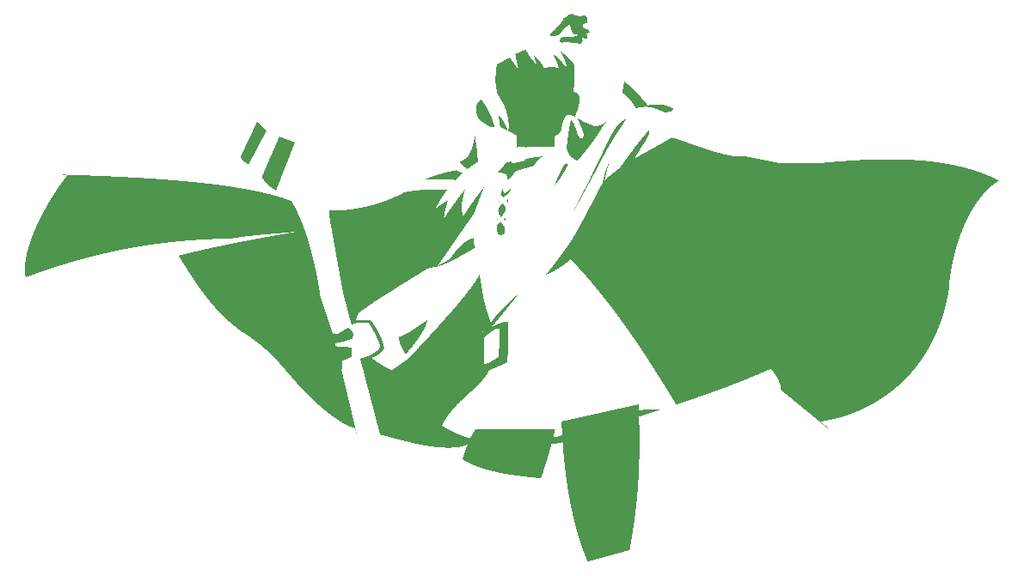
<source format=gbr>
G04 #@! TF.FileFunction,Legend,Bot*
%FSLAX46Y46*%
G04 Gerber Fmt 4.6, Leading zero omitted, Abs format (unit mm)*
G04 Created by KiCad (PCBNEW 4.0.4-1.fc24-product) date Thu May  4 13:36:18 2017*
%MOMM*%
%LPD*%
G01*
G04 APERTURE LIST*
%ADD10C,0.100000*%
G04 APERTURE END LIST*
D10*
G36*
X112235678Y-90085707D02*
X112236601Y-90107321D01*
X112237519Y-90128913D01*
X112238431Y-90150484D01*
X112239338Y-90172033D01*
X112240240Y-90193562D01*
X112241136Y-90215070D01*
X112242027Y-90236557D01*
X112242913Y-90258023D01*
X112243794Y-90279467D01*
X112244669Y-90300891D01*
X112245539Y-90322294D01*
X112246403Y-90343676D01*
X112247263Y-90365037D01*
X112248117Y-90386378D01*
X112248966Y-90407697D01*
X112249809Y-90428996D01*
X112250647Y-90450274D01*
X112251481Y-90471531D01*
X112252308Y-90492767D01*
X112253131Y-90513982D01*
X112253948Y-90535177D01*
X112254760Y-90556351D01*
X112255567Y-90577504D01*
X112256369Y-90598637D01*
X112257165Y-90619749D01*
X112257957Y-90640841D01*
X112258743Y-90661911D01*
X112259524Y-90682962D01*
X112260299Y-90703991D01*
X112261070Y-90725000D01*
X112261835Y-90745989D01*
X112262595Y-90766957D01*
X112263350Y-90787904D01*
X112264100Y-90808832D01*
X112264845Y-90829738D01*
X112265584Y-90850624D01*
X112266319Y-90871490D01*
X112267048Y-90892336D01*
X112267772Y-90913161D01*
X112268491Y-90933965D01*
X112269205Y-90954750D01*
X112269913Y-90975514D01*
X112270617Y-90996258D01*
X112271315Y-91016981D01*
X112272009Y-91037684D01*
X112272697Y-91058367D01*
X112273380Y-91079030D01*
X112274058Y-91099673D01*
X112274731Y-91120295D01*
X112275399Y-91140898D01*
X112276062Y-91161480D01*
X112276719Y-91182042D01*
X112277372Y-91202584D01*
X112278020Y-91223106D01*
X112278662Y-91243608D01*
X112279300Y-91264090D01*
X112279932Y-91284551D01*
X112280560Y-91304993D01*
X112281182Y-91325415D01*
X112281799Y-91345817D01*
X112282412Y-91366199D01*
X112283019Y-91386561D01*
X112283621Y-91406903D01*
X112284218Y-91427226D01*
X112284811Y-91447528D01*
X112285398Y-91467811D01*
X112285980Y-91488074D01*
X112286557Y-91508317D01*
X112287130Y-91528540D01*
X112287697Y-91548744D01*
X112288259Y-91568927D01*
X112288817Y-91589092D01*
X112289369Y-91609236D01*
X112289917Y-91629361D01*
X112290459Y-91649466D01*
X112290997Y-91669551D01*
X112291529Y-91689617D01*
X112292057Y-91709663D01*
X112292580Y-91729690D01*
X112293097Y-91749697D01*
X112293610Y-91769685D01*
X112294118Y-91789653D01*
X112294621Y-91809602D01*
X112295119Y-91829531D01*
X112295613Y-91849440D01*
X112296101Y-91869331D01*
X112296585Y-91889202D01*
X112297063Y-91909053D01*
X112297537Y-91928885D01*
X112298006Y-91948698D01*
X112298470Y-91968491D01*
X112298929Y-91988266D01*
X112299383Y-92008020D01*
X112299832Y-92027756D01*
X112300277Y-92047472D01*
X112300716Y-92067169D01*
X112301151Y-92086847D01*
X112301581Y-92106506D01*
X112302006Y-92126145D01*
X112302427Y-92145766D01*
X112302842Y-92165367D01*
X112303253Y-92184949D01*
X112303659Y-92204512D01*
X112304060Y-92224056D01*
X112304456Y-92243581D01*
X112304848Y-92263087D01*
X112305234Y-92282574D01*
X112305616Y-92302042D01*
X112305993Y-92321491D01*
X112306366Y-92340921D01*
X112306733Y-92360332D01*
X112307096Y-92379724D01*
X112307454Y-92399097D01*
X112307808Y-92418452D01*
X112308156Y-92437787D01*
X112308500Y-92457104D01*
X112308839Y-92476402D01*
X112309174Y-92495681D01*
X112309503Y-92514941D01*
X112309828Y-92534183D01*
X112310148Y-92553406D01*
X112310464Y-92572610D01*
X112310775Y-92591796D01*
X112311081Y-92610962D01*
X112311382Y-92630111D01*
X112311679Y-92649240D01*
X112311971Y-92668351D01*
X112312258Y-92687443D01*
X112312541Y-92706517D01*
X112312819Y-92725572D01*
X112313092Y-92744609D01*
X112313361Y-92763627D01*
X112313625Y-92782627D01*
X112313884Y-92801608D01*
X112314139Y-92820571D01*
X112314389Y-92839515D01*
X112314635Y-92858441D01*
X112314876Y-92877349D01*
X112315112Y-92896238D01*
X112315343Y-92915109D01*
X112315570Y-92933961D01*
X112315793Y-92952796D01*
X112316010Y-92971611D01*
X112316224Y-92990409D01*
X112316432Y-93009189D01*
X112316636Y-93027950D01*
X112316836Y-93046693D01*
X112317030Y-93065417D01*
X112317221Y-93084124D01*
X112317406Y-93102812D01*
X112317588Y-93121483D01*
X112317764Y-93140135D01*
X112317936Y-93158769D01*
X112318104Y-93177385D01*
X112318267Y-93195983D01*
X112318425Y-93214563D01*
X112318579Y-93233125D01*
X112318728Y-93251669D01*
X112318873Y-93270195D01*
X112319013Y-93288703D01*
X112319149Y-93307193D01*
X112319281Y-93325666D01*
X112319407Y-93344120D01*
X112319530Y-93362557D01*
X112319647Y-93380975D01*
X112319761Y-93399376D01*
X112319870Y-93417759D01*
X112319974Y-93436124D01*
X112320074Y-93454472D01*
X112320169Y-93472801D01*
X112320260Y-93491113D01*
X112320347Y-93509407D01*
X112320429Y-93527684D01*
X112320507Y-93545943D01*
X112320580Y-93564184D01*
X112320649Y-93582408D01*
X112320713Y-93600614D01*
X112320773Y-93618802D01*
X112320829Y-93636973D01*
X112320880Y-93655126D01*
X112320926Y-93673262D01*
X112320969Y-93691380D01*
X112321007Y-93709481D01*
X112321040Y-93727565D01*
X112321069Y-93745630D01*
X112321094Y-93763679D01*
X112321114Y-93781710D01*
X112321130Y-93799724D01*
X112321142Y-93817720D01*
X112321149Y-93835699D01*
X112321152Y-93853660D01*
X112321151Y-93871605D01*
X112321145Y-93889532D01*
X112321135Y-93907441D01*
X112321120Y-93925334D01*
X112321102Y-93943209D01*
X112321078Y-93961067D01*
X112321051Y-93978908D01*
X112321019Y-93996732D01*
X112320983Y-94014538D01*
X112320943Y-94032328D01*
X112320898Y-94050100D01*
X112320849Y-94067855D01*
X112320796Y-94085593D01*
X112320739Y-94103314D01*
X112320677Y-94121019D01*
X112320611Y-94138706D01*
X112320540Y-94156376D01*
X112320466Y-94174029D01*
X112320387Y-94191665D01*
X112320304Y-94209284D01*
X112320217Y-94226887D01*
X112320125Y-94244472D01*
X112320029Y-94262041D01*
X112319929Y-94279592D01*
X112319825Y-94297127D01*
X112319716Y-94314645D01*
X112319604Y-94332147D01*
X112319487Y-94349631D01*
X112319366Y-94367099D01*
X112319240Y-94384550D01*
X112319111Y-94401984D01*
X112318977Y-94419402D01*
X112318839Y-94436803D01*
X112318697Y-94454187D01*
X112318551Y-94471555D01*
X112318400Y-94488906D01*
X112318246Y-94506241D01*
X112318087Y-94523559D01*
X112317924Y-94540860D01*
X112317757Y-94558145D01*
X112317586Y-94575413D01*
X112317411Y-94592665D01*
X112317231Y-94609901D01*
X112317048Y-94627120D01*
X112316860Y-94644322D01*
X112316668Y-94661508D01*
X112316472Y-94678678D01*
X112316272Y-94695831D01*
X112316068Y-94712968D01*
X112315860Y-94730089D01*
X112315648Y-94747193D01*
X112315431Y-94764282D01*
X112315211Y-94781353D01*
X112314986Y-94798409D01*
X112314757Y-94815448D01*
X112314525Y-94832471D01*
X112314288Y-94849478D01*
X112314047Y-94866469D01*
X112313802Y-94883444D01*
X112313553Y-94900402D01*
X112313300Y-94917345D01*
X112313043Y-94934271D01*
X112312782Y-94951181D01*
X112312517Y-94968076D01*
X112312248Y-94984954D01*
X112311975Y-95001816D01*
X112311698Y-95018662D01*
X112311417Y-95035492D01*
X112311132Y-95052307D01*
X112310843Y-95069105D01*
X112310550Y-95085887D01*
X112310253Y-95102654D01*
X112309951Y-95119405D01*
X112309646Y-95136139D01*
X112309337Y-95152858D01*
X112309025Y-95169562D01*
X112308708Y-95186249D01*
X112308387Y-95202921D01*
X112308062Y-95219577D01*
X112307733Y-95236217D01*
X112307401Y-95252841D01*
X112307064Y-95269450D01*
X112306723Y-95286043D01*
X112306379Y-95302621D01*
X112306031Y-95319182D01*
X112305678Y-95335729D01*
X112305322Y-95352259D01*
X112304962Y-95368774D01*
X112304598Y-95385274D01*
X112304230Y-95401758D01*
X112303858Y-95418226D01*
X112303483Y-95434679D01*
X112303103Y-95451117D01*
X112302720Y-95467539D01*
X112302333Y-95483946D01*
X112301941Y-95500337D01*
X112301546Y-95516713D01*
X112301148Y-95533073D01*
X112300745Y-95549418D01*
X112300339Y-95565748D01*
X112299928Y-95582063D01*
X112299514Y-95598362D01*
X112299096Y-95614646D01*
X112298674Y-95630914D01*
X112298249Y-95647168D01*
X112297819Y-95663406D01*
X112297386Y-95679629D01*
X112296949Y-95695837D01*
X112296508Y-95712030D01*
X112296064Y-95728208D01*
X112295615Y-95744370D01*
X112295163Y-95760518D01*
X112294707Y-95776650D01*
X112294247Y-95792767D01*
X112293784Y-95808870D01*
X112293317Y-95824957D01*
X112292846Y-95841029D01*
X112292371Y-95857086D01*
X112291893Y-95873129D01*
X112291410Y-95889156D01*
X112290924Y-95905169D01*
X112290435Y-95921167D01*
X112289941Y-95937149D01*
X112289444Y-95953117D01*
X112288944Y-95969070D01*
X112288439Y-95985009D01*
X112287931Y-96000932D01*
X112287419Y-96016841D01*
X112286903Y-96032735D01*
X112286384Y-96048614D01*
X112285861Y-96064479D01*
X112285335Y-96080329D01*
X112284804Y-96096164D01*
X112284270Y-96111985D01*
X112283733Y-96127791D01*
X112283191Y-96143582D01*
X112282647Y-96159359D01*
X112282098Y-96175121D01*
X112281546Y-96190868D01*
X112280990Y-96206602D01*
X112280431Y-96222320D01*
X112279867Y-96238024D01*
X112279301Y-96253714D01*
X112278730Y-96269389D01*
X112278157Y-96285050D01*
X112277579Y-96300696D01*
X112276998Y-96316328D01*
X112276413Y-96331946D01*
X112275825Y-96347549D01*
X112275233Y-96363138D01*
X112274638Y-96378713D01*
X112274039Y-96394273D01*
X112273436Y-96409819D01*
X112272830Y-96425351D01*
X112272220Y-96440869D01*
X112271607Y-96456372D01*
X112270990Y-96471861D01*
X112270370Y-96487336D01*
X112269746Y-96502797D01*
X112269119Y-96518244D01*
X112268488Y-96533676D01*
X112267853Y-96549095D01*
X112267215Y-96564500D01*
X112266574Y-96579890D01*
X112265929Y-96595266D01*
X112265281Y-96610629D01*
X112264629Y-96625977D01*
X112263973Y-96641312D01*
X112263314Y-96656632D01*
X112262652Y-96671939D01*
X112261986Y-96687232D01*
X112261317Y-96702510D01*
X112260644Y-96717775D01*
X112259968Y-96733026D01*
X112259288Y-96748264D01*
X112258605Y-96763487D01*
X112257918Y-96778697D01*
X112257228Y-96793893D01*
X112256535Y-96809075D01*
X112255838Y-96824243D01*
X112255138Y-96839398D01*
X112254434Y-96854539D01*
X112253727Y-96869666D01*
X112253016Y-96884780D01*
X112252302Y-96899880D01*
X112251585Y-96914967D01*
X112250864Y-96930039D01*
X112250140Y-96945099D01*
X112249413Y-96960145D01*
X112248682Y-96975177D01*
X112247948Y-96990195D01*
X112247210Y-97005201D01*
X112246469Y-97020193D01*
X112245725Y-97035171D01*
X112244977Y-97050136D01*
X112244226Y-97065087D01*
X112243472Y-97080025D01*
X112242714Y-97094950D01*
X112241953Y-97109862D01*
X112241189Y-97124760D01*
X112240421Y-97139644D01*
X112239650Y-97154516D01*
X112238876Y-97169374D01*
X112238098Y-97184219D01*
X112237317Y-97199051D01*
X112236533Y-97213869D01*
X112235746Y-97228675D01*
X112234955Y-97243467D01*
X112234161Y-97258246D01*
X112233364Y-97273012D01*
X112232563Y-97287765D01*
X112231760Y-97302504D01*
X112230953Y-97317231D01*
X112230142Y-97331945D01*
X112229329Y-97346645D01*
X112228512Y-97361333D01*
X112227692Y-97376007D01*
X112226869Y-97390669D01*
X112226042Y-97405318D01*
X112225212Y-97419953D01*
X112224380Y-97434576D01*
X112223543Y-97449186D01*
X112222704Y-97463783D01*
X112221862Y-97478367D01*
X112221016Y-97492939D01*
X112220167Y-97507497D01*
X112219315Y-97522043D01*
X112218460Y-97536576D01*
X112217601Y-97551096D01*
X112216740Y-97565604D01*
X112215875Y-97580099D01*
X112215007Y-97594581D01*
X112214136Y-97609051D01*
X112213262Y-97623507D01*
X112212384Y-97637952D01*
X112211504Y-97652383D01*
X112210620Y-97666802D01*
X112209733Y-97681209D01*
X112208844Y-97695603D01*
X112207951Y-97709984D01*
X112207054Y-97724353D01*
X112206155Y-97738709D01*
X112205253Y-97753053D01*
X112204347Y-97767385D01*
X112203439Y-97781704D01*
X112202527Y-97796011D01*
X112201613Y-97810305D01*
X112200695Y-97824587D01*
X112199774Y-97838856D01*
X112198850Y-97853113D01*
X112197923Y-97867358D01*
X112196993Y-97881591D01*
X112196060Y-97895811D01*
X112195124Y-97910020D01*
X112194185Y-97924215D01*
X112193243Y-97938399D01*
X112192298Y-97952571D01*
X112191350Y-97966730D01*
X112190398Y-97980877D01*
X112189444Y-97995012D01*
X112188487Y-98009135D01*
X112187527Y-98023246D01*
X112186563Y-98037345D01*
X112185597Y-98051432D01*
X112184628Y-98065506D01*
X112183656Y-98079569D01*
X112182680Y-98093620D01*
X112181702Y-98107658D01*
X112180721Y-98121685D01*
X112179737Y-98135700D01*
X112178750Y-98149703D01*
X112177760Y-98163694D01*
X112176767Y-98177674D01*
X112175771Y-98191641D01*
X112174772Y-98205596D01*
X112173771Y-98219540D01*
X112172766Y-98233472D01*
X112171758Y-98247392D01*
X112170748Y-98261301D01*
X112169734Y-98275198D01*
X112168718Y-98289083D01*
X112167699Y-98302956D01*
X112166677Y-98316818D01*
X112165652Y-98330668D01*
X112164624Y-98344506D01*
X112163593Y-98358333D01*
X112162559Y-98372148D01*
X112161523Y-98385952D01*
X112160483Y-98399744D01*
X112159441Y-98413524D01*
X112158396Y-98427293D01*
X112157348Y-98441051D01*
X112156297Y-98454797D01*
X112155244Y-98468532D01*
X112154187Y-98482255D01*
X112153128Y-98495967D01*
X112152066Y-98509667D01*
X112151001Y-98523356D01*
X112149933Y-98537034D01*
X112148863Y-98550700D01*
X112147789Y-98564355D01*
X112146713Y-98577999D01*
X112145634Y-98591632D01*
X112144553Y-98605253D01*
X112143468Y-98618863D01*
X112142381Y-98632462D01*
X112141291Y-98646049D01*
X112140198Y-98659626D01*
X112139102Y-98673191D01*
X112138004Y-98686746D01*
X112136903Y-98700289D01*
X112135799Y-98713821D01*
X112134693Y-98727342D01*
X112133583Y-98740852D01*
X112132471Y-98754351D01*
X112131357Y-98767838D01*
X112130239Y-98781315D01*
X112129119Y-98794781D01*
X112127996Y-98808236D01*
X112126871Y-98821680D01*
X112125742Y-98835113D01*
X112124611Y-98848536D01*
X112123478Y-98861947D01*
X112122341Y-98875348D01*
X112121202Y-98888737D01*
X112120061Y-98902116D01*
X112118916Y-98915484D01*
X112117769Y-98928842D01*
X112116619Y-98942188D01*
X112115467Y-98955524D01*
X112114312Y-98968850D01*
X112113154Y-98982164D01*
X112111994Y-98995468D01*
X112110831Y-99008761D01*
X112109666Y-99022044D01*
X112108498Y-99035316D01*
X112107327Y-99048577D01*
X112106153Y-99061828D01*
X112104977Y-99075068D01*
X112103799Y-99088298D01*
X112102618Y-99101517D01*
X112101434Y-99114726D01*
X112100248Y-99127924D01*
X112099059Y-99141112D01*
X112097867Y-99154289D01*
X112096673Y-99167456D01*
X112095476Y-99180613D01*
X112094277Y-99193759D01*
X112093076Y-99206895D01*
X112091871Y-99220021D01*
X112090664Y-99233136D01*
X112089455Y-99246241D01*
X112088243Y-99259335D01*
X112087029Y-99272420D01*
X112085812Y-99285494D01*
X112084592Y-99298558D01*
X112083370Y-99311612D01*
X112082146Y-99324656D01*
X112080919Y-99337689D01*
X112079689Y-99350713D01*
X112078457Y-99363726D01*
X112077223Y-99376729D01*
X112075986Y-99389722D01*
X112074746Y-99402705D01*
X112073504Y-99415678D01*
X112072260Y-99428642D01*
X112071013Y-99441595D01*
X112069764Y-99454538D01*
X112068512Y-99467471D01*
X112067258Y-99480394D01*
X112066001Y-99493307D01*
X112064742Y-99506211D01*
X112063481Y-99519105D01*
X112062217Y-99531988D01*
X112060951Y-99544862D01*
X112059682Y-99557726D01*
X112058411Y-99570581D01*
X112057137Y-99583425D01*
X112055861Y-99596260D01*
X112054583Y-99609085D01*
X112053302Y-99621900D01*
X112052019Y-99634706D01*
X112050733Y-99647502D01*
X112049445Y-99660289D01*
X112048155Y-99673065D01*
X112046863Y-99685832D01*
X112045568Y-99698590D01*
X112044270Y-99711338D01*
X112042971Y-99724076D01*
X112041669Y-99736805D01*
X112040364Y-99749525D01*
X112039058Y-99762235D01*
X112037749Y-99774935D01*
X112036437Y-99787626D01*
X112035124Y-99800308D01*
X112033808Y-99812980D01*
X112032489Y-99825643D01*
X112031169Y-99838296D01*
X112029846Y-99850940D01*
X112028521Y-99863575D01*
X112027193Y-99876200D01*
X112025864Y-99888817D01*
X112024532Y-99901423D01*
X112023197Y-99914021D01*
X112021861Y-99926610D01*
X112020522Y-99939189D01*
X112019181Y-99951759D01*
X112017838Y-99964320D01*
X112016492Y-99976871D01*
X112015144Y-99989414D01*
X112013794Y-100001948D01*
X112012442Y-100014472D01*
X112011088Y-100026987D01*
X112009731Y-100039494D01*
X112008372Y-100051991D01*
X112007011Y-100064479D01*
X112005648Y-100076958D01*
X112004282Y-100089429D01*
X112002914Y-100101890D01*
X112001544Y-100114342D01*
X112000172Y-100126786D01*
X111998798Y-100139221D01*
X111997422Y-100151646D01*
X111996043Y-100164063D01*
X111994662Y-100176471D01*
X111993279Y-100188871D01*
X111991894Y-100201261D01*
X111990507Y-100213643D01*
X111989118Y-100226016D01*
X111987726Y-100238380D01*
X111986333Y-100250736D01*
X111984937Y-100263083D01*
X111983539Y-100275421D01*
X111982139Y-100287751D01*
X111980737Y-100300072D01*
X111979333Y-100312384D01*
X111977927Y-100324688D01*
X111976518Y-100336983D01*
X111975108Y-100349269D01*
X111973695Y-100361548D01*
X111972281Y-100373817D01*
X111970864Y-100386078D01*
X111969445Y-100398331D01*
X111968024Y-100410575D01*
X111966601Y-100422811D01*
X111965176Y-100435038D01*
X111963749Y-100447257D01*
X111962320Y-100459468D01*
X111960889Y-100471670D01*
X111959456Y-100483864D01*
X111958021Y-100496050D01*
X111956584Y-100508227D01*
X111955145Y-100520396D01*
X111953703Y-100532557D01*
X111952260Y-100544710D01*
X111950815Y-100556854D01*
X111949368Y-100568991D01*
X111947919Y-100581119D01*
X111946467Y-100593239D01*
X111945014Y-100605350D01*
X111943559Y-100617454D01*
X111942102Y-100629550D01*
X111940643Y-100641637D01*
X111939182Y-100653717D01*
X111937719Y-100665788D01*
X111936254Y-100677852D01*
X111934787Y-100689907D01*
X111933318Y-100701955D01*
X111931848Y-100713994D01*
X111930375Y-100726026D01*
X111928900Y-100738050D01*
X111927424Y-100750065D01*
X111925945Y-100762073D01*
X111924465Y-100774074D01*
X111922983Y-100786066D01*
X111921499Y-100798050D01*
X111920012Y-100810027D01*
X111918525Y-100821996D01*
X111917035Y-100833957D01*
X111915543Y-100845911D01*
X111914049Y-100857857D01*
X111912554Y-100869795D01*
X111911057Y-100881725D01*
X111909558Y-100893648D01*
X111908057Y-100905563D01*
X111906554Y-100917471D01*
X111905049Y-100929371D01*
X111903542Y-100941263D01*
X111902034Y-100953148D01*
X111900524Y-100965025D01*
X111899012Y-100976895D01*
X111897498Y-100988757D01*
X111895982Y-101000612D01*
X111894465Y-101012460D01*
X111892946Y-101024300D01*
X111891425Y-101036132D01*
X111889902Y-101047958D01*
X111888377Y-101059775D01*
X111886851Y-101071586D01*
X111885323Y-101083389D01*
X111883793Y-101095185D01*
X111882261Y-101106973D01*
X111880727Y-101118755D01*
X111879192Y-101130529D01*
X111877655Y-101142296D01*
X111876117Y-101154055D01*
X111874576Y-101165808D01*
X111873034Y-101177553D01*
X111871490Y-101189291D01*
X111869944Y-101201022D01*
X111868397Y-101212746D01*
X111866848Y-101224463D01*
X111865297Y-101236173D01*
X111863745Y-101247876D01*
X111862190Y-101259571D01*
X111860635Y-101271260D01*
X111859077Y-101282942D01*
X111857518Y-101294616D01*
X111855957Y-101306284D01*
X111854394Y-101317945D01*
X111852830Y-101329599D01*
X111851264Y-101341246D01*
X111849697Y-101352886D01*
X111848127Y-101364520D01*
X111846556Y-101376146D01*
X111844984Y-101387766D01*
X111843410Y-101399379D01*
X111841834Y-101410985D01*
X111840257Y-101422584D01*
X111838678Y-101434177D01*
X111837097Y-101445763D01*
X111835515Y-101457343D01*
X111833931Y-101468915D01*
X111832345Y-101480481D01*
X111830758Y-101492041D01*
X111829170Y-101503593D01*
X111827580Y-101515140D01*
X111825988Y-101526679D01*
X111824394Y-101538212D01*
X111822799Y-101549739D01*
X111821203Y-101561259D01*
X111819605Y-101572772D01*
X111818005Y-101584280D01*
X111816404Y-101595780D01*
X111814801Y-101607274D01*
X111813197Y-101618762D01*
X111811591Y-101630244D01*
X111809984Y-101641719D01*
X111808375Y-101653187D01*
X111806765Y-101664650D01*
X111805153Y-101676106D01*
X111803540Y-101687556D01*
X111801925Y-101698999D01*
X111800309Y-101710437D01*
X111798691Y-101721868D01*
X111797071Y-101733293D01*
X111795451Y-101744711D01*
X111793828Y-101756124D01*
X111792205Y-101767530D01*
X111790579Y-101778930D01*
X111788953Y-101790325D01*
X111787324Y-101801713D01*
X111785695Y-101813095D01*
X111784064Y-101824471D01*
X111782431Y-101835841D01*
X111780798Y-101847204D01*
X111779162Y-101858562D01*
X111777525Y-101869914D01*
X111775887Y-101881260D01*
X111774248Y-101892601D01*
X111772607Y-101903935D01*
X111770964Y-101915263D01*
X111769320Y-101926585D01*
X111767675Y-101937902D01*
X111766029Y-101949213D01*
X111764381Y-101960518D01*
X111762731Y-101971817D01*
X111761081Y-101983110D01*
X111759429Y-101994398D01*
X111757775Y-102005680D01*
X111756120Y-102016956D01*
X111754464Y-102028227D01*
X111752807Y-102039492D01*
X111751148Y-102050751D01*
X111749488Y-102062005D01*
X111747826Y-102073253D01*
X111746163Y-102084495D01*
X111744499Y-102095732D01*
X111742834Y-102106963D01*
X111741167Y-102118189D01*
X111739499Y-102129409D01*
X111737830Y-102140624D01*
X111736159Y-102151833D01*
X111734487Y-102163037D01*
X111732814Y-102174236D01*
X111731139Y-102185429D01*
X111729463Y-102196617D01*
X111727786Y-102207799D01*
X111726108Y-102218976D01*
X111724428Y-102230148D01*
X111722747Y-102241314D01*
X111721065Y-102252475D01*
X111719382Y-102263631D01*
X111717697Y-102274781D01*
X111716012Y-102285927D01*
X111714325Y-102297067D01*
X111712636Y-102308202D01*
X111710947Y-102319331D01*
X111709256Y-102330456D01*
X111707564Y-102341576D01*
X111705871Y-102352690D01*
X111704177Y-102363799D01*
X111702481Y-102374903D01*
X111700785Y-102386003D01*
X111699087Y-102397097D01*
X111697388Y-102408186D01*
X111695688Y-102419270D01*
X111693986Y-102430349D01*
X111692284Y-102441424D01*
X111690580Y-102452493D01*
X111688875Y-102463557D01*
X111687169Y-102474617D01*
X111685462Y-102485672D01*
X111683754Y-102496722D01*
X111682044Y-102507767D01*
X111680334Y-102518807D01*
X111678622Y-102529842D01*
X111676910Y-102540873D01*
X111675196Y-102551899D01*
X111673481Y-102562920D01*
X111671765Y-102573937D01*
X111670048Y-102584948D01*
X111668329Y-102595955D01*
X111666610Y-102606958D01*
X111664890Y-102617956D01*
X111663168Y-102628949D01*
X111661446Y-102639938D01*
X111659722Y-102650922D01*
X111657997Y-102661901D01*
X111656272Y-102672877D01*
X111654545Y-102683847D01*
X111652817Y-102694813D01*
X111651088Y-102705775D01*
X111649358Y-102716732D01*
X111647627Y-102727685D01*
X111645895Y-102738633D01*
X111644163Y-102749577D01*
X111642429Y-102760516D01*
X111640694Y-102771452D01*
X111638958Y-102782383D01*
X111637221Y-102793309D01*
X111635483Y-102804231D01*
X111633744Y-102815149D01*
X111632004Y-102826063D01*
X111630263Y-102836973D01*
X111628521Y-102847878D01*
X111626778Y-102858779D01*
X111625035Y-102869676D01*
X111623290Y-102880569D01*
X111621544Y-102891458D01*
X111619798Y-102902343D01*
X111618050Y-102913223D01*
X111616302Y-102924100D01*
X111614552Y-102934972D01*
X111612802Y-102945841D01*
X111611051Y-102956705D01*
X111609298Y-102967566D01*
X111607545Y-102978422D01*
X111605791Y-102989275D01*
X111604036Y-103000123D01*
X111602281Y-103010968D01*
X111600524Y-103021809D01*
X111598766Y-103032646D01*
X111597008Y-103043479D01*
X111595249Y-103054308D01*
X111593489Y-103065134D01*
X111591728Y-103075955D01*
X111589966Y-103086773D01*
X111588203Y-103097587D01*
X111586439Y-103108398D01*
X111584675Y-103119205D01*
X111582910Y-103130008D01*
X111581144Y-103140807D01*
X111579377Y-103151603D01*
X111577609Y-103162395D01*
X111575840Y-103173183D01*
X111574071Y-103183968D01*
X111572301Y-103194750D01*
X111570530Y-103205528D01*
X111568758Y-103216302D01*
X111566986Y-103227073D01*
X111565212Y-103237840D01*
X111563438Y-103248604D01*
X111561663Y-103259364D01*
X111559888Y-103270121D01*
X111558111Y-103280875D01*
X111556334Y-103291625D01*
X111554556Y-103302372D01*
X111552777Y-103313115D01*
X111550998Y-103323856D01*
X111549218Y-103334592D01*
X111547437Y-103345326D01*
X111545655Y-103356056D01*
X111543873Y-103366783D01*
X111542090Y-103377507D01*
X111540306Y-103388228D01*
X111538522Y-103398945D01*
X111536737Y-103409660D01*
X111534951Y-103420371D01*
X111533164Y-103431079D01*
X111531377Y-103441784D01*
X111529589Y-103452486D01*
X111527800Y-103463184D01*
X111526011Y-103473880D01*
X111524221Y-103484573D01*
X111522431Y-103495262D01*
X111520639Y-103505949D01*
X111518848Y-103516633D01*
X111517055Y-103527314D01*
X111515262Y-103537992D01*
X111513468Y-103548667D01*
X111511674Y-103559339D01*
X111509878Y-103570008D01*
X111508083Y-103580674D01*
X111506286Y-103591338D01*
X111504490Y-103601999D01*
X111502692Y-103612657D01*
X111500894Y-103623312D01*
X111499095Y-103633964D01*
X111497296Y-103644614D01*
X111495496Y-103655261D01*
X111493696Y-103665905D01*
X111491895Y-103676547D01*
X111490093Y-103687186D01*
X111488291Y-103697822D01*
X111486488Y-103708456D01*
X111484685Y-103719088D01*
X111482881Y-103729716D01*
X111481077Y-103740342D01*
X111479272Y-103750966D01*
X111477466Y-103761587D01*
X111475660Y-103772206D01*
X111473854Y-103782822D01*
X111472047Y-103793435D01*
X111470239Y-103804047D01*
X111468431Y-103814656D01*
X111466623Y-103825262D01*
X111464814Y-103835866D01*
X111463004Y-103846468D01*
X111461194Y-103857067D01*
X111459384Y-103867664D01*
X111457573Y-103878259D01*
X111455762Y-103888852D01*
X111453950Y-103899442D01*
X111452137Y-103910030D01*
X111450325Y-103920616D01*
X111448511Y-103931200D01*
X111446698Y-103941782D01*
X111444884Y-103952361D01*
X111443069Y-103962938D01*
X111441254Y-103973514D01*
X111439439Y-103984087D01*
X111437623Y-103994658D01*
X111435807Y-104005227D01*
X111433990Y-104015794D01*
X111432173Y-104026359D01*
X111430356Y-104036922D01*
X111428538Y-104047483D01*
X111426720Y-104058042D01*
X111424901Y-104068599D01*
X111423082Y-104079154D01*
X111421263Y-104089708D01*
X111419443Y-104100259D01*
X111417623Y-104110809D01*
X111415803Y-104121357D01*
X111413982Y-104131903D01*
X111412161Y-104142447D01*
X111410339Y-104152989D01*
X111408518Y-104163530D01*
X111406695Y-104174069D01*
X111404873Y-104184607D01*
X111403050Y-104195142D01*
X111401227Y-104205676D01*
X111399404Y-104216208D01*
X111397580Y-104226739D01*
X111395756Y-104237268D01*
X111393932Y-104247796D01*
X111392107Y-104258322D01*
X111390282Y-104268846D01*
X111388457Y-104279369D01*
X111386632Y-104289890D01*
X111384806Y-104300410D01*
X111382980Y-104310929D01*
X111381154Y-104321446D01*
X111379328Y-104331961D01*
X111377501Y-104342475D01*
X111375674Y-104352988D01*
X111373847Y-104363500D01*
X111372019Y-104374010D01*
X111370192Y-104384518D01*
X111368364Y-104395026D01*
X111366536Y-104405532D01*
X111364708Y-104416037D01*
X111362879Y-104426541D01*
X111361050Y-104437043D01*
X111359222Y-104447544D01*
X111357392Y-104458044D01*
X111355563Y-104468543D01*
X111353734Y-104479041D01*
X107226234Y-105643207D01*
X107220695Y-105630140D01*
X107215164Y-105617067D01*
X107209640Y-105603989D01*
X107204124Y-105590905D01*
X107198616Y-105577815D01*
X107193116Y-105564719D01*
X107187623Y-105551618D01*
X107182137Y-105538511D01*
X107176659Y-105525399D01*
X107171189Y-105512281D01*
X107165727Y-105499157D01*
X107160272Y-105486028D01*
X107154824Y-105472893D01*
X107149385Y-105459752D01*
X107143953Y-105446607D01*
X107138528Y-105433455D01*
X107133111Y-105420298D01*
X107127702Y-105407136D01*
X107122300Y-105393968D01*
X107116905Y-105380794D01*
X107111519Y-105367615D01*
X107106139Y-105354431D01*
X107100768Y-105341241D01*
X107095404Y-105328046D01*
X107090047Y-105314845D01*
X107084698Y-105301639D01*
X107079357Y-105288428D01*
X107074023Y-105275211D01*
X107068696Y-105261989D01*
X107063377Y-105248761D01*
X107058066Y-105235528D01*
X107052762Y-105222290D01*
X107047465Y-105209046D01*
X107042176Y-105195797D01*
X107036895Y-105182543D01*
X107031620Y-105169284D01*
X107026354Y-105156019D01*
X107021095Y-105142749D01*
X107015843Y-105129474D01*
X107010599Y-105116193D01*
X107005362Y-105102907D01*
X107000133Y-105089616D01*
X106994911Y-105076320D01*
X106989697Y-105063019D01*
X106984490Y-105049712D01*
X106979290Y-105036401D01*
X106974098Y-105023084D01*
X106968913Y-105009762D01*
X106963736Y-104996435D01*
X106958566Y-104983103D01*
X106953403Y-104969766D01*
X106948248Y-104956423D01*
X106943101Y-104943076D01*
X106937960Y-104929723D01*
X106932827Y-104916366D01*
X106927702Y-104903003D01*
X106922583Y-104889635D01*
X106917473Y-104876263D01*
X106912369Y-104862885D01*
X106907273Y-104849503D01*
X106902184Y-104836115D01*
X106897103Y-104822722D01*
X106892029Y-104809325D01*
X106886962Y-104795923D01*
X106881902Y-104782515D01*
X106876850Y-104769103D01*
X106871805Y-104755686D01*
X106866768Y-104742264D01*
X106861738Y-104728837D01*
X106856715Y-104715405D01*
X106851699Y-104701968D01*
X106846691Y-104688527D01*
X106841690Y-104675080D01*
X106836696Y-104661629D01*
X106831709Y-104648173D01*
X106826730Y-104634712D01*
X106821758Y-104621247D01*
X106816794Y-104607777D01*
X106811836Y-104594302D01*
X106806886Y-104580822D01*
X106801943Y-104567337D01*
X106797007Y-104553848D01*
X106792079Y-104540354D01*
X106787158Y-104526855D01*
X106782244Y-104513352D01*
X106777337Y-104499844D01*
X106772437Y-104486332D01*
X106767545Y-104472814D01*
X106762660Y-104459292D01*
X106757782Y-104445766D01*
X106752911Y-104432235D01*
X106748047Y-104418699D01*
X106743191Y-104405159D01*
X106738342Y-104391614D01*
X106733500Y-104378064D01*
X106728665Y-104364510D01*
X106723837Y-104350952D01*
X106719017Y-104337389D01*
X106714203Y-104323821D01*
X106709397Y-104310249D01*
X106704598Y-104296673D01*
X106699806Y-104283092D01*
X106695021Y-104269506D01*
X106690243Y-104255917D01*
X106685473Y-104242322D01*
X106680709Y-104228724D01*
X106675953Y-104215120D01*
X106671203Y-104201513D01*
X106666461Y-104187901D01*
X106661726Y-104174285D01*
X106656998Y-104160664D01*
X106652277Y-104147039D01*
X106647563Y-104133410D01*
X106642857Y-104119776D01*
X106638157Y-104106138D01*
X106633464Y-104092496D01*
X106628779Y-104078849D01*
X106624100Y-104065199D01*
X106619429Y-104051544D01*
X106614764Y-104037884D01*
X106610107Y-104024221D01*
X106605456Y-104010553D01*
X106600813Y-103996881D01*
X106596177Y-103983205D01*
X106591547Y-103969524D01*
X106586925Y-103955840D01*
X106582310Y-103942151D01*
X106577702Y-103928458D01*
X106573100Y-103914761D01*
X106568506Y-103901060D01*
X106563919Y-103887355D01*
X106559338Y-103873646D01*
X106554765Y-103859932D01*
X106550199Y-103846215D01*
X106545639Y-103832493D01*
X106541087Y-103818768D01*
X106536541Y-103805038D01*
X106532003Y-103791304D01*
X106527471Y-103777567D01*
X106522946Y-103763825D01*
X106518429Y-103750079D01*
X106513918Y-103736330D01*
X106509414Y-103722576D01*
X106504917Y-103708819D01*
X106500427Y-103695057D01*
X106495944Y-103681292D01*
X106491468Y-103667523D01*
X106486998Y-103653749D01*
X106482536Y-103639972D01*
X106478080Y-103626191D01*
X106473632Y-103612406D01*
X106469190Y-103598618D01*
X106464755Y-103584825D01*
X106460327Y-103571029D01*
X106455906Y-103557229D01*
X106451491Y-103543425D01*
X106447084Y-103529617D01*
X106442683Y-103515805D01*
X106438289Y-103501990D01*
X106433903Y-103488171D01*
X106429522Y-103474348D01*
X106425149Y-103460522D01*
X106420783Y-103446691D01*
X106416423Y-103432857D01*
X106412070Y-103419020D01*
X106407724Y-103405178D01*
X106403385Y-103391333D01*
X106399052Y-103377485D01*
X106394727Y-103363632D01*
X106390408Y-103349776D01*
X106386096Y-103335917D01*
X106381790Y-103322054D01*
X106377492Y-103308187D01*
X106373200Y-103294317D01*
X106368915Y-103280443D01*
X106364637Y-103266565D01*
X106360365Y-103252684D01*
X106356100Y-103238800D01*
X106351842Y-103224912D01*
X106347591Y-103211020D01*
X106343346Y-103197125D01*
X106339108Y-103183227D01*
X106334877Y-103169325D01*
X106330653Y-103155419D01*
X106326435Y-103141510D01*
X106322224Y-103127598D01*
X106318020Y-103113682D01*
X106313822Y-103099763D01*
X106309631Y-103085841D01*
X106305447Y-103071915D01*
X106301269Y-103057986D01*
X106297098Y-103044053D01*
X106292934Y-103030117D01*
X106288776Y-103016178D01*
X106284625Y-103002235D01*
X106280481Y-102988289D01*
X106276343Y-102974340D01*
X106272212Y-102960387D01*
X106268088Y-102946431D01*
X106263970Y-102932472D01*
X106259859Y-102918510D01*
X106255755Y-102904544D01*
X106251657Y-102890576D01*
X106247565Y-102876604D01*
X106243481Y-102862629D01*
X106239403Y-102848650D01*
X106235331Y-102834669D01*
X106231266Y-102820684D01*
X106227208Y-102806696D01*
X106223156Y-102792705D01*
X106219111Y-102778711D01*
X106215072Y-102764714D01*
X106211040Y-102750714D01*
X106207015Y-102736710D01*
X106202996Y-102722704D01*
X106198983Y-102708694D01*
X106194978Y-102694682D01*
X106190978Y-102680666D01*
X106186985Y-102666647D01*
X106182999Y-102652626D01*
X106179019Y-102638601D01*
X106175046Y-102624573D01*
X106171080Y-102610543D01*
X106167119Y-102596509D01*
X106163166Y-102582473D01*
X106159218Y-102568433D01*
X106155278Y-102554391D01*
X106151343Y-102540345D01*
X106147416Y-102526297D01*
X106143494Y-102512246D01*
X106139580Y-102498192D01*
X106135671Y-102484135D01*
X106131769Y-102470076D01*
X106127874Y-102456013D01*
X106123985Y-102441948D01*
X106120102Y-102427880D01*
X106116226Y-102413809D01*
X106112357Y-102399735D01*
X106108493Y-102385658D01*
X106104636Y-102371579D01*
X106100786Y-102357497D01*
X106096942Y-102343412D01*
X106093104Y-102329325D01*
X106089273Y-102315235D01*
X106085448Y-102301142D01*
X106081630Y-102287046D01*
X106077818Y-102272948D01*
X106074012Y-102258847D01*
X106070213Y-102244743D01*
X106066420Y-102230637D01*
X106062634Y-102216528D01*
X106058854Y-102202416D01*
X106055080Y-102188302D01*
X106051312Y-102174186D01*
X106047551Y-102160066D01*
X106043796Y-102145944D01*
X106040048Y-102131820D01*
X106036306Y-102117693D01*
X106032570Y-102103564D01*
X106028841Y-102089432D01*
X106025117Y-102075297D01*
X106021401Y-102061160D01*
X106017690Y-102047021D01*
X106013986Y-102032879D01*
X106010288Y-102018734D01*
X106006596Y-102004587D01*
X106002911Y-101990438D01*
X105999232Y-101976286D01*
X105995559Y-101962132D01*
X105991892Y-101947976D01*
X105988232Y-101933817D01*
X105984578Y-101919656D01*
X105980930Y-101905492D01*
X105977289Y-101891326D01*
X105973653Y-101877158D01*
X105970024Y-101862987D01*
X105966401Y-101848814D01*
X105962785Y-101834639D01*
X105959174Y-101820462D01*
X105955570Y-101806282D01*
X105951972Y-101792100D01*
X105948380Y-101777915D01*
X105944795Y-101763729D01*
X105941216Y-101749540D01*
X105937642Y-101735349D01*
X105934075Y-101721156D01*
X105930515Y-101706961D01*
X105926960Y-101692763D01*
X105923412Y-101678564D01*
X105919869Y-101664362D01*
X105916333Y-101650158D01*
X105912803Y-101635952D01*
X105909279Y-101621744D01*
X105905762Y-101607533D01*
X105902250Y-101593321D01*
X105898745Y-101579107D01*
X105895245Y-101564890D01*
X105891752Y-101550672D01*
X105888265Y-101536451D01*
X105884784Y-101522229D01*
X105881309Y-101508004D01*
X105877840Y-101493777D01*
X105874378Y-101479549D01*
X105870921Y-101465318D01*
X105867471Y-101451086D01*
X105864026Y-101436851D01*
X105860588Y-101422615D01*
X105857156Y-101408376D01*
X105853730Y-101394136D01*
X105850310Y-101379894D01*
X105846896Y-101365650D01*
X105843488Y-101351404D01*
X105840086Y-101337156D01*
X105836690Y-101322907D01*
X105833300Y-101308655D01*
X105829916Y-101294402D01*
X105826538Y-101280147D01*
X105823166Y-101265890D01*
X105819801Y-101251631D01*
X105816441Y-101237371D01*
X105813087Y-101223109D01*
X105809739Y-101208845D01*
X105806397Y-101194579D01*
X105803062Y-101180311D01*
X105799732Y-101166042D01*
X105796408Y-101151771D01*
X105793090Y-101137499D01*
X105789778Y-101123225D01*
X105786472Y-101108949D01*
X105783172Y-101094671D01*
X105779878Y-101080392D01*
X105776590Y-101066111D01*
X105773308Y-101051829D01*
X105770032Y-101037545D01*
X105766762Y-101023259D01*
X105763497Y-101008972D01*
X105760239Y-100994683D01*
X105756986Y-100980393D01*
X105753740Y-100966101D01*
X105750499Y-100951807D01*
X105747264Y-100937512D01*
X105744035Y-100923216D01*
X105740812Y-100908918D01*
X105737595Y-100894619D01*
X105734384Y-100880318D01*
X105731178Y-100866015D01*
X105727979Y-100851712D01*
X105724785Y-100837406D01*
X105721598Y-100823100D01*
X105718416Y-100808792D01*
X105715240Y-100794482D01*
X105712069Y-100780171D01*
X105708905Y-100765859D01*
X105705746Y-100751546D01*
X105702594Y-100737231D01*
X105699447Y-100722915D01*
X105696306Y-100708597D01*
X105693170Y-100694278D01*
X105690041Y-100679958D01*
X105686917Y-100665637D01*
X105683799Y-100651314D01*
X105680687Y-100636990D01*
X105677581Y-100622665D01*
X105674480Y-100608339D01*
X105671386Y-100594011D01*
X105668297Y-100579682D01*
X105665214Y-100565352D01*
X105662136Y-100551021D01*
X105659064Y-100536688D01*
X105655998Y-100522355D01*
X105652938Y-100508020D01*
X105649884Y-100493684D01*
X105646835Y-100479347D01*
X105643792Y-100465009D01*
X105640755Y-100450670D01*
X105637723Y-100436330D01*
X105634697Y-100421989D01*
X105631677Y-100407646D01*
X105628663Y-100393303D01*
X105625654Y-100378958D01*
X105622651Y-100364613D01*
X105619654Y-100350266D01*
X105616662Y-100335919D01*
X105613676Y-100321570D01*
X105610696Y-100307221D01*
X105607721Y-100292870D01*
X105604752Y-100278519D01*
X105601789Y-100264167D01*
X105598831Y-100249813D01*
X105595879Y-100235459D01*
X105592933Y-100221104D01*
X105589992Y-100206748D01*
X105587057Y-100192391D01*
X105584128Y-100178034D01*
X105581204Y-100163675D01*
X105578286Y-100149316D01*
X105575373Y-100134956D01*
X105572466Y-100120595D01*
X105569564Y-100106233D01*
X105566669Y-100091870D01*
X105563778Y-100077507D01*
X105560894Y-100063143D01*
X105558015Y-100048778D01*
X105555141Y-100034412D01*
X105552273Y-100020046D01*
X105549411Y-100005679D01*
X105546554Y-99991311D01*
X105543703Y-99976943D01*
X105540857Y-99962574D01*
X105538017Y-99948204D01*
X105535182Y-99933833D01*
X105532353Y-99919462D01*
X105529530Y-99905090D01*
X105526712Y-99890718D01*
X105523899Y-99876345D01*
X105521092Y-99861972D01*
X105518291Y-99847598D01*
X105515495Y-99833223D01*
X105512704Y-99818848D01*
X105509919Y-99804472D01*
X105507140Y-99790096D01*
X105504366Y-99775719D01*
X105501597Y-99761341D01*
X105498834Y-99746964D01*
X105496076Y-99732585D01*
X105493324Y-99718207D01*
X105490577Y-99703827D01*
X105487836Y-99689448D01*
X105485100Y-99675068D01*
X105482370Y-99660687D01*
X105479645Y-99646306D01*
X105476926Y-99631925D01*
X105474211Y-99617543D01*
X105471503Y-99603161D01*
X105468800Y-99588779D01*
X105466102Y-99574396D01*
X105463409Y-99560013D01*
X105460722Y-99545630D01*
X105458041Y-99531246D01*
X105455364Y-99516862D01*
X105452693Y-99502478D01*
X105450028Y-99488093D01*
X105447368Y-99473708D01*
X105444713Y-99459323D01*
X105442064Y-99444938D01*
X105439420Y-99430552D01*
X105436781Y-99416167D01*
X105434148Y-99401781D01*
X105431520Y-99387395D01*
X105428897Y-99373008D01*
X105426280Y-99358622D01*
X105423668Y-99344235D01*
X105421061Y-99329849D01*
X105418460Y-99315462D01*
X105415864Y-99301075D01*
X105413273Y-99286688D01*
X105410687Y-99272301D01*
X105408107Y-99257913D01*
X105405532Y-99243526D01*
X105402963Y-99229139D01*
X105400398Y-99214752D01*
X105397839Y-99200364D01*
X105395286Y-99185977D01*
X105392737Y-99171589D01*
X105390194Y-99157202D01*
X105387656Y-99142815D01*
X105385123Y-99128428D01*
X105382596Y-99114040D01*
X105380074Y-99099653D01*
X105377557Y-99085266D01*
X105375045Y-99070879D01*
X105372538Y-99056492D01*
X105370037Y-99042105D01*
X105367541Y-99027719D01*
X105365050Y-99013332D01*
X105362564Y-98998946D01*
X105360084Y-98984560D01*
X105357608Y-98970173D01*
X105355138Y-98955788D01*
X105352673Y-98941402D01*
X105350213Y-98927017D01*
X105347759Y-98912631D01*
X105345309Y-98898246D01*
X105342865Y-98883862D01*
X105340426Y-98869477D01*
X105337992Y-98855093D01*
X105335563Y-98840709D01*
X105333139Y-98826325D01*
X105330721Y-98811942D01*
X105328307Y-98797559D01*
X105325899Y-98783176D01*
X105323496Y-98768794D01*
X105321098Y-98754412D01*
X105318705Y-98740031D01*
X105316317Y-98725649D01*
X105313934Y-98711269D01*
X105311557Y-98696888D01*
X105309184Y-98682508D01*
X105306817Y-98668129D01*
X105304454Y-98653750D01*
X105302097Y-98639371D01*
X105299745Y-98624993D01*
X105297397Y-98610615D01*
X105295055Y-98596238D01*
X105292718Y-98581862D01*
X105290386Y-98567485D01*
X105288059Y-98553110D01*
X105285737Y-98538735D01*
X105283420Y-98524360D01*
X105281108Y-98509986D01*
X105278801Y-98495613D01*
X105276500Y-98481240D01*
X105274203Y-98466868D01*
X105271911Y-98452497D01*
X105269624Y-98438126D01*
X105267342Y-98423755D01*
X105265065Y-98409386D01*
X105262793Y-98395017D01*
X105260526Y-98380649D01*
X105258265Y-98366281D01*
X105256008Y-98351914D01*
X105253756Y-98337548D01*
X105251509Y-98323183D01*
X105249266Y-98308818D01*
X105247029Y-98294454D01*
X105244797Y-98280091D01*
X105242570Y-98265729D01*
X105240348Y-98251367D01*
X105238130Y-98237007D01*
X105235918Y-98222647D01*
X105233710Y-98208288D01*
X105231508Y-98193929D01*
X105229310Y-98179572D01*
X105227117Y-98165215D01*
X105224929Y-98150860D01*
X105222746Y-98136505D01*
X105220568Y-98122151D01*
X105218395Y-98107798D01*
X105216226Y-98093446D01*
X105214063Y-98079095D01*
X105211904Y-98064745D01*
X105209750Y-98050396D01*
X105207601Y-98036048D01*
X105205457Y-98021700D01*
X105203318Y-98007354D01*
X105201184Y-97993009D01*
X105199054Y-97978665D01*
X105196929Y-97964322D01*
X105194809Y-97949980D01*
X105192694Y-97935639D01*
X105190584Y-97921299D01*
X105188479Y-97906960D01*
X105186378Y-97892622D01*
X105184282Y-97878286D01*
X105182191Y-97863950D01*
X105180105Y-97849616D01*
X105178023Y-97835283D01*
X105175947Y-97820951D01*
X105173875Y-97806620D01*
X105171807Y-97792290D01*
X105169745Y-97777962D01*
X105167687Y-97763634D01*
X105165634Y-97749308D01*
X105163586Y-97734984D01*
X105161543Y-97720660D01*
X105159504Y-97706338D01*
X105157470Y-97692017D01*
X105155441Y-97677697D01*
X105153417Y-97663379D01*
X105151397Y-97649061D01*
X105149382Y-97634746D01*
X105147371Y-97620431D01*
X105145366Y-97606118D01*
X105143365Y-97591806D01*
X105141369Y-97577496D01*
X105139377Y-97563187D01*
X105137390Y-97548879D01*
X105135408Y-97534573D01*
X105133430Y-97520269D01*
X105131457Y-97505965D01*
X105129489Y-97491663D01*
X105127526Y-97477363D01*
X105125567Y-97463064D01*
X105123612Y-97448767D01*
X105121663Y-97434471D01*
X105119718Y-97420176D01*
X105117777Y-97405883D01*
X105115842Y-97391592D01*
X105113910Y-97377302D01*
X105111984Y-97363014D01*
X105110062Y-97348727D01*
X105108145Y-97334442D01*
X105106232Y-97320158D01*
X105104324Y-97305876D01*
X105102420Y-97291596D01*
X105100521Y-97277317D01*
X105098627Y-97263040D01*
X105096737Y-97248765D01*
X105094852Y-97234491D01*
X105092971Y-97220219D01*
X105091095Y-97205949D01*
X105089223Y-97191680D01*
X105087356Y-97177413D01*
X105085494Y-97163148D01*
X105083636Y-97148885D01*
X105081782Y-97134623D01*
X105079934Y-97120363D01*
X105078089Y-97106105D01*
X105076249Y-97091849D01*
X105074414Y-97077594D01*
X105072583Y-97063341D01*
X105070757Y-97049091D01*
X105068935Y-97034841D01*
X105067118Y-97020594D01*
X105065305Y-97006349D01*
X105063496Y-96992106D01*
X105061692Y-96977864D01*
X105059893Y-96963624D01*
X105058098Y-96949387D01*
X105056307Y-96935151D01*
X105054521Y-96920917D01*
X105052740Y-96906685D01*
X105050962Y-96892455D01*
X105049190Y-96878227D01*
X105047421Y-96864001D01*
X105045657Y-96849777D01*
X105043898Y-96835555D01*
X105042143Y-96821335D01*
X105040392Y-96807118D01*
X105038646Y-96792902D01*
X105036904Y-96778688D01*
X105035167Y-96764476D01*
X105033433Y-96750267D01*
X105031705Y-96736059D01*
X105029981Y-96721854D01*
X105028261Y-96707651D01*
X105026545Y-96693449D01*
X105024834Y-96679250D01*
X105023127Y-96665054D01*
X105021425Y-96650859D01*
X105019726Y-96636667D01*
X105018033Y-96622476D01*
X105016343Y-96608288D01*
X105014658Y-96594103D01*
X105012977Y-96579919D01*
X105011301Y-96565738D01*
X105009629Y-96551559D01*
X105007961Y-96537382D01*
X105006297Y-96523207D01*
X105004638Y-96509035D01*
X105002983Y-96494865D01*
X105001333Y-96480698D01*
X104999686Y-96466533D01*
X104998044Y-96452370D01*
X104996406Y-96438209D01*
X104994773Y-96424051D01*
X104993144Y-96409895D01*
X104991519Y-96395742D01*
X104989898Y-96381591D01*
X104988282Y-96367443D01*
X104986669Y-96353296D01*
X104985061Y-96339153D01*
X104983458Y-96325012D01*
X104981858Y-96310873D01*
X104980263Y-96296737D01*
X104978672Y-96282603D01*
X104977085Y-96268472D01*
X104975502Y-96254343D01*
X104973924Y-96240217D01*
X104972350Y-96226093D01*
X104970780Y-96211972D01*
X104969214Y-96197854D01*
X104967652Y-96183738D01*
X104966094Y-96169625D01*
X104964541Y-96155514D01*
X104962992Y-96141406D01*
X104961447Y-96127301D01*
X104959906Y-96113198D01*
X104958370Y-96099098D01*
X104956837Y-96085000D01*
X104955309Y-96070905D01*
X104953784Y-96056813D01*
X104952264Y-96042724D01*
X104950748Y-96028637D01*
X104949236Y-96014553D01*
X104947729Y-96000472D01*
X104946225Y-95986394D01*
X104944725Y-95972318D01*
X104943230Y-95958245D01*
X104941739Y-95944175D01*
X104940251Y-95930108D01*
X104938768Y-95916043D01*
X104937289Y-95901982D01*
X104935814Y-95887923D01*
X104934343Y-95873867D01*
X104932876Y-95859814D01*
X104931414Y-95845764D01*
X104929955Y-95831717D01*
X104928500Y-95817672D01*
X104927049Y-95803631D01*
X104925603Y-95789592D01*
X104924160Y-95775557D01*
X104922722Y-95761524D01*
X104921287Y-95747494D01*
X104919857Y-95733468D01*
X104918430Y-95719444D01*
X104917008Y-95705423D01*
X104915589Y-95691406D01*
X104914175Y-95677391D01*
X104912764Y-95663379D01*
X104911358Y-95649371D01*
X104909955Y-95635365D01*
X104908556Y-95621363D01*
X104907162Y-95607364D01*
X104905771Y-95593367D01*
X104904385Y-95579374D01*
X104903002Y-95565384D01*
X104901623Y-95551397D01*
X104900248Y-95537414D01*
X104898878Y-95523433D01*
X104897511Y-95509456D01*
X104896148Y-95495482D01*
X104894789Y-95481511D01*
X104893433Y-95467543D01*
X104892082Y-95453578D01*
X104890735Y-95439617D01*
X104889391Y-95425659D01*
X104888052Y-95411704D01*
X104886716Y-95397753D01*
X104885385Y-95383805D01*
X104884057Y-95369860D01*
X104882733Y-95355918D01*
X104881413Y-95341980D01*
X104880096Y-95328045D01*
X104878784Y-95314113D01*
X104877476Y-95300185D01*
X104876171Y-95286260D01*
X104874870Y-95272339D01*
X104873573Y-95258421D01*
X104872280Y-95244506D01*
X104870991Y-95230595D01*
X104869705Y-95216687D01*
X104868424Y-95202783D01*
X104867146Y-95188882D01*
X104865872Y-95174984D01*
X104864601Y-95161091D01*
X104863335Y-95147200D01*
X104862072Y-95133313D01*
X104860814Y-95119430D01*
X104859559Y-95105550D01*
X104858307Y-95091674D01*
X104857060Y-95077801D01*
X104855816Y-95063932D01*
X104854576Y-95050066D01*
X104853340Y-95036204D01*
X104852108Y-95022346D01*
X104850879Y-95008491D01*
X104849654Y-94994640D01*
X104848433Y-94980792D01*
X104847215Y-94966948D01*
X104846002Y-94953108D01*
X104844792Y-94939272D01*
X104843585Y-94925439D01*
X104842383Y-94911610D01*
X104841184Y-94897785D01*
X104839989Y-94883963D01*
X104838797Y-94870145D01*
X104837609Y-94856331D01*
X104836425Y-94842521D01*
X104835245Y-94828714D01*
X104834068Y-94814911D01*
X104832895Y-94801112D01*
X104831726Y-94787317D01*
X104830560Y-94773526D01*
X104829398Y-94759738D01*
X104828240Y-94745955D01*
X104827085Y-94732175D01*
X104825934Y-94718399D01*
X104824786Y-94704627D01*
X104823642Y-94690859D01*
X104822502Y-94677095D01*
X104821365Y-94663335D01*
X104820232Y-94649578D01*
X104819103Y-94635826D01*
X104817977Y-94622078D01*
X104816855Y-94608333D01*
X104815736Y-94594593D01*
X104814621Y-94580857D01*
X104813510Y-94567124D01*
X104812402Y-94553396D01*
X104811298Y-94539672D01*
X104810197Y-94525951D01*
X104809100Y-94512235D01*
X104808007Y-94498523D01*
X104806917Y-94484815D01*
X104805830Y-94471111D01*
X104804747Y-94457411D01*
X104803668Y-94443716D01*
X104802592Y-94430024D01*
X104801520Y-94416337D01*
X104800451Y-94402654D01*
X104799385Y-94388975D01*
X104798324Y-94375300D01*
X104797265Y-94361629D01*
X104796211Y-94347963D01*
X104795159Y-94334300D01*
X104794112Y-94320642D01*
X104793067Y-94306989D01*
X104792026Y-94293339D01*
X104790989Y-94279694D01*
X104789955Y-94266053D01*
X104788925Y-94252417D01*
X104787898Y-94238784D01*
X104786874Y-94225156D01*
X104785854Y-94211533D01*
X104784838Y-94197914D01*
X104783825Y-94184299D01*
X104782815Y-94170688D01*
X104781808Y-94157082D01*
X104780806Y-94143480D01*
X104779806Y-94129883D01*
X104778810Y-94116290D01*
X104777817Y-94102702D01*
X104776828Y-94089118D01*
X104775842Y-94075538D01*
X104774860Y-94061963D01*
X104773881Y-94048392D01*
X104772905Y-94034826D01*
X104771933Y-94021265D01*
X104770964Y-94007708D01*
X104769999Y-93994155D01*
X104769036Y-93980607D01*
X104768077Y-93967064D01*
X104767122Y-93953525D01*
X104766170Y-93939991D01*
X104765221Y-93926461D01*
X104764276Y-93912936D01*
X104763333Y-93899415D01*
X104762395Y-93885900D01*
X104761459Y-93872388D01*
X104760527Y-93858882D01*
X104759598Y-93845380D01*
X104758673Y-93831883D01*
X104757750Y-93818391D01*
X104756831Y-93804903D01*
X104755916Y-93791420D01*
X104755003Y-93777942D01*
X104754094Y-93764468D01*
X104753188Y-93750999D01*
X104752286Y-93737535D01*
X104751387Y-93724076D01*
X104750491Y-93710622D01*
X104749598Y-93697172D01*
X104748708Y-93683727D01*
X104747822Y-93670287D01*
X104746939Y-93656852D01*
X104746059Y-93643422D01*
X104745183Y-93629996D01*
X104744309Y-93616576D01*
X104743439Y-93603160D01*
X104742572Y-93589749D01*
X104741708Y-93576344D01*
X104740848Y-93562943D01*
X104739990Y-93549547D01*
X104739136Y-93536156D01*
X104738285Y-93522770D01*
X104737438Y-93509389D01*
X104736593Y-93496013D01*
X104735752Y-93482642D01*
X104734913Y-93469276D01*
X104734078Y-93455915D01*
X104733246Y-93442559D01*
X104732417Y-93429208D01*
X104731592Y-93415862D01*
X104730769Y-93402521D01*
X104729950Y-93389186D01*
X104729134Y-93375855D01*
X104728320Y-93362530D01*
X104727510Y-93349209D01*
X104726704Y-93335894D01*
X104725900Y-93322584D01*
X104725099Y-93309279D01*
X104724302Y-93295980D01*
X104723507Y-93282685D01*
X104722716Y-93269396D01*
X104721927Y-93256112D01*
X104721142Y-93242833D01*
X104720360Y-93229559D01*
X104719581Y-93216291D01*
X104718805Y-93203028D01*
X104718032Y-93189770D01*
X104717262Y-93176518D01*
X104716495Y-93163270D01*
X104715731Y-93150029D01*
X104714970Y-93136792D01*
X104714213Y-93123561D01*
X104713458Y-93110335D01*
X104712706Y-93097114D01*
X104711957Y-93083899D01*
X104711212Y-93070689D01*
X104710469Y-93057485D01*
X104709729Y-93044286D01*
X104708993Y-93031093D01*
X104708259Y-93017904D01*
X104707528Y-93004722D01*
X104706800Y-92991545D01*
X104706076Y-92978373D01*
X104705354Y-92965207D01*
X104704635Y-92952046D01*
X104703919Y-92938891D01*
X104703206Y-92925741D01*
X104702496Y-92912597D01*
X104701789Y-92899458D01*
X104701085Y-92886325D01*
X104700384Y-92873198D01*
X104699686Y-92860076D01*
X104698990Y-92846960D01*
X104698298Y-92833849D01*
X104697608Y-92820744D01*
X104696922Y-92807644D01*
X104696238Y-92794551D01*
X104695557Y-92781463D01*
X104694879Y-92768380D01*
X104694204Y-92755303D01*
X104693532Y-92742232D01*
X104692863Y-92729167D01*
X104692197Y-92716107D01*
X104691533Y-92703053D01*
X104690872Y-92690005D01*
X104690215Y-92676963D01*
X104689560Y-92663926D01*
X104688908Y-92650895D01*
X104688258Y-92637870D01*
X104687612Y-92624851D01*
X104686968Y-92611838D01*
X104686328Y-92598830D01*
X104685690Y-92585828D01*
X104685054Y-92572832D01*
X104684422Y-92559842D01*
X104683793Y-92546858D01*
X104683166Y-92533880D01*
X104682542Y-92520908D01*
X104681921Y-92507941D01*
X104681302Y-92494981D01*
X104680687Y-92482026D01*
X104680074Y-92469078D01*
X104679464Y-92456135D01*
X104678857Y-92443198D01*
X104678252Y-92430268D01*
X104677650Y-92417343D01*
X104677051Y-92404425D01*
X104676455Y-92391512D01*
X104675862Y-92378605D01*
X104675271Y-92365705D01*
X104674683Y-92352811D01*
X104674097Y-92339922D01*
X104673515Y-92327040D01*
X104672935Y-92314164D01*
X104672357Y-92301294D01*
X104671783Y-92288430D01*
X104671211Y-92275572D01*
X104670642Y-92262720D01*
X104670075Y-92249875D01*
X104669512Y-92237036D01*
X104668950Y-92224203D01*
X104668392Y-92211376D01*
X104667836Y-92198555D01*
X104667283Y-92185741D01*
X104666733Y-92172932D01*
X104666185Y-92160131D01*
X104665640Y-92147335D01*
X104665097Y-92134545D01*
X104664557Y-92121762D01*
X104664020Y-92108986D01*
X104663485Y-92096215D01*
X104662953Y-92083451D01*
X104662424Y-92070693D01*
X104661897Y-92057942D01*
X104661373Y-92045196D01*
X104660851Y-92032458D01*
X104660332Y-92019725D01*
X104659816Y-92006999D01*
X104659302Y-91994280D01*
X104658790Y-91981567D01*
X104658282Y-91968860D01*
X104657776Y-91956160D01*
X104657272Y-91943466D01*
X104656771Y-91930779D01*
X104656272Y-91918098D01*
X104655777Y-91905424D01*
X104655283Y-91892756D01*
X104654792Y-91880095D01*
X104654304Y-91867440D01*
X104653818Y-91854792D01*
X104653335Y-91842150D01*
X104652854Y-91829515D01*
X104652376Y-91816887D01*
X104651900Y-91804265D01*
X104651427Y-91791649D01*
X104650956Y-91779041D01*
X112235678Y-90085707D01*
X112235678Y-90085707D01*
G37*
G36*
X115488399Y-63786426D02*
X115502602Y-63790806D01*
X115516815Y-63795198D01*
X115531038Y-63799600D01*
X115545271Y-63804014D01*
X115559514Y-63808439D01*
X115573767Y-63812874D01*
X115588029Y-63817320D01*
X115602302Y-63821777D01*
X115616584Y-63826244D01*
X115630875Y-63830722D01*
X115645176Y-63835211D01*
X115659486Y-63839710D01*
X115673806Y-63844219D01*
X115688135Y-63848738D01*
X115702473Y-63853267D01*
X115716820Y-63857807D01*
X115731177Y-63862356D01*
X115745542Y-63866915D01*
X115759916Y-63871484D01*
X115774299Y-63876063D01*
X115788690Y-63880651D01*
X115803091Y-63885249D01*
X115817500Y-63889857D01*
X115831917Y-63894473D01*
X115846343Y-63899099D01*
X115860777Y-63903735D01*
X115875220Y-63908379D01*
X115889671Y-63913033D01*
X115904130Y-63917695D01*
X115918597Y-63922366D01*
X115933072Y-63927046D01*
X115947554Y-63931735D01*
X115962045Y-63936433D01*
X115976544Y-63941139D01*
X115991050Y-63945854D01*
X116005564Y-63950577D01*
X116020085Y-63955308D01*
X116034614Y-63960048D01*
X116049151Y-63964795D01*
X116063694Y-63969551D01*
X116078245Y-63974315D01*
X116092803Y-63979087D01*
X116107369Y-63983866D01*
X116121941Y-63988654D01*
X116136520Y-63993449D01*
X116151106Y-63998251D01*
X116165699Y-64003061D01*
X116180299Y-64007879D01*
X116194905Y-64012704D01*
X116209518Y-64017536D01*
X116224138Y-64022375D01*
X116238764Y-64027222D01*
X116253396Y-64032075D01*
X116268035Y-64036936D01*
X116282680Y-64041803D01*
X116297331Y-64046677D01*
X116311988Y-64051558D01*
X116326651Y-64056445D01*
X116341320Y-64061339D01*
X116355995Y-64066239D01*
X116370675Y-64071146D01*
X116385362Y-64076059D01*
X116400054Y-64080978D01*
X116414751Y-64085903D01*
X116429454Y-64090835D01*
X116444163Y-64095772D01*
X116458876Y-64100715D01*
X116473595Y-64105664D01*
X116488320Y-64110619D01*
X116503049Y-64115579D01*
X116517783Y-64120545D01*
X116532523Y-64125517D01*
X116547267Y-64130493D01*
X116562016Y-64135475D01*
X116576770Y-64140463D01*
X116591528Y-64145455D01*
X116606292Y-64150453D01*
X116621059Y-64155455D01*
X116635831Y-64160463D01*
X116650608Y-64165475D01*
X116665389Y-64170492D01*
X116680174Y-64175514D01*
X116694963Y-64180540D01*
X116709756Y-64185571D01*
X116724553Y-64190606D01*
X116739354Y-64195645D01*
X116754159Y-64200689D01*
X116768968Y-64205737D01*
X116783781Y-64210789D01*
X116798597Y-64215845D01*
X116813417Y-64220905D01*
X116828240Y-64225968D01*
X116843067Y-64231036D01*
X116857897Y-64236107D01*
X116872730Y-64241182D01*
X116887566Y-64246260D01*
X116902406Y-64251342D01*
X116917248Y-64256427D01*
X116932094Y-64261515D01*
X116946943Y-64266607D01*
X116961794Y-64271702D01*
X116976648Y-64276799D01*
X116991505Y-64281900D01*
X117006364Y-64287004D01*
X117021226Y-64292110D01*
X117036090Y-64297219D01*
X117050957Y-64302331D01*
X117065826Y-64307445D01*
X117080697Y-64312561D01*
X117095571Y-64317681D01*
X117110446Y-64322802D01*
X117125324Y-64327925D01*
X117140203Y-64333051D01*
X117155084Y-64338179D01*
X117169967Y-64343308D01*
X117184852Y-64348440D01*
X117199739Y-64353573D01*
X117214627Y-64358709D01*
X117229516Y-64363845D01*
X117244407Y-64368984D01*
X117259300Y-64374123D01*
X117274193Y-64379265D01*
X117289088Y-64384407D01*
X117303984Y-64389551D01*
X117318881Y-64394696D01*
X117333779Y-64399842D01*
X117348677Y-64404989D01*
X117363577Y-64410137D01*
X117378477Y-64415285D01*
X117393378Y-64420435D01*
X117408280Y-64425585D01*
X117423182Y-64430736D01*
X117438085Y-64435887D01*
X117452988Y-64441039D01*
X117467891Y-64446191D01*
X117482795Y-64451343D01*
X117497699Y-64456495D01*
X117512603Y-64461648D01*
X117527507Y-64466800D01*
X117542410Y-64471953D01*
X117557314Y-64477105D01*
X117572217Y-64482257D01*
X117587121Y-64487409D01*
X117602023Y-64492560D01*
X117616926Y-64497711D01*
X117631828Y-64502862D01*
X117646729Y-64508012D01*
X117661630Y-64513161D01*
X117676530Y-64518309D01*
X117691429Y-64523456D01*
X117706327Y-64528602D01*
X117721225Y-64533748D01*
X117736121Y-64538892D01*
X117751016Y-64544035D01*
X117765910Y-64549177D01*
X117780803Y-64554317D01*
X117795694Y-64559456D01*
X117810584Y-64564593D01*
X117825473Y-64569729D01*
X117840360Y-64574863D01*
X117855246Y-64579995D01*
X117870130Y-64585126D01*
X117885012Y-64590254D01*
X117899892Y-64595381D01*
X117914770Y-64600505D01*
X117929646Y-64605627D01*
X117944521Y-64610747D01*
X117959393Y-64615865D01*
X117974263Y-64620980D01*
X117989130Y-64626092D01*
X118003996Y-64631202D01*
X118018859Y-64636310D01*
X118033719Y-64641414D01*
X118048577Y-64646516D01*
X118063432Y-64651615D01*
X118078284Y-64656711D01*
X118093134Y-64661803D01*
X118107981Y-64666893D01*
X118122825Y-64671979D01*
X118137665Y-64677062D01*
X118152503Y-64682142D01*
X118167338Y-64687218D01*
X118182169Y-64692291D01*
X118196997Y-64697360D01*
X118211822Y-64702425D01*
X118226643Y-64707486D01*
X118241460Y-64712544D01*
X118256274Y-64717597D01*
X118271085Y-64722647D01*
X118285891Y-64727692D01*
X118300694Y-64732733D01*
X118315493Y-64737770D01*
X118330288Y-64742802D01*
X118345079Y-64747830D01*
X118359865Y-64752853D01*
X118374648Y-64757872D01*
X118389426Y-64762886D01*
X118404200Y-64767896D01*
X118418969Y-64772900D01*
X118433734Y-64777899D01*
X118448495Y-64782894D01*
X118463250Y-64787883D01*
X118478001Y-64792867D01*
X118492748Y-64797846D01*
X118507489Y-64802819D01*
X118522225Y-64807787D01*
X118536957Y-64812750D01*
X118551683Y-64817707D01*
X118566404Y-64822658D01*
X118581120Y-64827603D01*
X118595831Y-64832543D01*
X118610536Y-64837476D01*
X118625236Y-64842404D01*
X118639930Y-64847325D01*
X118654619Y-64852241D01*
X118669302Y-64857150D01*
X118683979Y-64862053D01*
X118698650Y-64866949D01*
X118713316Y-64871839D01*
X118727975Y-64876722D01*
X118742629Y-64881598D01*
X118757276Y-64886468D01*
X118771917Y-64891331D01*
X118786552Y-64896187D01*
X118801181Y-64901036D01*
X118815803Y-64905878D01*
X118830418Y-64910713D01*
X118845027Y-64915541D01*
X118859630Y-64920361D01*
X118874226Y-64925174D01*
X118888814Y-64929980D01*
X118903396Y-64934777D01*
X118917972Y-64939568D01*
X118932540Y-64944350D01*
X118947101Y-64949125D01*
X118961655Y-64953892D01*
X118976201Y-64958650D01*
X118990740Y-64963401D01*
X119005272Y-64968144D01*
X119019797Y-64972878D01*
X119034314Y-64977605D01*
X119048823Y-64982322D01*
X119063325Y-64987032D01*
X119077819Y-64991732D01*
X119092305Y-64996425D01*
X119106783Y-65001108D01*
X119121253Y-65005783D01*
X119135716Y-65010449D01*
X119150170Y-65015105D01*
X119164616Y-65019753D01*
X119179053Y-65024392D01*
X119193482Y-65029021D01*
X119207903Y-65033642D01*
X119222316Y-65038253D01*
X119236720Y-65042854D01*
X119251115Y-65047446D01*
X119265501Y-65052028D01*
X119279879Y-65056601D01*
X119294248Y-65061164D01*
X119308608Y-65065717D01*
X119322958Y-65070260D01*
X119337300Y-65074793D01*
X119351633Y-65079316D01*
X119365956Y-65083829D01*
X119380270Y-65088332D01*
X119394575Y-65092824D01*
X119408870Y-65097306D01*
X119423156Y-65101778D01*
X119437432Y-65106238D01*
X119451699Y-65110689D01*
X119465956Y-65115128D01*
X119480203Y-65119557D01*
X119494440Y-65123974D01*
X119508667Y-65128381D01*
X119522884Y-65132777D01*
X119537091Y-65137161D01*
X119551287Y-65141535D01*
X119565474Y-65145897D01*
X119579650Y-65150247D01*
X119593816Y-65154586D01*
X119607971Y-65158914D01*
X119622116Y-65163230D01*
X119636250Y-65167534D01*
X119650373Y-65171826D01*
X119664485Y-65176107D01*
X119678587Y-65180376D01*
X119692678Y-65184632D01*
X119706758Y-65188877D01*
X119720826Y-65193109D01*
X119734884Y-65197329D01*
X119748930Y-65201536D01*
X119762965Y-65205731D01*
X119776989Y-65209914D01*
X119791001Y-65214084D01*
X119805002Y-65218241D01*
X119818991Y-65222386D01*
X119832968Y-65226517D01*
X119846934Y-65230636D01*
X119860888Y-65234742D01*
X119874830Y-65238834D01*
X119888760Y-65242914D01*
X119902678Y-65246980D01*
X119916583Y-65251033D01*
X119930477Y-65255072D01*
X119944359Y-65259098D01*
X119958228Y-65263110D01*
X119972084Y-65267109D01*
X119985928Y-65271093D01*
X119999760Y-65275064D01*
X120013579Y-65279022D01*
X120027385Y-65282965D01*
X120041179Y-65286894D01*
X120054959Y-65290808D01*
X120068727Y-65294709D01*
X120082482Y-65298595D01*
X120096224Y-65302467D01*
X120109952Y-65306325D01*
X120123667Y-65310167D01*
X120137369Y-65313996D01*
X120151058Y-65317809D01*
X120164733Y-65321608D01*
X120178395Y-65325391D01*
X120192043Y-65329160D01*
X120205677Y-65332914D01*
X120219298Y-65336652D01*
X120232905Y-65340376D01*
X120246498Y-65344084D01*
X120260077Y-65347777D01*
X120273642Y-65351454D01*
X120287193Y-65355115D01*
X120300729Y-65358761D01*
X120314252Y-65362392D01*
X120327760Y-65366006D01*
X120341254Y-65369605D01*
X120354733Y-65373188D01*
X120368198Y-65376754D01*
X120381648Y-65380305D01*
X120395083Y-65383839D01*
X120408503Y-65387357D01*
X120421909Y-65390859D01*
X120435300Y-65394344D01*
X120448676Y-65397813D01*
X120462037Y-65401265D01*
X120475382Y-65404701D01*
X120488712Y-65408120D01*
X120502028Y-65411521D01*
X120515327Y-65414906D01*
X120528612Y-65418274D01*
X120541880Y-65421625D01*
X120555133Y-65424959D01*
X120568371Y-65428275D01*
X120581593Y-65431574D01*
X120594799Y-65434856D01*
X120607989Y-65438120D01*
X120621163Y-65441366D01*
X120634321Y-65444595D01*
X120647463Y-65447807D01*
X120660589Y-65451000D01*
X120673698Y-65454175D01*
X120686792Y-65457333D01*
X120699868Y-65460472D01*
X120712929Y-65463593D01*
X120725973Y-65466696D01*
X120739000Y-65469781D01*
X120752010Y-65472847D01*
X120765004Y-65475895D01*
X120777981Y-65478924D01*
X120790941Y-65481935D01*
X120803884Y-65484927D01*
X120816810Y-65487900D01*
X120829718Y-65490854D01*
X120842610Y-65493789D01*
X120855484Y-65496705D01*
X120868341Y-65499602D01*
X120881181Y-65502480D01*
X120894002Y-65505338D01*
X120906807Y-65508178D01*
X120919594Y-65510997D01*
X120932362Y-65513797D01*
X120945114Y-65516578D01*
X120957847Y-65519339D01*
X120970562Y-65522080D01*
X120983260Y-65524801D01*
X120995939Y-65527502D01*
X121008600Y-65530183D01*
X121021243Y-65532845D01*
X121033867Y-65535485D01*
X121046473Y-65538106D01*
X121059061Y-65540706D01*
X121071630Y-65543286D01*
X121084180Y-65545846D01*
X121096712Y-65548384D01*
X121109225Y-65550902D01*
X121121719Y-65553400D01*
X121134194Y-65555876D01*
X121146650Y-65558332D01*
X121159087Y-65560766D01*
X121171505Y-65563180D01*
X121183904Y-65565572D01*
X121196284Y-65567943D01*
X121208644Y-65570293D01*
X121220985Y-65572621D01*
X121233306Y-65574928D01*
X121245608Y-65577213D01*
X121257890Y-65579477D01*
X121270152Y-65581719D01*
X121282394Y-65583939D01*
X121294617Y-65586137D01*
X121306819Y-65588313D01*
X121319002Y-65590467D01*
X121331165Y-65592599D01*
X121343307Y-65594709D01*
X121355429Y-65596796D01*
X121367531Y-65598861D01*
X121379612Y-65600904D01*
X121391673Y-65602924D01*
X121403713Y-65604921D01*
X121415733Y-65606896D01*
X121427732Y-65608848D01*
X121439711Y-65610777D01*
X121451668Y-65612683D01*
X121463605Y-65614566D01*
X121475520Y-65616425D01*
X121487415Y-65618262D01*
X121499288Y-65620075D01*
X121511140Y-65621865D01*
X121522971Y-65623632D01*
X121534781Y-65625375D01*
X121546569Y-65627094D01*
X121558335Y-65628790D01*
X121570080Y-65630462D01*
X121581804Y-65632110D01*
X121593505Y-65633734D01*
X121605185Y-65635335D01*
X121616843Y-65636911D01*
X121628479Y-65638462D01*
X121640093Y-65639990D01*
X121651685Y-65641493D01*
X121663255Y-65642972D01*
X121674802Y-65644426D01*
X121686327Y-65645856D01*
X121697830Y-65647261D01*
X121709311Y-65648642D01*
X121720768Y-65649997D01*
X121732204Y-65651328D01*
X121743616Y-65652633D01*
X121755006Y-65653914D01*
X121766373Y-65655169D01*
X121777717Y-65656399D01*
X121789038Y-65657604D01*
X121800336Y-65658783D01*
X121811610Y-65659937D01*
X121822862Y-65661066D01*
X121834090Y-65662168D01*
X121845295Y-65663245D01*
X121856477Y-65664296D01*
X121867635Y-65665322D01*
X121878769Y-65666321D01*
X121889880Y-65667294D01*
X121900967Y-65668241D01*
X121912031Y-65669162D01*
X121923070Y-65670057D01*
X121934086Y-65670925D01*
X121945077Y-65671766D01*
X121956045Y-65672582D01*
X121966988Y-65673370D01*
X121977907Y-65674132D01*
X121988802Y-65674867D01*
X121999672Y-65675575D01*
X122010518Y-65676257D01*
X122021339Y-65676911D01*
X122032136Y-65677538D01*
X122042908Y-65678138D01*
X122053655Y-65678710D01*
X122064377Y-65679256D01*
X122075075Y-65679773D01*
X122085747Y-65680264D01*
X122096395Y-65680726D01*
X122107017Y-65681161D01*
X122117614Y-65681569D01*
X122128186Y-65681948D01*
X122138733Y-65682300D01*
X122149254Y-65682623D01*
X122159750Y-65682918D01*
X122170220Y-65683186D01*
X122180664Y-65683425D01*
X122191083Y-65683635D01*
X122201476Y-65683817D01*
X122211843Y-65683971D01*
X122222184Y-65684096D01*
X122232499Y-65684193D01*
X122242788Y-65684260D01*
X122253051Y-65684299D01*
X122263287Y-65684309D01*
X122273498Y-65684290D01*
X122283681Y-65684242D01*
X122293839Y-65684165D01*
X122303970Y-65684058D01*
X122314074Y-65683923D01*
X122324152Y-65683758D01*
X122334203Y-65683563D01*
X122344227Y-65683339D01*
X122354224Y-65683085D01*
X122364194Y-65682801D01*
X122374137Y-65682488D01*
X122384053Y-65682145D01*
X122393942Y-65681771D01*
X122403803Y-65681368D01*
X122413638Y-65680935D01*
X122423444Y-65680471D01*
X122433224Y-65679977D01*
X122442975Y-65679453D01*
X122452700Y-65678898D01*
X122462396Y-65678313D01*
X122472064Y-65677697D01*
X122481705Y-65677051D01*
X122491318Y-65676373D01*
X122500903Y-65675665D01*
X122510459Y-65674926D01*
X122519988Y-65674156D01*
X122529488Y-65673355D01*
X122538960Y-65672522D01*
X122548404Y-65671658D01*
X122557819Y-65670763D01*
X122567206Y-65669837D01*
X122576564Y-65668879D01*
X122585893Y-65667889D01*
X122595193Y-65666868D01*
X122604465Y-65665815D01*
X122613708Y-65664730D01*
X122622922Y-65663613D01*
X122632107Y-65662464D01*
X122641263Y-65661283D01*
X122650389Y-65660070D01*
X122659486Y-65658825D01*
X122668554Y-65657547D01*
X122677593Y-65656237D01*
X122686602Y-65654895D01*
X122695581Y-65653520D01*
X122704531Y-65652112D01*
X122713451Y-65650671D01*
X122722342Y-65649198D01*
X122731202Y-65647692D01*
X122740033Y-65646153D01*
X122748833Y-65644580D01*
X122757604Y-65642975D01*
X122766344Y-65641336D01*
X122775054Y-65639664D01*
X122783734Y-65637959D01*
X126170400Y-66308237D01*
X130192067Y-66308237D01*
X130209759Y-66306645D01*
X130227456Y-66305054D01*
X130245157Y-66303464D01*
X130262863Y-66301877D01*
X130280573Y-66300290D01*
X130298287Y-66298705D01*
X130316006Y-66297122D01*
X130333729Y-66295540D01*
X130351457Y-66293960D01*
X130369189Y-66292381D01*
X130386925Y-66290804D01*
X130404666Y-66289229D01*
X130422411Y-66287655D01*
X130440160Y-66286082D01*
X130457914Y-66284512D01*
X130475672Y-66282943D01*
X130493434Y-66281376D01*
X130511201Y-66279810D01*
X130528971Y-66278246D01*
X130546746Y-66276684D01*
X130564525Y-66275124D01*
X130582309Y-66273565D01*
X130600096Y-66272009D01*
X130617888Y-66270454D01*
X130635684Y-66268900D01*
X130653484Y-66267349D01*
X130671288Y-66265799D01*
X130689097Y-66264252D01*
X130706909Y-66262706D01*
X130724725Y-66261162D01*
X130742546Y-66259620D01*
X130760370Y-66258080D01*
X130778199Y-66256542D01*
X130796032Y-66255006D01*
X130813868Y-66253471D01*
X130831709Y-66251939D01*
X130849554Y-66250409D01*
X130867402Y-66248880D01*
X130885255Y-66247354D01*
X130903111Y-66245830D01*
X130920972Y-66244308D01*
X130938836Y-66242788D01*
X130956705Y-66241270D01*
X130974577Y-66239754D01*
X130992453Y-66238240D01*
X131010333Y-66236729D01*
X131028216Y-66235219D01*
X131046104Y-66233712D01*
X131063995Y-66232207D01*
X131081890Y-66230704D01*
X131099789Y-66229203D01*
X131117692Y-66227705D01*
X131135598Y-66226208D01*
X131153508Y-66224715D01*
X131171422Y-66223223D01*
X131189340Y-66221733D01*
X131207261Y-66220246D01*
X131225186Y-66218762D01*
X131243115Y-66217279D01*
X131261047Y-66215799D01*
X131278983Y-66214321D01*
X131296923Y-66212846D01*
X131314866Y-66211373D01*
X131332812Y-66209903D01*
X131350763Y-66208435D01*
X131368717Y-66206969D01*
X131386674Y-66205506D01*
X131404635Y-66204045D01*
X131422600Y-66202587D01*
X131440568Y-66201132D01*
X131458539Y-66199678D01*
X131476514Y-66198228D01*
X131494493Y-66196780D01*
X131512474Y-66195334D01*
X131530460Y-66193892D01*
X131548449Y-66192451D01*
X131566441Y-66191014D01*
X131584436Y-66189579D01*
X131602435Y-66188146D01*
X131620437Y-66186717D01*
X131638443Y-66185290D01*
X131656452Y-66183865D01*
X131674464Y-66182444D01*
X131692480Y-66181025D01*
X131710499Y-66179609D01*
X131728521Y-66178196D01*
X131746546Y-66176785D01*
X131764575Y-66175377D01*
X131782607Y-66173972D01*
X131800642Y-66172570D01*
X131818680Y-66171171D01*
X131836722Y-66169774D01*
X131854767Y-66168381D01*
X131872814Y-66166990D01*
X131890865Y-66165602D01*
X131908920Y-66164218D01*
X131926977Y-66162836D01*
X131945037Y-66161457D01*
X131963101Y-66160081D01*
X131981167Y-66158708D01*
X131999237Y-66157338D01*
X132017309Y-66155971D01*
X132035385Y-66154607D01*
X132053463Y-66153246D01*
X132071545Y-66151888D01*
X132089630Y-66150533D01*
X132107717Y-66149181D01*
X132125808Y-66147833D01*
X132143901Y-66146487D01*
X132161998Y-66145145D01*
X132180097Y-66143806D01*
X132198199Y-66142470D01*
X132216305Y-66141137D01*
X132234413Y-66139807D01*
X132252523Y-66138481D01*
X132270637Y-66137157D01*
X132288754Y-66135837D01*
X132306873Y-66134521D01*
X132324995Y-66133207D01*
X132343120Y-66131897D01*
X132361248Y-66130590D01*
X132379378Y-66129287D01*
X132397511Y-66127987D01*
X132415647Y-66126690D01*
X132433786Y-66125396D01*
X132451927Y-66124106D01*
X132470071Y-66122820D01*
X132488218Y-66121536D01*
X132506367Y-66120257D01*
X132524519Y-66118980D01*
X132542674Y-66117707D01*
X132560831Y-66116438D01*
X132578991Y-66115172D01*
X132597153Y-66113910D01*
X132615318Y-66112651D01*
X132633486Y-66111396D01*
X132651656Y-66110144D01*
X132669828Y-66108896D01*
X132688003Y-66107651D01*
X132706181Y-66106410D01*
X132724361Y-66105173D01*
X132742544Y-66103939D01*
X132760729Y-66102709D01*
X132778916Y-66101483D01*
X132797106Y-66100260D01*
X132815298Y-66099041D01*
X132833493Y-66097825D01*
X132851690Y-66096614D01*
X132869889Y-66095406D01*
X132888091Y-66094202D01*
X132906295Y-66093002D01*
X132924501Y-66091805D01*
X132942710Y-66090613D01*
X132960921Y-66089424D01*
X132979134Y-66088239D01*
X132997350Y-66087057D01*
X133015568Y-66085880D01*
X133033788Y-66084707D01*
X133052010Y-66083537D01*
X133070234Y-66082372D01*
X133088461Y-66081210D01*
X133106690Y-66080052D01*
X133124921Y-66078899D01*
X133143154Y-66077749D01*
X133161389Y-66076603D01*
X133179626Y-66075461D01*
X133197866Y-66074324D01*
X133216107Y-66073190D01*
X133234351Y-66072060D01*
X133252597Y-66070935D01*
X133270845Y-66069813D01*
X133289094Y-66068696D01*
X133307346Y-66067583D01*
X133325600Y-66066474D01*
X133343856Y-66065369D01*
X133362114Y-66064268D01*
X133380373Y-66063171D01*
X133398635Y-66062079D01*
X133416899Y-66060991D01*
X133435164Y-66059907D01*
X133453432Y-66058827D01*
X133471701Y-66057752D01*
X133489972Y-66056681D01*
X133508245Y-66055614D01*
X133526520Y-66054551D01*
X133544797Y-66053493D01*
X133563075Y-66052439D01*
X133581356Y-66051390D01*
X133599638Y-66050344D01*
X133617922Y-66049304D01*
X133636207Y-66048267D01*
X133654495Y-66047235D01*
X133672784Y-66046208D01*
X133691075Y-66045185D01*
X133709367Y-66044166D01*
X133727662Y-66043152D01*
X133745957Y-66042142D01*
X133764255Y-66041137D01*
X133782554Y-66040137D01*
X133800855Y-66039141D01*
X133819157Y-66038149D01*
X133837462Y-66037162D01*
X133855767Y-66036180D01*
X133874074Y-66035202D01*
X133892383Y-66034229D01*
X133910693Y-66033261D01*
X133929005Y-66032297D01*
X133947319Y-66031338D01*
X133965633Y-66030383D01*
X133983950Y-66029434D01*
X134002268Y-66028489D01*
X134020587Y-66027548D01*
X134038907Y-66026613D01*
X134057230Y-66025682D01*
X134075553Y-66024756D01*
X134093878Y-66023835D01*
X134112204Y-66022918D01*
X134130532Y-66022007D01*
X134148861Y-66021100D01*
X134167191Y-66020198D01*
X134185523Y-66019301D01*
X134203856Y-66018409D01*
X134222190Y-66017522D01*
X134240526Y-66016640D01*
X134258863Y-66015762D01*
X134277201Y-66014890D01*
X134295540Y-66014022D01*
X134313881Y-66013160D01*
X134332222Y-66012302D01*
X134350565Y-66011450D01*
X134368909Y-66010602D01*
X134387255Y-66009760D01*
X134405601Y-66008923D01*
X134423949Y-66008090D01*
X134442297Y-66007263D01*
X134460647Y-66006441D01*
X134478998Y-66005624D01*
X134497350Y-66004813D01*
X134515703Y-66004006D01*
X134534057Y-66003204D01*
X134552412Y-66002408D01*
X134570769Y-66001617D01*
X134589126Y-66000831D01*
X134607484Y-66000051D01*
X134625843Y-65999275D01*
X134644203Y-65998505D01*
X134662564Y-65997740D01*
X134680926Y-65996981D01*
X134699289Y-65996226D01*
X134717653Y-65995477D01*
X134736018Y-65994734D01*
X134754383Y-65993996D01*
X134772750Y-65993263D01*
X134791117Y-65992535D01*
X134809485Y-65991813D01*
X134827854Y-65991097D01*
X134846224Y-65990385D01*
X134864594Y-65989680D01*
X134882965Y-65988979D01*
X134901338Y-65988284D01*
X134919710Y-65987595D01*
X134938084Y-65986911D01*
X134956458Y-65986233D01*
X134974833Y-65985560D01*
X134993209Y-65984893D01*
X135011585Y-65984232D01*
X135029962Y-65983575D01*
X135048340Y-65982925D01*
X135066718Y-65982280D01*
X135085097Y-65981641D01*
X135103476Y-65981008D01*
X135121856Y-65980380D01*
X135140237Y-65979758D01*
X135158618Y-65979141D01*
X135177000Y-65978531D01*
X135195382Y-65977926D01*
X135213765Y-65977326D01*
X135232148Y-65976733D01*
X135250532Y-65976145D01*
X135268916Y-65975563D01*
X135287301Y-65974987D01*
X135305686Y-65974417D01*
X135324072Y-65973852D01*
X135342458Y-65973294D01*
X135360844Y-65972741D01*
X135379231Y-65972194D01*
X135397618Y-65971653D01*
X135416005Y-65971118D01*
X135434393Y-65970589D01*
X135452781Y-65970066D01*
X135471170Y-65969549D01*
X135489559Y-65969038D01*
X135507948Y-65968533D01*
X135526337Y-65968034D01*
X135544727Y-65967541D01*
X135563116Y-65967053D01*
X135581506Y-65966572D01*
X135599897Y-65966098D01*
X135618287Y-65965629D01*
X135636678Y-65965166D01*
X135655069Y-65964709D01*
X135673459Y-65964259D01*
X135691851Y-65963814D01*
X135710242Y-65963376D01*
X135728633Y-65962944D01*
X135747025Y-65962519D01*
X135765416Y-65962099D01*
X135783808Y-65961686D01*
X135802199Y-65961279D01*
X135820591Y-65960878D01*
X135838983Y-65960483D01*
X135857374Y-65960095D01*
X135875766Y-65959713D01*
X135894158Y-65959337D01*
X135912549Y-65958968D01*
X135930941Y-65958605D01*
X135949332Y-65958249D01*
X135967724Y-65957899D01*
X135986115Y-65957555D01*
X136004507Y-65957217D01*
X136022898Y-65956887D01*
X136041289Y-65956562D01*
X136059680Y-65956244D01*
X136078070Y-65955933D01*
X136096461Y-65955628D01*
X136114851Y-65955329D01*
X136133241Y-65955037D01*
X136151631Y-65954752D01*
X136170021Y-65954473D01*
X136188410Y-65954201D01*
X136206799Y-65953935D01*
X136225188Y-65953676D01*
X136243577Y-65953423D01*
X136261965Y-65953178D01*
X136280353Y-65952938D01*
X136298740Y-65952706D01*
X136317128Y-65952480D01*
X136335514Y-65952261D01*
X136353901Y-65952049D01*
X136372287Y-65951843D01*
X136390673Y-65951644D01*
X136409058Y-65951452D01*
X136427443Y-65951267D01*
X136445827Y-65951088D01*
X136464211Y-65950916D01*
X136482594Y-65950751D01*
X136500977Y-65950593D01*
X136519360Y-65950442D01*
X136537742Y-65950298D01*
X136556123Y-65950160D01*
X136574504Y-65950029D01*
X136592884Y-65949906D01*
X136611264Y-65949789D01*
X136629643Y-65949679D01*
X136648021Y-65949576D01*
X136666399Y-65949481D01*
X136684776Y-65949392D01*
X136703152Y-65949310D01*
X136721528Y-65949235D01*
X136739903Y-65949167D01*
X136758278Y-65949107D01*
X136776652Y-65949053D01*
X136795025Y-65949007D01*
X136813397Y-65948967D01*
X136831768Y-65948935D01*
X136850139Y-65948910D01*
X136868509Y-65948892D01*
X136886878Y-65948881D01*
X136905246Y-65948877D01*
X136923614Y-65948881D01*
X136941981Y-65948892D01*
X136960346Y-65948910D01*
X136978711Y-65948935D01*
X136997075Y-65948967D01*
X137015439Y-65949007D01*
X137033801Y-65949054D01*
X137052162Y-65949109D01*
X137070522Y-65949170D01*
X137088882Y-65949240D01*
X137107240Y-65949316D01*
X137125598Y-65949400D01*
X137143954Y-65949491D01*
X137162309Y-65949589D01*
X137180664Y-65949696D01*
X137199017Y-65949809D01*
X137217369Y-65949930D01*
X137235721Y-65950058D01*
X137254071Y-65950194D01*
X137272420Y-65950337D01*
X137290768Y-65950488D01*
X137309114Y-65950647D01*
X137327460Y-65950813D01*
X137345804Y-65950986D01*
X137364148Y-65951167D01*
X137382490Y-65951356D01*
X137400831Y-65951552D01*
X137419170Y-65951756D01*
X137437509Y-65951967D01*
X137455846Y-65952187D01*
X137474182Y-65952413D01*
X137492516Y-65952648D01*
X137510850Y-65952890D01*
X137529182Y-65953140D01*
X137547512Y-65953398D01*
X137565842Y-65953663D01*
X137584170Y-65953936D01*
X137602496Y-65954217D01*
X137620822Y-65954506D01*
X137639146Y-65954803D01*
X137657468Y-65955107D01*
X137675789Y-65955419D01*
X137694109Y-65955740D01*
X137712427Y-65956068D01*
X137730744Y-65956403D01*
X137749059Y-65956747D01*
X137767373Y-65957099D01*
X137785685Y-65957458D01*
X137803996Y-65957826D01*
X137822305Y-65958202D01*
X137840612Y-65958585D01*
X137858918Y-65958977D01*
X137877223Y-65959376D01*
X137895526Y-65959784D01*
X137913827Y-65960199D01*
X137932127Y-65960623D01*
X137950425Y-65961055D01*
X137968721Y-65961495D01*
X137987016Y-65961942D01*
X138005309Y-65962399D01*
X138023600Y-65962863D01*
X138041890Y-65963335D01*
X138060177Y-65963816D01*
X138078464Y-65964304D01*
X138096748Y-65964801D01*
X138115031Y-65965306D01*
X138133311Y-65965820D01*
X138151590Y-65966341D01*
X138169868Y-65966871D01*
X138188143Y-65967409D01*
X138206417Y-65967956D01*
X138224688Y-65968511D01*
X138242958Y-65969074D01*
X138261226Y-65969645D01*
X138279492Y-65970225D01*
X138297756Y-65970813D01*
X138316018Y-65971410D01*
X138334279Y-65972015D01*
X138352537Y-65972628D01*
X138370793Y-65973250D01*
X138389048Y-65973880D01*
X138407300Y-65974519D01*
X138425550Y-65975166D01*
X138443798Y-65975822D01*
X138462045Y-65976486D01*
X138480289Y-65977159D01*
X138498531Y-65977840D01*
X138516771Y-65978530D01*
X138535009Y-65979228D01*
X138553245Y-65979935D01*
X138571479Y-65980651D01*
X138589710Y-65981375D01*
X138607939Y-65982108D01*
X138626167Y-65982849D01*
X138644392Y-65983600D01*
X138662615Y-65984359D01*
X138680835Y-65985126D01*
X138699053Y-65985902D01*
X138717270Y-65986688D01*
X138735483Y-65987481D01*
X138753695Y-65988284D01*
X138771904Y-65989095D01*
X138790111Y-65989915D01*
X138808316Y-65990744D01*
X138826518Y-65991582D01*
X138844718Y-65992429D01*
X138862916Y-65993284D01*
X138881111Y-65994148D01*
X138899304Y-65995022D01*
X138917495Y-65995904D01*
X138935683Y-65996795D01*
X138953868Y-65997695D01*
X138972052Y-65998604D01*
X138990232Y-65999522D01*
X139008410Y-66000449D01*
X139026586Y-66001385D01*
X139044759Y-66002329D01*
X139062930Y-66003283D01*
X139081098Y-66004246D01*
X139099264Y-66005218D01*
X139117427Y-66006200D01*
X139135588Y-66007190D01*
X139153745Y-66008189D01*
X139171901Y-66009197D01*
X139190053Y-66010215D01*
X139208203Y-66011242D01*
X139226351Y-66012278D01*
X139244496Y-66013323D01*
X139262638Y-66014377D01*
X139280777Y-66015441D01*
X139298914Y-66016513D01*
X139317048Y-66017595D01*
X139335179Y-66018687D01*
X139353307Y-66019787D01*
X139371433Y-66020897D01*
X139389556Y-66022016D01*
X139407676Y-66023144D01*
X139425793Y-66024282D01*
X139443907Y-66025429D01*
X139462019Y-66026586D01*
X139480128Y-66027752D01*
X139498234Y-66028927D01*
X139516337Y-66030112D01*
X139534437Y-66031306D01*
X139552534Y-66032510D01*
X139570628Y-66033723D01*
X139588720Y-66034946D01*
X139606808Y-66036178D01*
X139624894Y-66037419D01*
X139642976Y-66038670D01*
X139661055Y-66039931D01*
X139679132Y-66041201D01*
X139697205Y-66042481D01*
X139715276Y-66043770D01*
X139733343Y-66045069D01*
X139751407Y-66046378D01*
X139769468Y-66047696D01*
X139787526Y-66049024D01*
X139805581Y-66050362D01*
X139823633Y-66051709D01*
X139841682Y-66053066D01*
X139859727Y-66054433D01*
X139877770Y-66055809D01*
X139895809Y-66057195D01*
X139913845Y-66058591D01*
X139931878Y-66059997D01*
X139949907Y-66061413D01*
X139967933Y-66062838D01*
X139985956Y-66064273D01*
X140003976Y-66065718D01*
X140021993Y-66067173D01*
X140040006Y-66068638D01*
X140058016Y-66070112D01*
X140076022Y-66071597D01*
X140094025Y-66073091D01*
X140112025Y-66074596D01*
X140130022Y-66076110D01*
X140148015Y-66077634D01*
X140166004Y-66079169D01*
X140183991Y-66080713D01*
X140201973Y-66082267D01*
X140219953Y-66083832D01*
X140237929Y-66085406D01*
X140255901Y-66086990D01*
X140273870Y-66088585D01*
X140291835Y-66090189D01*
X140309797Y-66091804D01*
X140327756Y-66093429D01*
X140345711Y-66095064D01*
X140363662Y-66096709D01*
X140381610Y-66098364D01*
X140399554Y-66100030D01*
X140417494Y-66101706D01*
X140435431Y-66103391D01*
X140453364Y-66105088D01*
X140471294Y-66106794D01*
X140489220Y-66108511D01*
X140507142Y-66110238D01*
X140525061Y-66111975D01*
X140542976Y-66113722D01*
X140560887Y-66115480D01*
X140578794Y-66117248D01*
X140596698Y-66119027D01*
X140614598Y-66120816D01*
X140632494Y-66122615D01*
X140650386Y-66124425D01*
X140668275Y-66126245D01*
X140686159Y-66128076D01*
X140704040Y-66129917D01*
X140721917Y-66131768D01*
X140739791Y-66133630D01*
X140757660Y-66135503D01*
X140775525Y-66137386D01*
X140793387Y-66139279D01*
X140811244Y-66141183D01*
X140829098Y-66143098D01*
X140846948Y-66145023D01*
X140864793Y-66146959D01*
X140882635Y-66148905D01*
X140900473Y-66150862D01*
X140918306Y-66152830D01*
X140936136Y-66154808D01*
X140953962Y-66156797D01*
X140971783Y-66158797D01*
X140989601Y-66160808D01*
X141007414Y-66162829D01*
X141025224Y-66164860D01*
X141043029Y-66166903D01*
X141060830Y-66168956D01*
X141078627Y-66171021D01*
X141096420Y-66173095D01*
X141114209Y-66175181D01*
X141131993Y-66177278D01*
X141149773Y-66179385D01*
X141167550Y-66181503D01*
X141185321Y-66183633D01*
X141203089Y-66185773D01*
X141220852Y-66187924D01*
X141238611Y-66190085D01*
X141256366Y-66192258D01*
X141274117Y-66194442D01*
X141291863Y-66196637D01*
X141309605Y-66198842D01*
X141327342Y-66201059D01*
X141345076Y-66203287D01*
X141362804Y-66205526D01*
X141380529Y-66207775D01*
X141398249Y-66210036D01*
X141415964Y-66212308D01*
X141433676Y-66214591D01*
X141451382Y-66216885D01*
X141469085Y-66219190D01*
X141486782Y-66221507D01*
X141504476Y-66223834D01*
X141522165Y-66226173D01*
X141539849Y-66228523D01*
X141557529Y-66230884D01*
X141575204Y-66233256D01*
X141592875Y-66235640D01*
X141610541Y-66238035D01*
X141628202Y-66240441D01*
X141645859Y-66242858D01*
X141663511Y-66245287D01*
X141681159Y-66247727D01*
X141698802Y-66250178D01*
X141716440Y-66252641D01*
X141734074Y-66255115D01*
X141751703Y-66257600D01*
X141769327Y-66260097D01*
X141786947Y-66262605D01*
X141804562Y-66265125D01*
X141822172Y-66267656D01*
X141839777Y-66270198D01*
X141857378Y-66272752D01*
X141874974Y-66275317D01*
X141892565Y-66277894D01*
X141910151Y-66280483D01*
X141927732Y-66283083D01*
X141945309Y-66285694D01*
X141962880Y-66288317D01*
X141980447Y-66290952D01*
X141998009Y-66293598D01*
X142015566Y-66296256D01*
X142033118Y-66298925D01*
X142050665Y-66301606D01*
X142068207Y-66304299D01*
X142085744Y-66307004D01*
X142103276Y-66309720D01*
X142120804Y-66312448D01*
X142138326Y-66315187D01*
X142155843Y-66317938D01*
X142173355Y-66320701D01*
X142190862Y-66323476D01*
X142208364Y-66326263D01*
X142225861Y-66329061D01*
X142243353Y-66331871D01*
X142260840Y-66334693D01*
X142278321Y-66337527D01*
X142295798Y-66340373D01*
X142313269Y-66343230D01*
X142330736Y-66346100D01*
X142348197Y-66348981D01*
X142365652Y-66351875D01*
X142383103Y-66354780D01*
X142400548Y-66357697D01*
X142417988Y-66360626D01*
X142435423Y-66363567D01*
X142452853Y-66366520D01*
X142470277Y-66369485D01*
X142487696Y-66372463D01*
X142505110Y-66375452D01*
X142522518Y-66378453D01*
X142539922Y-66381467D01*
X142557319Y-66384492D01*
X142574712Y-66387530D01*
X142592099Y-66390579D01*
X142609480Y-66393641D01*
X142626856Y-66396715D01*
X142644227Y-66399801D01*
X142661592Y-66402900D01*
X142678952Y-66406010D01*
X142696307Y-66409133D01*
X142713655Y-66412268D01*
X142730999Y-66415415D01*
X142748337Y-66418575D01*
X142765669Y-66421746D01*
X142782996Y-66424930D01*
X142800317Y-66428127D01*
X142817633Y-66431336D01*
X142834943Y-66434557D01*
X142852247Y-66437790D01*
X142869546Y-66441036D01*
X142886840Y-66444294D01*
X142904127Y-66447565D01*
X142921409Y-66450848D01*
X142938686Y-66454143D01*
X142955956Y-66457451D01*
X142973221Y-66460771D01*
X142990480Y-66464104D01*
X143007734Y-66467450D01*
X143024981Y-66470807D01*
X143042223Y-66474178D01*
X143059460Y-66477561D01*
X143076690Y-66480956D01*
X143093915Y-66484364D01*
X143111133Y-66487785D01*
X143128346Y-66491218D01*
X143145553Y-66494664D01*
X143162755Y-66498123D01*
X143179950Y-66501594D01*
X143197140Y-66505078D01*
X143214323Y-66508574D01*
X143231501Y-66512084D01*
X143248673Y-66515606D01*
X143265838Y-66519140D01*
X143282998Y-66522688D01*
X143300152Y-66526248D01*
X143317300Y-66529821D01*
X143334442Y-66533407D01*
X143351578Y-66537006D01*
X143368708Y-66540617D01*
X143385831Y-66544241D01*
X143402949Y-66547878D01*
X143420061Y-66551528D01*
X143437166Y-66555191D01*
X143454266Y-66558867D01*
X143471359Y-66562556D01*
X143488446Y-66566258D01*
X143505527Y-66569972D01*
X143522602Y-66573700D01*
X143539671Y-66577440D01*
X143556733Y-66581194D01*
X143573790Y-66584961D01*
X143590840Y-66588740D01*
X143607884Y-66592533D01*
X143624921Y-66596339D01*
X143641953Y-66600157D01*
X143658978Y-66603989D01*
X143675996Y-66607834D01*
X143693009Y-66611693D01*
X143710015Y-66615564D01*
X143727015Y-66619448D01*
X143744008Y-66623346D01*
X143760995Y-66627257D01*
X143777976Y-66631181D01*
X143794950Y-66635118D01*
X143811918Y-66639068D01*
X143828880Y-66643032D01*
X143845835Y-66647009D01*
X143862783Y-66650999D01*
X143879726Y-66655003D01*
X143896661Y-66659020D01*
X143913590Y-66663050D01*
X143930513Y-66667093D01*
X143947429Y-66671150D01*
X143964339Y-66675220D01*
X143981242Y-66679304D01*
X143998138Y-66683401D01*
X144015028Y-66687512D01*
X144031911Y-66691636D01*
X144048788Y-66695773D01*
X144065658Y-66699924D01*
X144082521Y-66704088D01*
X144099378Y-66708266D01*
X144116228Y-66712457D01*
X144133072Y-66716662D01*
X144149908Y-66720880D01*
X144166738Y-66725112D01*
X144183562Y-66729358D01*
X144200378Y-66733617D01*
X144217188Y-66737890D01*
X144233991Y-66742176D01*
X144250787Y-66746476D01*
X144267577Y-66750790D01*
X144284359Y-66755117D01*
X144301135Y-66759458D01*
X144317904Y-66763813D01*
X144334666Y-66768182D01*
X144351421Y-66772564D01*
X144368170Y-66776960D01*
X144384911Y-66781369D01*
X144401646Y-66785793D01*
X144418373Y-66790230D01*
X144435094Y-66794681D01*
X144451807Y-66799146D01*
X144468514Y-66803625D01*
X144485214Y-66808118D01*
X144501907Y-66812624D01*
X144518592Y-66817144D01*
X144535271Y-66821679D01*
X144551943Y-66826227D01*
X144568607Y-66830789D01*
X144585265Y-66835365D01*
X144601915Y-66839955D01*
X144618559Y-66844559D01*
X144635195Y-66849177D01*
X144651824Y-66853809D01*
X144668446Y-66858456D01*
X144685060Y-66863116D01*
X144701668Y-66867790D01*
X144718268Y-66872478D01*
X144734862Y-66877181D01*
X144751448Y-66881897D01*
X144768026Y-66886628D01*
X144784598Y-66891372D01*
X144801162Y-66896131D01*
X144817719Y-66900904D01*
X144834269Y-66905692D01*
X144850811Y-66910493D01*
X144867346Y-66915309D01*
X144883874Y-66920139D01*
X144900394Y-66924983D01*
X144916907Y-66929841D01*
X144933413Y-66934714D01*
X144949911Y-66939601D01*
X144966402Y-66944503D01*
X144982885Y-66949418D01*
X144999361Y-66954348D01*
X145015830Y-66959293D01*
X145032291Y-66964251D01*
X145048745Y-66969224D01*
X145065191Y-66974212D01*
X145081629Y-66979214D01*
X145098060Y-66984230D01*
X145114484Y-66989261D01*
X145130900Y-66994307D01*
X145147308Y-66999366D01*
X145163709Y-67004441D01*
X145180103Y-67009529D01*
X145196488Y-67014633D01*
X145212866Y-67019751D01*
X145229237Y-67024883D01*
X145245599Y-67030030D01*
X145261954Y-67035192D01*
X145278302Y-67040368D01*
X145294641Y-67045559D01*
X145310973Y-67050764D01*
X145327298Y-67055985D01*
X145343614Y-67061219D01*
X145359923Y-67066469D01*
X145376224Y-67071733D01*
X145392517Y-67077012D01*
X145408803Y-67082306D01*
X145425080Y-67087614D01*
X145441350Y-67092937D01*
X145457612Y-67098275D01*
X145473866Y-67103628D01*
X145490112Y-67108996D01*
X145506351Y-67114378D01*
X145522581Y-67119775D01*
X145538804Y-67125188D01*
X145555018Y-67130614D01*
X145571225Y-67136056D01*
X145587424Y-67141513D01*
X145603614Y-67146985D01*
X145619797Y-67152472D01*
X145635972Y-67157973D01*
X145652139Y-67163490D01*
X145668298Y-67169021D01*
X145684448Y-67174568D01*
X145700591Y-67180129D01*
X145716725Y-67185706D01*
X145732852Y-67191298D01*
X145748970Y-67196904D01*
X145765081Y-67202526D01*
X145781183Y-67208163D01*
X145797277Y-67213815D01*
X145813362Y-67219482D01*
X145829440Y-67225164D01*
X145845510Y-67230862D01*
X145861571Y-67236574D01*
X145877624Y-67242302D01*
X145893669Y-67248045D01*
X145909705Y-67253803D01*
X145925734Y-67259577D01*
X145941754Y-67265365D01*
X145957766Y-67271169D01*
X145973769Y-67276989D01*
X145989764Y-67282823D01*
X146005751Y-67288673D01*
X146021730Y-67294538D01*
X146037700Y-67300419D01*
X146053661Y-67306314D01*
X146069615Y-67312226D01*
X146085560Y-67318152D01*
X146101496Y-67324094D01*
X146117424Y-67330052D01*
X146133344Y-67336025D01*
X146149255Y-67342013D01*
X146165158Y-67348017D01*
X146181052Y-67354036D01*
X146196938Y-67360071D01*
X146212815Y-67366121D01*
X146228684Y-67372187D01*
X146244544Y-67378269D01*
X146260396Y-67384366D01*
X146276239Y-67390478D01*
X146292073Y-67396606D01*
X146307899Y-67402750D01*
X146323716Y-67408909D01*
X146339524Y-67415084D01*
X146355324Y-67421275D01*
X146371116Y-67427481D01*
X146386898Y-67433703D01*
X146402672Y-67439941D01*
X146418437Y-67446195D01*
X146434194Y-67452464D01*
X146449941Y-67458749D01*
X146465680Y-67465049D01*
X146481411Y-67471366D01*
X146497132Y-67477698D01*
X146512845Y-67484046D01*
X146528548Y-67490410D01*
X146544243Y-67496790D01*
X146559930Y-67503186D01*
X146575607Y-67509597D01*
X146591275Y-67516025D01*
X146606935Y-67522468D01*
X146622585Y-67528927D01*
X146638227Y-67535402D01*
X146653860Y-67541893D01*
X146669484Y-67548400D01*
X146685099Y-67554924D01*
X146700705Y-67561463D01*
X146716302Y-67568018D01*
X146731890Y-67574589D01*
X146747469Y-67581176D01*
X146763039Y-67587779D01*
X146778600Y-67594398D01*
X146794152Y-67601034D01*
X146809694Y-67607685D01*
X146825228Y-67614353D01*
X146840753Y-67621037D01*
X146856268Y-67627737D01*
X146871775Y-67634453D01*
X146887272Y-67641185D01*
X146902760Y-67647934D01*
X146918239Y-67654698D01*
X146933709Y-67661479D01*
X146949169Y-67668276D01*
X146964621Y-67675090D01*
X146980063Y-67681920D01*
X146995496Y-67688766D01*
X147010919Y-67695628D01*
X147026334Y-67702507D01*
X147041739Y-67709402D01*
X147057134Y-67716313D01*
X147072521Y-67723241D01*
X147087898Y-67730185D01*
X147103266Y-67737146D01*
X147118624Y-67744123D01*
X147133973Y-67751116D01*
X147149313Y-67758126D01*
X147164643Y-67765152D01*
X147179964Y-67772195D01*
X147195275Y-67779255D01*
X147210577Y-67786330D01*
X147225870Y-67793423D01*
X147241153Y-67800532D01*
X147256427Y-67807657D01*
X147271691Y-67814799D01*
X147286945Y-67821958D01*
X147302190Y-67829133D01*
X147317426Y-67836325D01*
X147332652Y-67843534D01*
X147347868Y-67850759D01*
X147363075Y-67858001D01*
X147378272Y-67865259D01*
X147393459Y-67872535D01*
X147408637Y-67879826D01*
X147423805Y-67887135D01*
X147438964Y-67894461D01*
X147454113Y-67901803D01*
X147469252Y-67909162D01*
X147484382Y-67916538D01*
X147499502Y-67923930D01*
X147514612Y-67931340D01*
X147529712Y-67938766D01*
X147544803Y-67946209D01*
X147559883Y-67953669D01*
X147574954Y-67961146D01*
X147590015Y-67968640D01*
X147605067Y-67976151D01*
X147620108Y-67983679D01*
X147635140Y-67991223D01*
X147650162Y-67998785D01*
X147665174Y-68006363D01*
X147680176Y-68013959D01*
X147695168Y-68021572D01*
X147710150Y-68029201D01*
X147725123Y-68036848D01*
X147712281Y-68045108D01*
X147699460Y-68053397D01*
X147686660Y-68061715D01*
X147673882Y-68070063D01*
X147661124Y-68078440D01*
X147648388Y-68086846D01*
X147635672Y-68095281D01*
X147622978Y-68103745D01*
X147610304Y-68112238D01*
X147597652Y-68120760D01*
X147585020Y-68129311D01*
X147572410Y-68137890D01*
X147559820Y-68146498D01*
X147547251Y-68155135D01*
X147534703Y-68163800D01*
X147522176Y-68172494D01*
X147509670Y-68181215D01*
X147497184Y-68189966D01*
X147484720Y-68198744D01*
X147472276Y-68207551D01*
X147459853Y-68216385D01*
X147447451Y-68225248D01*
X147435070Y-68234138D01*
X147422709Y-68243057D01*
X147410369Y-68252003D01*
X147398050Y-68260977D01*
X147385751Y-68269978D01*
X147373473Y-68279007D01*
X147361216Y-68288064D01*
X147348980Y-68297148D01*
X147336764Y-68306259D01*
X147324569Y-68315398D01*
X147312394Y-68324563D01*
X147300240Y-68333756D01*
X147288106Y-68342976D01*
X147275993Y-68352223D01*
X147263901Y-68361497D01*
X147251829Y-68370798D01*
X147239778Y-68380125D01*
X147227747Y-68389480D01*
X147215736Y-68398860D01*
X147203746Y-68408268D01*
X147191777Y-68417702D01*
X147179828Y-68427162D01*
X147167899Y-68436649D01*
X147155991Y-68446162D01*
X147144103Y-68455701D01*
X147132236Y-68465266D01*
X147120388Y-68474857D01*
X147108562Y-68484475D01*
X147096755Y-68494118D01*
X147084969Y-68503787D01*
X147073203Y-68513482D01*
X147061457Y-68523202D01*
X147049732Y-68532948D01*
X147038027Y-68542720D01*
X147026342Y-68552517D01*
X147014677Y-68562340D01*
X147003033Y-68572188D01*
X146991408Y-68582061D01*
X146979804Y-68591959D01*
X146968220Y-68601883D01*
X146956656Y-68611831D01*
X146945113Y-68621805D01*
X146933589Y-68631803D01*
X146922085Y-68641827D01*
X146910602Y-68651875D01*
X146899138Y-68661947D01*
X146887695Y-68672045D01*
X146876272Y-68682167D01*
X146864868Y-68692313D01*
X146853485Y-68702484D01*
X146842121Y-68712679D01*
X146830778Y-68722898D01*
X146819454Y-68733142D01*
X146808151Y-68743410D01*
X146796867Y-68753701D01*
X146785603Y-68764017D01*
X146774359Y-68774357D01*
X146763135Y-68784720D01*
X146751931Y-68795107D01*
X146740746Y-68805518D01*
X146729582Y-68815953D01*
X146718437Y-68826411D01*
X146707312Y-68836892D01*
X146696207Y-68847397D01*
X146685121Y-68857925D01*
X146674055Y-68868477D01*
X146663009Y-68879052D01*
X146651983Y-68889649D01*
X146640976Y-68900270D01*
X146629989Y-68910914D01*
X146619022Y-68921581D01*
X146608074Y-68932270D01*
X146597146Y-68942983D01*
X146586238Y-68953718D01*
X146575349Y-68964475D01*
X146564480Y-68975255D01*
X146553630Y-68986058D01*
X146542800Y-68996883D01*
X146531989Y-69007730D01*
X146521198Y-69018600D01*
X146510427Y-69029492D01*
X146499675Y-69040405D01*
X146488942Y-69051341D01*
X146478229Y-69062299D01*
X146467535Y-69073279D01*
X146456861Y-69084281D01*
X146446206Y-69095304D01*
X146435570Y-69106349D01*
X146424954Y-69117416D01*
X146414357Y-69128504D01*
X146403780Y-69139613D01*
X146393221Y-69150744D01*
X146382683Y-69161897D01*
X146372163Y-69173070D01*
X146361663Y-69184265D01*
X146351182Y-69195481D01*
X146340720Y-69206718D01*
X146330277Y-69217975D01*
X146319854Y-69229254D01*
X146309450Y-69240554D01*
X146299065Y-69251874D01*
X146288699Y-69263215D01*
X146278353Y-69274576D01*
X146268025Y-69285959D01*
X146257717Y-69297361D01*
X146247428Y-69308784D01*
X146237157Y-69320227D01*
X146226906Y-69331691D01*
X146216674Y-69343174D01*
X146206461Y-69354678D01*
X146196267Y-69366202D01*
X146186092Y-69377746D01*
X146175936Y-69389309D01*
X146165799Y-69400893D01*
X146155681Y-69412496D01*
X146145582Y-69424119D01*
X146135502Y-69435761D01*
X146125441Y-69447423D01*
X146115399Y-69459104D01*
X146105375Y-69470805D01*
X146095371Y-69482525D01*
X146085385Y-69494265D01*
X146075418Y-69506023D01*
X146065470Y-69517801D01*
X146055541Y-69529597D01*
X146045630Y-69541413D01*
X146035738Y-69553247D01*
X146025865Y-69565101D01*
X146016011Y-69576973D01*
X146006176Y-69588863D01*
X145996359Y-69600773D01*
X145986561Y-69612700D01*
X145976782Y-69624647D01*
X145967021Y-69636611D01*
X145957279Y-69648594D01*
X145947555Y-69660595D01*
X145937850Y-69672614D01*
X145928164Y-69684652D01*
X145918497Y-69696707D01*
X145908848Y-69708780D01*
X145899217Y-69720872D01*
X145889605Y-69732981D01*
X145880012Y-69745107D01*
X145870437Y-69757252D01*
X145860880Y-69769414D01*
X145851342Y-69781593D01*
X145841823Y-69793790D01*
X145832321Y-69806005D01*
X145822839Y-69818236D01*
X145813374Y-69830485D01*
X145803929Y-69842751D01*
X145794501Y-69855034D01*
X145785092Y-69867334D01*
X145775701Y-69879651D01*
X145766329Y-69891985D01*
X145756975Y-69904336D01*
X145747639Y-69916703D01*
X145738321Y-69929087D01*
X145729022Y-69941488D01*
X145719741Y-69953905D01*
X145710478Y-69966339D01*
X145701234Y-69978789D01*
X145692007Y-69991255D01*
X145682799Y-70003737D01*
X145673609Y-70016236D01*
X145664437Y-70028751D01*
X145655283Y-70041281D01*
X145646148Y-70053828D01*
X145637030Y-70066391D01*
X145627931Y-70078969D01*
X145618850Y-70091563D01*
X145609787Y-70104173D01*
X145600741Y-70116798D01*
X145591714Y-70129439D01*
X145582705Y-70142095D01*
X145573714Y-70154766D01*
X145564741Y-70167453D01*
X145555786Y-70180155D01*
X145546848Y-70192872D01*
X145537929Y-70205605D01*
X145529028Y-70218352D01*
X145520144Y-70231114D01*
X145511279Y-70243891D01*
X145502431Y-70256683D01*
X145493601Y-70269490D01*
X145484789Y-70282311D01*
X145475995Y-70295147D01*
X145467219Y-70307997D01*
X145458460Y-70320862D01*
X145449719Y-70333741D01*
X145440996Y-70346634D01*
X145432291Y-70359542D01*
X145423603Y-70372463D01*
X145414934Y-70385399D01*
X145406281Y-70398349D01*
X145397647Y-70411313D01*
X145389030Y-70424290D01*
X145380431Y-70437281D01*
X145371850Y-70450287D01*
X145363286Y-70463305D01*
X145354740Y-70476337D01*
X145346211Y-70489383D01*
X145337700Y-70502442D01*
X145329206Y-70515515D01*
X145320730Y-70528601D01*
X145312272Y-70541700D01*
X145303831Y-70554812D01*
X145295407Y-70567937D01*
X145287001Y-70581075D01*
X145278613Y-70594226D01*
X145270242Y-70607390D01*
X145261888Y-70620567D01*
X145253552Y-70633756D01*
X145245233Y-70646959D01*
X145236932Y-70660173D01*
X145228648Y-70673400D01*
X145220381Y-70686640D01*
X145212132Y-70699892D01*
X145203900Y-70713156D01*
X145195685Y-70726432D01*
X145187487Y-70739721D01*
X145179307Y-70753021D01*
X145171144Y-70766334D01*
X145162999Y-70779658D01*
X145154870Y-70792995D01*
X145146759Y-70806343D01*
X145138665Y-70819703D01*
X145130588Y-70833074D01*
X145122528Y-70846457D01*
X145114486Y-70859851D01*
X145106460Y-70873257D01*
X145098452Y-70886675D01*
X145090461Y-70900103D01*
X145082487Y-70913543D01*
X145074530Y-70926993D01*
X145066590Y-70940455D01*
X145058667Y-70953928D01*
X145050761Y-70967412D01*
X145042872Y-70980907D01*
X145035000Y-70994412D01*
X145027145Y-71007928D01*
X145019307Y-71021455D01*
X145011486Y-71034992D01*
X145003682Y-71048540D01*
X144995895Y-71062098D01*
X144988124Y-71075666D01*
X144980371Y-71089245D01*
X144972634Y-71102834D01*
X144964914Y-71116433D01*
X144957212Y-71130042D01*
X144949525Y-71143661D01*
X144941856Y-71157290D01*
X144934204Y-71170929D01*
X144926568Y-71184577D01*
X144918949Y-71198235D01*
X144911347Y-71211903D01*
X144903761Y-71225581D01*
X144896192Y-71239268D01*
X144888640Y-71252964D01*
X144881105Y-71266670D01*
X144873586Y-71280384D01*
X144866084Y-71294109D01*
X144858598Y-71307842D01*
X144851130Y-71321584D01*
X144843677Y-71335335D01*
X144836241Y-71349095D01*
X144828822Y-71362864D01*
X144821420Y-71376642D01*
X144814034Y-71390428D01*
X144806664Y-71404223D01*
X144799311Y-71418027D01*
X144791974Y-71431839D01*
X144784654Y-71445659D01*
X144777351Y-71459488D01*
X144770063Y-71473325D01*
X144762793Y-71487170D01*
X144755538Y-71501023D01*
X144748300Y-71514885D01*
X144741079Y-71528754D01*
X144733873Y-71542631D01*
X144726685Y-71556516D01*
X144719512Y-71570409D01*
X144712356Y-71584309D01*
X144705216Y-71598217D01*
X144698092Y-71612133D01*
X144690985Y-71626056D01*
X144683893Y-71639986D01*
X144676818Y-71653924D01*
X144669760Y-71667869D01*
X144662717Y-71681821D01*
X144655691Y-71695781D01*
X144648681Y-71709747D01*
X144641687Y-71723720D01*
X144634709Y-71737701D01*
X144627747Y-71751688D01*
X144620801Y-71765681D01*
X144613872Y-71779682D01*
X144606958Y-71793689D01*
X144600061Y-71807702D01*
X144593179Y-71821722D01*
X144586314Y-71835749D01*
X144579465Y-71849782D01*
X144572631Y-71863821D01*
X144565814Y-71877866D01*
X144559013Y-71891917D01*
X144552227Y-71905974D01*
X144545458Y-71920037D01*
X144538704Y-71934107D01*
X144531966Y-71948182D01*
X144525244Y-71962262D01*
X144518538Y-71976349D01*
X144511848Y-71990440D01*
X144505174Y-72004538D01*
X144498516Y-72018641D01*
X144491873Y-72032749D01*
X144485246Y-72046863D01*
X144478635Y-72060982D01*
X144472040Y-72075106D01*
X144465460Y-72089235D01*
X144458897Y-72103369D01*
X144452348Y-72117508D01*
X144445816Y-72131652D01*
X144439299Y-72145801D01*
X144432798Y-72159955D01*
X144426313Y-72174113D01*
X144419843Y-72188276D01*
X144413389Y-72202443D01*
X144406950Y-72216615D01*
X144400527Y-72230791D01*
X144394120Y-72244971D01*
X144387728Y-72259156D01*
X144381352Y-72273345D01*
X144374991Y-72287538D01*
X144368646Y-72301735D01*
X144362316Y-72315936D01*
X144356001Y-72330140D01*
X144349703Y-72344349D01*
X144343419Y-72358561D01*
X144337151Y-72372777D01*
X144330899Y-72386997D01*
X144324661Y-72401220D01*
X144318440Y-72415447D01*
X144312233Y-72429676D01*
X144306042Y-72443910D01*
X144299866Y-72458146D01*
X144293706Y-72472386D01*
X144287561Y-72486628D01*
X144281431Y-72500874D01*
X144275316Y-72515123D01*
X144269217Y-72529374D01*
X144263133Y-72543629D01*
X144257064Y-72557886D01*
X144251010Y-72572145D01*
X144244972Y-72586408D01*
X144238949Y-72600673D01*
X144232940Y-72614940D01*
X144226947Y-72629209D01*
X144220970Y-72643481D01*
X144215007Y-72657755D01*
X144209059Y-72672032D01*
X144203127Y-72686310D01*
X144197209Y-72700590D01*
X144191307Y-72714873D01*
X144185419Y-72729157D01*
X144179547Y-72743443D01*
X144173690Y-72757731D01*
X144167847Y-72772020D01*
X144162020Y-72786311D01*
X144156207Y-72800603D01*
X144150410Y-72814897D01*
X144144627Y-72829193D01*
X144138859Y-72843489D01*
X144133107Y-72857787D01*
X144127369Y-72872086D01*
X144121646Y-72886386D01*
X144115937Y-72900687D01*
X144110244Y-72914989D01*
X144104565Y-72929291D01*
X144098901Y-72943595D01*
X144093252Y-72957899D01*
X144087618Y-72972204D01*
X144081999Y-72986510D01*
X144076394Y-73000816D01*
X144070804Y-73015122D01*
X144065229Y-73029429D01*
X144059668Y-73043736D01*
X144054122Y-73058043D01*
X144048591Y-73072351D01*
X144043074Y-73086658D01*
X144037572Y-73100966D01*
X144032084Y-73115273D01*
X144026611Y-73129581D01*
X144021153Y-73143888D01*
X144015709Y-73158194D01*
X144010280Y-73172501D01*
X144004866Y-73186807D01*
X143999465Y-73201112D01*
X143994080Y-73215417D01*
X143988709Y-73229722D01*
X143983352Y-73244025D01*
X143978010Y-73258328D01*
X143972682Y-73272630D01*
X143967368Y-73286931D01*
X143962069Y-73301231D01*
X143956785Y-73315530D01*
X143951515Y-73329828D01*
X143946259Y-73344124D01*
X143941017Y-73358419D01*
X143935790Y-73372713D01*
X143930577Y-73387006D01*
X143925378Y-73401297D01*
X143920194Y-73415586D01*
X143915024Y-73429874D01*
X143909868Y-73444160D01*
X143904726Y-73458444D01*
X143899599Y-73472726D01*
X143894486Y-73487007D01*
X143889387Y-73501285D01*
X143884302Y-73515561D01*
X143879231Y-73529835D01*
X143874175Y-73544107D01*
X143869132Y-73558377D01*
X143864104Y-73572644D01*
X143859090Y-73586909D01*
X143854089Y-73601171D01*
X143849103Y-73615431D01*
X143844131Y-73629688D01*
X143839173Y-73643942D01*
X143834229Y-73658194D01*
X143829299Y-73672443D01*
X143824383Y-73686688D01*
X143819481Y-73700931D01*
X143814593Y-73715171D01*
X143809718Y-73729407D01*
X143804858Y-73743640D01*
X143800012Y-73757870D01*
X143795179Y-73772097D01*
X143790360Y-73786320D01*
X143785555Y-73800540D01*
X143780764Y-73814756D01*
X143775987Y-73828968D01*
X143771224Y-73843177D01*
X143766474Y-73857381D01*
X143761738Y-73871582D01*
X143757016Y-73885779D01*
X143752308Y-73899972D01*
X143747613Y-73914161D01*
X143742932Y-73928346D01*
X143738265Y-73942526D01*
X143733612Y-73956703D01*
X143728972Y-73970874D01*
X143724346Y-73985042D01*
X143719733Y-73999204D01*
X143715134Y-74013363D01*
X143710549Y-74027516D01*
X143705977Y-74041665D01*
X143701419Y-74055809D01*
X143696874Y-74069948D01*
X143692343Y-74084082D01*
X143687825Y-74098212D01*
X143683321Y-74112336D01*
X143678830Y-74126455D01*
X143674353Y-74140568D01*
X143669889Y-74154677D01*
X143665439Y-74168779D01*
X143661002Y-74182877D01*
X143656579Y-74196969D01*
X143652169Y-74211055D01*
X143647772Y-74225136D01*
X143643389Y-74239211D01*
X143639019Y-74253280D01*
X143634662Y-74267343D01*
X143630319Y-74281401D01*
X143625989Y-74295452D01*
X143621672Y-74309497D01*
X143617369Y-74323536D01*
X143613078Y-74337569D01*
X143608801Y-74351595D01*
X143604538Y-74365615D01*
X143600287Y-74379629D01*
X143596050Y-74393636D01*
X143591826Y-74407637D01*
X143587615Y-74421630D01*
X143583417Y-74435617D01*
X143579232Y-74449598D01*
X143575060Y-74463571D01*
X143570902Y-74477537D01*
X143566756Y-74491497D01*
X143562624Y-74505449D01*
X143558504Y-74519394D01*
X143554398Y-74533332D01*
X143550304Y-74547262D01*
X143546224Y-74561185D01*
X143542157Y-74575101D01*
X143538102Y-74589009D01*
X143534061Y-74602909D01*
X143530032Y-74616802D01*
X143526017Y-74630687D01*
X143522014Y-74644564D01*
X143518024Y-74658434D01*
X143514047Y-74672295D01*
X143510083Y-74686148D01*
X143506132Y-74699994D01*
X143502194Y-74713831D01*
X143498268Y-74727659D01*
X143494355Y-74741480D01*
X143490455Y-74755292D01*
X143486568Y-74769095D01*
X143482693Y-74782890D01*
X143478831Y-74796677D01*
X143474982Y-74810455D01*
X143471146Y-74824224D01*
X143467322Y-74837984D01*
X143463511Y-74851735D01*
X143459713Y-74865477D01*
X143455927Y-74879210D01*
X143452154Y-74892935D01*
X143448393Y-74906649D01*
X143444646Y-74920355D01*
X143440910Y-74934051D01*
X143437187Y-74947738D01*
X143433477Y-74961416D01*
X143429779Y-74975084D01*
X143426094Y-74988742D01*
X143422421Y-75002391D01*
X143418761Y-75016029D01*
X143415113Y-75029658D01*
X143411478Y-75043278D01*
X143407855Y-75056887D01*
X143404244Y-75070486D01*
X143400646Y-75084075D01*
X143397061Y-75097653D01*
X143393487Y-75111222D01*
X143389926Y-75124780D01*
X143386378Y-75138328D01*
X143382841Y-75151865D01*
X143379317Y-75165392D01*
X143375805Y-75178908D01*
X143372306Y-75192413D01*
X143368819Y-75205908D01*
X143365344Y-75219392D01*
X143361881Y-75232865D01*
X143358430Y-75246327D01*
X143354992Y-75259777D01*
X143351566Y-75273217D01*
X143348152Y-75286646D01*
X143344750Y-75300063D01*
X143341360Y-75313469D01*
X143337982Y-75326863D01*
X143334617Y-75340246D01*
X143331263Y-75353618D01*
X143327922Y-75366978D01*
X143324593Y-75380326D01*
X143321275Y-75393662D01*
X143317970Y-75406987D01*
X143314677Y-75420299D01*
X143311396Y-75433600D01*
X143308126Y-75446888D01*
X143304869Y-75460165D01*
X143301624Y-75473429D01*
X143298390Y-75486681D01*
X143295168Y-75499921D01*
X143291959Y-75513148D01*
X143288761Y-75526363D01*
X143285575Y-75539565D01*
X143282401Y-75552754D01*
X143279239Y-75565931D01*
X143276088Y-75579095D01*
X143272950Y-75592246D01*
X143269823Y-75605384D01*
X143266708Y-75618510D01*
X143263604Y-75631622D01*
X143260513Y-75644721D01*
X143257433Y-75657807D01*
X143254365Y-75670879D01*
X143251308Y-75683939D01*
X143248263Y-75696984D01*
X143245230Y-75710017D01*
X143242208Y-75723035D01*
X143239199Y-75736040D01*
X143236200Y-75749032D01*
X143233214Y-75762009D01*
X143230238Y-75774973D01*
X143227275Y-75787923D01*
X143224323Y-75800859D01*
X143221382Y-75813781D01*
X143218453Y-75826688D01*
X143215536Y-75839582D01*
X143212630Y-75852461D01*
X143209735Y-75865326D01*
X143206852Y-75878176D01*
X143203981Y-75891012D01*
X143201121Y-75903833D01*
X143198272Y-75916640D01*
X143195434Y-75929432D01*
X143192608Y-75942209D01*
X143189794Y-75954971D01*
X143186990Y-75967718D01*
X143184198Y-75980451D01*
X143181418Y-75993168D01*
X143178648Y-76005870D01*
X143175890Y-76018557D01*
X143173143Y-76031229D01*
X143170407Y-76043885D01*
X143167683Y-76056526D01*
X143164970Y-76069151D01*
X143162268Y-76081761D01*
X143159577Y-76094355D01*
X143156898Y-76106933D01*
X143154229Y-76119496D01*
X143151572Y-76132042D01*
X143148925Y-76144573D01*
X143146290Y-76157088D01*
X143143666Y-76169587D01*
X143141053Y-76182069D01*
X143138451Y-76194536D01*
X143135861Y-76206986D01*
X143133281Y-76219419D01*
X143130712Y-76231836D01*
X143128154Y-76244237D01*
X143125607Y-76256621D01*
X143123071Y-76268989D01*
X143120547Y-76281340D01*
X143118033Y-76293674D01*
X143115529Y-76305991D01*
X143113037Y-76318291D01*
X143110556Y-76330574D01*
X143108085Y-76342840D01*
X143105626Y-76355089D01*
X143103177Y-76367321D01*
X143100739Y-76379535D01*
X143098312Y-76391732D01*
X143095896Y-76403912D01*
X143093490Y-76416074D01*
X143091095Y-76428218D01*
X143088711Y-76440345D01*
X143086338Y-76452454D01*
X143083975Y-76464545D01*
X143081623Y-76476619D01*
X143079282Y-76488674D01*
X143076952Y-76500711D01*
X143074632Y-76512731D01*
X143072322Y-76524732D01*
X143070024Y-76536715D01*
X143067736Y-76548680D01*
X143065458Y-76560626D01*
X143063191Y-76572554D01*
X143060935Y-76584463D01*
X143058689Y-76596354D01*
X143056454Y-76608226D01*
X143054229Y-76620079D01*
X143052014Y-76631914D01*
X143049811Y-76643729D01*
X143047617Y-76655526D01*
X143045434Y-76667304D01*
X143043262Y-76679062D01*
X143041100Y-76690802D01*
X143038948Y-76702522D01*
X143036807Y-76714223D01*
X143034676Y-76725904D01*
X143032555Y-76737566D01*
X143030445Y-76749209D01*
X143028345Y-76760832D01*
X143026255Y-76772435D01*
X143024176Y-76784018D01*
X143022106Y-76795582D01*
X143020047Y-76807126D01*
X143017999Y-76818650D01*
X143015960Y-76830154D01*
X143013932Y-76841637D01*
X143011914Y-76853101D01*
X143009906Y-76864544D01*
X143007909Y-76875967D01*
X143005921Y-76887370D01*
X143003944Y-76898752D01*
X143001976Y-76910114D01*
X143000019Y-76921455D01*
X142998072Y-76932775D01*
X142996135Y-76944075D01*
X142994208Y-76955354D01*
X142992291Y-76966611D01*
X142990384Y-76977848D01*
X142988487Y-76989064D01*
X142986600Y-77000259D01*
X142984723Y-77011433D01*
X142982856Y-77022585D01*
X142980999Y-77033716D01*
X142979151Y-77044826D01*
X142977314Y-77055914D01*
X142975487Y-77066981D01*
X142973669Y-77078026D01*
X142971861Y-77089049D01*
X142970064Y-77100051D01*
X142968276Y-77111031D01*
X142966497Y-77121989D01*
X142964729Y-77132925D01*
X142962970Y-77143839D01*
X142961221Y-77154731D01*
X142959482Y-77165600D01*
X142957753Y-77176448D01*
X142956033Y-77187273D01*
X142954323Y-77198076D01*
X142952623Y-77208856D01*
X142950932Y-77219613D01*
X142949251Y-77230349D01*
X142947580Y-77241061D01*
X142945918Y-77251751D01*
X142944266Y-77262417D01*
X142942624Y-77273061D01*
X142940991Y-77283682D01*
X142939367Y-77294280D01*
X142937753Y-77304855D01*
X142936149Y-77315407D01*
X142934554Y-77325935D01*
X142932969Y-77336440D01*
X142931393Y-77346922D01*
X142929827Y-77357380D01*
X142928270Y-77367814D01*
X142926722Y-77378225D01*
X142925184Y-77388613D01*
X142923656Y-77398976D01*
X142922136Y-77409316D01*
X142920627Y-77419632D01*
X142919126Y-77429923D01*
X142917635Y-77440191D01*
X142916153Y-77450435D01*
X142914680Y-77460654D01*
X142913217Y-77470850D01*
X142911763Y-77481021D01*
X142910318Y-77491167D01*
X142908883Y-77501289D01*
X142907456Y-77511386D01*
X142906039Y-77521459D01*
X142904631Y-77531507D01*
X142903233Y-77541531D01*
X142901843Y-77551529D01*
X142900463Y-77561503D01*
X142899091Y-77571452D01*
X142897729Y-77581375D01*
X142896376Y-77591274D01*
X142895032Y-77601147D01*
X142893697Y-77610995D01*
X142892372Y-77620818D01*
X142891055Y-77630615D01*
X142889747Y-77640387D01*
X142888448Y-77650133D01*
X142887158Y-77659854D01*
X142885878Y-77669549D01*
X142884606Y-77679218D01*
X142883343Y-77688861D01*
X142882089Y-77698478D01*
X142880844Y-77708070D01*
X142879608Y-77717635D01*
X142878380Y-77727174D01*
X142877162Y-77736687D01*
X142875952Y-77746174D01*
X142874752Y-77755635D01*
X142873560Y-77765069D01*
X142872376Y-77774476D01*
X142871202Y-77783857D01*
X142870037Y-77793211D01*
X142868880Y-77802539D01*
X142867732Y-77811840D01*
X142866592Y-77821114D01*
X142865462Y-77830361D01*
X142864340Y-77839581D01*
X142863226Y-77848774D01*
X142862122Y-77857940D01*
X142861026Y-77867079D01*
X142859938Y-77876190D01*
X142858860Y-77885274D01*
X142857790Y-77894331D01*
X142856728Y-77903360D01*
X142855675Y-77912362D01*
X142854630Y-77921336D01*
X142853595Y-77930282D01*
X142852567Y-77939200D01*
X142851548Y-77948091D01*
X142850538Y-77956954D01*
X142849536Y-77965788D01*
X142848542Y-77974595D01*
X142847557Y-77983374D01*
X142846581Y-77992124D01*
X142845612Y-78000846D01*
X142844653Y-78009540D01*
X142843701Y-78018205D01*
X142842758Y-78026841D01*
X142841823Y-78035450D01*
X142840897Y-78044029D01*
X142839979Y-78052580D01*
X142839069Y-78061102D01*
X142838167Y-78069595D01*
X142837274Y-78078059D01*
X142836389Y-78086495D01*
X142835512Y-78094901D01*
X142834644Y-78103278D01*
X142833783Y-78111626D01*
X142832931Y-78119944D01*
X142832087Y-78128234D01*
X142831251Y-78136493D01*
X142830423Y-78144724D01*
X142829604Y-78152924D01*
X142828792Y-78161095D01*
X142827989Y-78169237D01*
X142827194Y-78177348D01*
X142826406Y-78185430D01*
X142825627Y-78193482D01*
X142824856Y-78201503D01*
X142824093Y-78209495D01*
X142823338Y-78217456D01*
X142822590Y-78225388D01*
X142821851Y-78233289D01*
X142821120Y-78241159D01*
X142820396Y-78249000D01*
X142819681Y-78256809D01*
X142818973Y-78264588D01*
X142818274Y-78272337D01*
X142817582Y-78280055D01*
X142816898Y-78287742D01*
X142816222Y-78295398D01*
X142815554Y-78303023D01*
X142814893Y-78310617D01*
X142814240Y-78318180D01*
X142813596Y-78325712D01*
X142812958Y-78333213D01*
X142812329Y-78340682D01*
X142811707Y-78348120D01*
X142811093Y-78355527D01*
X142810487Y-78362902D01*
X142809889Y-78370245D01*
X142809298Y-78377557D01*
X142808714Y-78384837D01*
X142808139Y-78392085D01*
X142807571Y-78399302D01*
X142807010Y-78406486D01*
X142806457Y-78413639D01*
X142805912Y-78420759D01*
X142805375Y-78427847D01*
X142804844Y-78434903D01*
X142804322Y-78441927D01*
X142803807Y-78448919D01*
X142803299Y-78455877D01*
X142802799Y-78462804D01*
X142802306Y-78469698D01*
X142801821Y-78476559D01*
X142801343Y-78483387D01*
X142800873Y-78490183D01*
X142800410Y-78496945D01*
X142799954Y-78503675D01*
X142799506Y-78510372D01*
X142799065Y-78517036D01*
X142798631Y-78523666D01*
X142798205Y-78530263D01*
X142797786Y-78536827D01*
X142797374Y-78543358D01*
X142796970Y-78549855D01*
X142796573Y-78556319D01*
X142796183Y-78562749D01*
X142795800Y-78569145D01*
X142795424Y-78575508D01*
X142795056Y-78581836D01*
X142794695Y-78588131D01*
X142794341Y-78594392D01*
X142793994Y-78600619D01*
X142793655Y-78606812D01*
X142793322Y-78612971D01*
X142792996Y-78619095D01*
X142792678Y-78625185D01*
X142792367Y-78631241D01*
X142792062Y-78637263D01*
X142791765Y-78643249D01*
X142791475Y-78649202D01*
X142791192Y-78655119D01*
X142790915Y-78661002D01*
X142790646Y-78666850D01*
X142790384Y-78672663D01*
X142790128Y-78678441D01*
X142789880Y-78684184D01*
X142789638Y-78689892D01*
X142789404Y-78695565D01*
X142789176Y-78701202D01*
X142788955Y-78706805D01*
X142788741Y-78712372D01*
X142788534Y-78717903D01*
X142788333Y-78723399D01*
X142788140Y-78728859D01*
X142787953Y-78734284D01*
X142787773Y-78739673D01*
X142787599Y-78745026D01*
X142787433Y-78750343D01*
X142787273Y-78755624D01*
X142787120Y-78760869D01*
X142786973Y-78766078D01*
X142786833Y-78771251D01*
X142786700Y-78776388D01*
X142786574Y-78781488D01*
X142786454Y-78786552D01*
X142786340Y-78791579D01*
X142786234Y-78796570D01*
X142782474Y-78819970D01*
X142778689Y-78843349D01*
X142774878Y-78866707D01*
X142771041Y-78890045D01*
X142767179Y-78913362D01*
X142763291Y-78936658D01*
X142759377Y-78959934D01*
X142755438Y-78983190D01*
X142751473Y-79006425D01*
X142747483Y-79029639D01*
X142743467Y-79052833D01*
X142739426Y-79076006D01*
X142735359Y-79099159D01*
X142731267Y-79122291D01*
X142727149Y-79145402D01*
X142723006Y-79168493D01*
X142718838Y-79191563D01*
X142714644Y-79214613D01*
X142710425Y-79237642D01*
X142706181Y-79260650D01*
X142701911Y-79283638D01*
X142697616Y-79306606D01*
X142693296Y-79329553D01*
X142688951Y-79352479D01*
X142684580Y-79375384D01*
X142680184Y-79398269D01*
X142675764Y-79421134D01*
X142671318Y-79443978D01*
X142666847Y-79466801D01*
X142662350Y-79489604D01*
X142657829Y-79512386D01*
X142653283Y-79535147D01*
X142648712Y-79557888D01*
X142644116Y-79580609D01*
X142639495Y-79603308D01*
X142634849Y-79625987D01*
X142630178Y-79648646D01*
X142625482Y-79671284D01*
X142620761Y-79693901D01*
X142616016Y-79716498D01*
X142611246Y-79739074D01*
X142606451Y-79761630D01*
X142601631Y-79784165D01*
X142596786Y-79806679D01*
X142591917Y-79829173D01*
X142587023Y-79851646D01*
X142582105Y-79874099D01*
X142577161Y-79896531D01*
X142572193Y-79918942D01*
X142567201Y-79941333D01*
X142562184Y-79963704D01*
X142557142Y-79986053D01*
X142552076Y-80008382D01*
X142546986Y-80030691D01*
X142541871Y-80052978D01*
X142536731Y-80075246D01*
X142531567Y-80097492D01*
X142526379Y-80119718D01*
X142521166Y-80141924D01*
X142515929Y-80164108D01*
X142510668Y-80186273D01*
X142505382Y-80208416D01*
X142500072Y-80230539D01*
X142494738Y-80252641D01*
X142489380Y-80274723D01*
X142483997Y-80296784D01*
X142478590Y-80318825D01*
X142473159Y-80340845D01*
X142467704Y-80362844D01*
X142462225Y-80384823D01*
X142456721Y-80406781D01*
X142451194Y-80428718D01*
X142445643Y-80450635D01*
X142440067Y-80472531D01*
X142434468Y-80494407D01*
X142428844Y-80516262D01*
X142423197Y-80538096D01*
X142417525Y-80559910D01*
X142411830Y-80581703D01*
X142406111Y-80603476D01*
X142400368Y-80625228D01*
X142394601Y-80646959D01*
X142388811Y-80668670D01*
X142382996Y-80690360D01*
X142377158Y-80712029D01*
X142371296Y-80733678D01*
X142365411Y-80755306D01*
X142359501Y-80776914D01*
X142353568Y-80798501D01*
X142347612Y-80820067D01*
X142341632Y-80841612D01*
X142335628Y-80863138D01*
X142329600Y-80884642D01*
X142323550Y-80906126D01*
X142317475Y-80927589D01*
X142311377Y-80949031D01*
X142305256Y-80970453D01*
X142299111Y-80991855D01*
X142292943Y-81013235D01*
X142286751Y-81034595D01*
X142280536Y-81055935D01*
X142274297Y-81077253D01*
X142268036Y-81098551D01*
X142261751Y-81119829D01*
X142255442Y-81141086D01*
X142249111Y-81162322D01*
X142242756Y-81183537D01*
X142236378Y-81204732D01*
X142229977Y-81225907D01*
X142223552Y-81247060D01*
X142217105Y-81268193D01*
X142210634Y-81289306D01*
X142204140Y-81310397D01*
X142197623Y-81331468D01*
X142191083Y-81352519D01*
X142184521Y-81373549D01*
X142177935Y-81394558D01*
X142171326Y-81415546D01*
X142164694Y-81436514D01*
X142158039Y-81457461D01*
X142151362Y-81478388D01*
X142144661Y-81499294D01*
X142137938Y-81520179D01*
X142131191Y-81541044D01*
X142124422Y-81561888D01*
X142117631Y-81582711D01*
X142110816Y-81603514D01*
X142103979Y-81624296D01*
X142097119Y-81645057D01*
X142090236Y-81665798D01*
X142083331Y-81686518D01*
X142076403Y-81707217D01*
X142069452Y-81727896D01*
X142062479Y-81748554D01*
X142055483Y-81769192D01*
X142048464Y-81789809D01*
X142041424Y-81810405D01*
X142034360Y-81830980D01*
X142027274Y-81851535D01*
X142020166Y-81872069D01*
X142013035Y-81892583D01*
X142005882Y-81913076D01*
X141998707Y-81933548D01*
X141991509Y-81953999D01*
X141984288Y-81974430D01*
X141977046Y-81994841D01*
X141969781Y-82015230D01*
X141962494Y-82035599D01*
X141955185Y-82055947D01*
X141947853Y-82076275D01*
X141940499Y-82096582D01*
X141933123Y-82116868D01*
X141925725Y-82137133D01*
X141918305Y-82157378D01*
X141910863Y-82177603D01*
X141903399Y-82197806D01*
X141895912Y-82217989D01*
X141888404Y-82238151D01*
X141880874Y-82258293D01*
X141873321Y-82278414D01*
X141865747Y-82298514D01*
X141858151Y-82318593D01*
X141850532Y-82338652D01*
X141842892Y-82358690D01*
X141835230Y-82378708D01*
X141827547Y-82398705D01*
X141819841Y-82418681D01*
X141812114Y-82438636D01*
X141804365Y-82458571D01*
X141796594Y-82478485D01*
X141788801Y-82498379D01*
X141780987Y-82518252D01*
X141773151Y-82538104D01*
X141765293Y-82557935D01*
X141757414Y-82577746D01*
X141749513Y-82597536D01*
X141741591Y-82617305D01*
X141733647Y-82637054D01*
X141725682Y-82656782D01*
X141717695Y-82676489D01*
X141709686Y-82696176D01*
X141701656Y-82715842D01*
X141693605Y-82735487D01*
X141685532Y-82755112D01*
X141677438Y-82774715D01*
X141669323Y-82794299D01*
X141661186Y-82813861D01*
X141653028Y-82833403D01*
X141644849Y-82852924D01*
X141636648Y-82872425D01*
X141628426Y-82891904D01*
X141620183Y-82911363D01*
X141611919Y-82930802D01*
X141603633Y-82950219D01*
X141595326Y-82969616D01*
X141586999Y-82988993D01*
X141578650Y-83008348D01*
X141570280Y-83027683D01*
X141561889Y-83046997D01*
X141553477Y-83066291D01*
X141545044Y-83085564D01*
X141536590Y-83104816D01*
X141528115Y-83124047D01*
X141519619Y-83143258D01*
X141511102Y-83162448D01*
X141502565Y-83181617D01*
X141494006Y-83200766D01*
X141485427Y-83219894D01*
X141476827Y-83239001D01*
X141468206Y-83258087D01*
X141459564Y-83277153D01*
X141450901Y-83296198D01*
X141442218Y-83315222D01*
X141433514Y-83334226D01*
X141424790Y-83353209D01*
X141416045Y-83372171D01*
X141407279Y-83391113D01*
X141398492Y-83410034D01*
X141389685Y-83428934D01*
X141380858Y-83447813D01*
X141372010Y-83466672D01*
X141363141Y-83485510D01*
X141354252Y-83504327D01*
X141345342Y-83523124D01*
X141336413Y-83541900D01*
X141327462Y-83560655D01*
X141318491Y-83579389D01*
X141309500Y-83598103D01*
X141300489Y-83616796D01*
X141291457Y-83635468D01*
X141282405Y-83654120D01*
X141273333Y-83672750D01*
X141264240Y-83691361D01*
X141255127Y-83709950D01*
X141245994Y-83728519D01*
X141236841Y-83747067D01*
X141227668Y-83765594D01*
X141218474Y-83784100D01*
X141209261Y-83802586D01*
X141200027Y-83821051D01*
X141190774Y-83839496D01*
X141181500Y-83857919D01*
X141172206Y-83876322D01*
X141162892Y-83894704D01*
X141153559Y-83913066D01*
X141144205Y-83931406D01*
X141134832Y-83949726D01*
X141125438Y-83968026D01*
X141116025Y-83986304D01*
X141106592Y-84004562D01*
X141097139Y-84022799D01*
X141087666Y-84041015D01*
X141078174Y-84059211D01*
X141068662Y-84077386D01*
X141059130Y-84095540D01*
X141049578Y-84113674D01*
X141040007Y-84131786D01*
X141030416Y-84149878D01*
X141020805Y-84167949D01*
X141011175Y-84186000D01*
X141001526Y-84204030D01*
X140991856Y-84222039D01*
X140982167Y-84240027D01*
X140972459Y-84257994D01*
X140962731Y-84275941D01*
X140952984Y-84293867D01*
X140943217Y-84311772D01*
X140933431Y-84329657D01*
X140923626Y-84347521D01*
X140913801Y-84365364D01*
X140903957Y-84383186D01*
X140894093Y-84400988D01*
X140884210Y-84418769D01*
X140874308Y-84436529D01*
X140864387Y-84454268D01*
X140854446Y-84471987D01*
X140844486Y-84489685D01*
X140834507Y-84507362D01*
X140824509Y-84525018D01*
X140814492Y-84542654D01*
X140804456Y-84560268D01*
X140794400Y-84577863D01*
X140784326Y-84595436D01*
X140774233Y-84612989D01*
X140764120Y-84630520D01*
X140753989Y-84648032D01*
X140743838Y-84665522D01*
X140733669Y-84682991D01*
X140723480Y-84700440D01*
X140713273Y-84717868D01*
X140703047Y-84735276D01*
X140692802Y-84752662D01*
X140682539Y-84770028D01*
X140672256Y-84787373D01*
X140661955Y-84804697D01*
X140651635Y-84822001D01*
X140641296Y-84839284D01*
X140630939Y-84856546D01*
X140620563Y-84873787D01*
X140610168Y-84891008D01*
X140599754Y-84908207D01*
X140589322Y-84925386D01*
X140578872Y-84942544D01*
X140568403Y-84959682D01*
X140557915Y-84976799D01*
X140547409Y-84993894D01*
X140536884Y-85010970D01*
X140526341Y-85028024D01*
X140515780Y-85045058D01*
X140505200Y-85062070D01*
X140494601Y-85079062D01*
X140483984Y-85096034D01*
X140473349Y-85112984D01*
X140462696Y-85129914D01*
X140452024Y-85146823D01*
X140441334Y-85163711D01*
X140430626Y-85180579D01*
X140419900Y-85197425D01*
X140409155Y-85214251D01*
X140398392Y-85231056D01*
X140387611Y-85247841D01*
X140376812Y-85264604D01*
X140365995Y-85281347D01*
X140355160Y-85298069D01*
X140344306Y-85314770D01*
X140333435Y-85331451D01*
X140322546Y-85348110D01*
X140311638Y-85364749D01*
X140300713Y-85381367D01*
X140289770Y-85397965D01*
X140278808Y-85414541D01*
X140267829Y-85431097D01*
X140256832Y-85447632D01*
X140245818Y-85464146D01*
X140234785Y-85480639D01*
X140223735Y-85497112D01*
X140212666Y-85513564D01*
X140201581Y-85529995D01*
X140190477Y-85546405D01*
X140179356Y-85562795D01*
X140168217Y-85579163D01*
X140157060Y-85595511D01*
X140145886Y-85611838D01*
X140134694Y-85628145D01*
X140123484Y-85644430D01*
X140112257Y-85660695D01*
X140101012Y-85676939D01*
X140089750Y-85693162D01*
X140078471Y-85709364D01*
X140067174Y-85725546D01*
X140055859Y-85741707D01*
X140044527Y-85757847D01*
X140033178Y-85773966D01*
X140021811Y-85790064D01*
X140010427Y-85806142D01*
X139999026Y-85822199D01*
X139987607Y-85838235D01*
X139976171Y-85854250D01*
X139964718Y-85870244D01*
X139953248Y-85886218D01*
X139941760Y-85902170D01*
X139930255Y-85918102D01*
X139918734Y-85934014D01*
X139907194Y-85949904D01*
X139895638Y-85965773D01*
X139884065Y-85981622D01*
X139872475Y-85997450D01*
X139860867Y-86013257D01*
X139849243Y-86029044D01*
X139837602Y-86044809D01*
X139825943Y-86060554D01*
X139814268Y-86076278D01*
X139802576Y-86091981D01*
X139790867Y-86107663D01*
X139779141Y-86123325D01*
X139767398Y-86138965D01*
X139755639Y-86154585D01*
X139743862Y-86170184D01*
X139732069Y-86185762D01*
X139720259Y-86201320D01*
X139708432Y-86216856D01*
X139696589Y-86232372D01*
X139684729Y-86247867D01*
X139672852Y-86263341D01*
X139660959Y-86278795D01*
X139649049Y-86294227D01*
X139637122Y-86309639D01*
X139625179Y-86325030D01*
X139613220Y-86340400D01*
X139601244Y-86355749D01*
X139589251Y-86371077D01*
X139577242Y-86386385D01*
X139565216Y-86401672D01*
X139553174Y-86416938D01*
X139541116Y-86432183D01*
X139529041Y-86447407D01*
X139516950Y-86462611D01*
X139504843Y-86477793D01*
X139492719Y-86492955D01*
X139480579Y-86508096D01*
X139468423Y-86523216D01*
X139456251Y-86538316D01*
X139444062Y-86553394D01*
X139431857Y-86568452D01*
X139419636Y-86583489D01*
X139407399Y-86598505D01*
X139395146Y-86613500D01*
X139382876Y-86628474D01*
X139370591Y-86643428D01*
X139358290Y-86658360D01*
X139345972Y-86673272D01*
X139333639Y-86688163D01*
X139321289Y-86703034D01*
X139308924Y-86717883D01*
X139296543Y-86732711D01*
X139284146Y-86747519D01*
X139271733Y-86762306D01*
X139259304Y-86777072D01*
X139246859Y-86791817D01*
X139234399Y-86806541D01*
X139221922Y-86821245D01*
X139209430Y-86835927D01*
X139196922Y-86850589D01*
X139184399Y-86865230D01*
X139171860Y-86879850D01*
X139159305Y-86894450D01*
X139146735Y-86909028D01*
X139134149Y-86923586D01*
X139121547Y-86938122D01*
X139108930Y-86952638D01*
X139096297Y-86967133D01*
X139083649Y-86981607D01*
X139070985Y-86996061D01*
X139058306Y-87010493D01*
X139045611Y-87024905D01*
X139032901Y-87039296D01*
X139020176Y-87053666D01*
X139007435Y-87068015D01*
X138994678Y-87082343D01*
X138981907Y-87096650D01*
X138969120Y-87110937D01*
X138956318Y-87125202D01*
X138943501Y-87139447D01*
X138930668Y-87153671D01*
X138917820Y-87167874D01*
X138904957Y-87182057D01*
X138892079Y-87196218D01*
X138879186Y-87210359D01*
X138866277Y-87224478D01*
X138853354Y-87238577D01*
X138840415Y-87252655D01*
X138827462Y-87266712D01*
X138814493Y-87280748D01*
X138801510Y-87294764D01*
X138788511Y-87308758D01*
X138775498Y-87322732D01*
X138762469Y-87336685D01*
X138749426Y-87350616D01*
X138736368Y-87364528D01*
X138723294Y-87378418D01*
X138710207Y-87392287D01*
X138697104Y-87406135D01*
X138683986Y-87419963D01*
X138670854Y-87433770D01*
X138657707Y-87447556D01*
X138644546Y-87461321D01*
X138631369Y-87475065D01*
X138618178Y-87488788D01*
X138604973Y-87502490D01*
X138591752Y-87516172D01*
X138578517Y-87529832D01*
X138565268Y-87543472D01*
X138552004Y-87557091D01*
X138538726Y-87570689D01*
X138525433Y-87584266D01*
X138512125Y-87597822D01*
X138498803Y-87611358D01*
X138485467Y-87624872D01*
X138472116Y-87638366D01*
X138458751Y-87651838D01*
X138445372Y-87665290D01*
X138431978Y-87678721D01*
X138418570Y-87692131D01*
X138405148Y-87705521D01*
X138391711Y-87718889D01*
X138378260Y-87732236D01*
X138364795Y-87745563D01*
X138351316Y-87758869D01*
X138337822Y-87772153D01*
X138324315Y-87785417D01*
X138310793Y-87798660D01*
X138297258Y-87811882D01*
X138283708Y-87825084D01*
X138270144Y-87838264D01*
X138256566Y-87851423D01*
X138242974Y-87864562D01*
X138229368Y-87877680D01*
X138215749Y-87890776D01*
X138202115Y-87903852D01*
X138188467Y-87916907D01*
X138174806Y-87929941D01*
X138161130Y-87942955D01*
X138147441Y-87955947D01*
X138133738Y-87968918D01*
X138120022Y-87981869D01*
X138106291Y-87994799D01*
X138092547Y-88007707D01*
X138078789Y-88020595D01*
X138065017Y-88033462D01*
X138051232Y-88046308D01*
X138037433Y-88059133D01*
X138023620Y-88071938D01*
X138009794Y-88084721D01*
X137995954Y-88097483D01*
X137982101Y-88110225D01*
X137968234Y-88122946D01*
X137954354Y-88135645D01*
X137940460Y-88148324D01*
X137926553Y-88160982D01*
X137912633Y-88173619D01*
X137898699Y-88186235D01*
X137884751Y-88198830D01*
X137870790Y-88211405D01*
X137856816Y-88223958D01*
X137842829Y-88236491D01*
X137828828Y-88249002D01*
X137814814Y-88261493D01*
X137800787Y-88273963D01*
X137786747Y-88286412D01*
X137772693Y-88298839D01*
X137758626Y-88311246D01*
X137744546Y-88323633D01*
X137730453Y-88335998D01*
X137716347Y-88348342D01*
X137702228Y-88360665D01*
X137688096Y-88372968D01*
X137673951Y-88385249D01*
X137659793Y-88397510D01*
X137645621Y-88409750D01*
X137631437Y-88421969D01*
X137617240Y-88434166D01*
X137603030Y-88446343D01*
X137588807Y-88458499D01*
X137574572Y-88470635D01*
X137560323Y-88482749D01*
X137546062Y-88494842D01*
X137531788Y-88506914D01*
X137517501Y-88518966D01*
X137503201Y-88530996D01*
X137488889Y-88543006D01*
X137474564Y-88554995D01*
X137460226Y-88566962D01*
X137445876Y-88578909D01*
X137431513Y-88590835D01*
X137417137Y-88602740D01*
X137402749Y-88614624D01*
X137388348Y-88626487D01*
X137373935Y-88638329D01*
X137359509Y-88650150D01*
X137345071Y-88661951D01*
X137330621Y-88673730D01*
X137316158Y-88685488D01*
X137301682Y-88697226D01*
X137287194Y-88708943D01*
X137272694Y-88720638D01*
X137258182Y-88732313D01*
X137243657Y-88743967D01*
X137229120Y-88755599D01*
X137214570Y-88767211D01*
X137200009Y-88778802D01*
X137185435Y-88790372D01*
X137170849Y-88801921D01*
X137156251Y-88813449D01*
X137141640Y-88824957D01*
X137127018Y-88836443D01*
X137112383Y-88847908D01*
X137097737Y-88859353D01*
X137083078Y-88870776D01*
X137068407Y-88882179D01*
X137053725Y-88893560D01*
X137039030Y-88904921D01*
X137024323Y-88916260D01*
X137009605Y-88927579D01*
X136994874Y-88938877D01*
X136980132Y-88950154D01*
X136965378Y-88961409D01*
X136950612Y-88972644D01*
X136935834Y-88983858D01*
X136921044Y-88995051D01*
X136906243Y-89006223D01*
X136891430Y-89017374D01*
X136876605Y-89028505D01*
X136861769Y-89039614D01*
X136846920Y-89050702D01*
X136832061Y-89061769D01*
X136817189Y-89072816D01*
X136802306Y-89083841D01*
X136787412Y-89094846D01*
X136772505Y-89105829D01*
X136757588Y-89116792D01*
X136742658Y-89127733D01*
X136727718Y-89138654D01*
X136712766Y-89149553D01*
X136697802Y-89160432D01*
X136682827Y-89171290D01*
X136667841Y-89182127D01*
X136652843Y-89192942D01*
X136637834Y-89203737D01*
X136622814Y-89214511D01*
X136607782Y-89225264D01*
X136592739Y-89235996D01*
X136577685Y-89246707D01*
X136562620Y-89257397D01*
X136547543Y-89268066D01*
X136532455Y-89278714D01*
X136517357Y-89289341D01*
X136502247Y-89299947D01*
X136487126Y-89310533D01*
X136471993Y-89321097D01*
X136456850Y-89331640D01*
X136441696Y-89342162D01*
X136426531Y-89352664D01*
X136411354Y-89363144D01*
X136396167Y-89373603D01*
X136380969Y-89384042D01*
X136365760Y-89394459D01*
X136350540Y-89404856D01*
X136335310Y-89415231D01*
X136320068Y-89425586D01*
X136304816Y-89435919D01*
X136289552Y-89446232D01*
X136274278Y-89456523D01*
X136258994Y-89466794D01*
X136243698Y-89477043D01*
X136228392Y-89487272D01*
X136213076Y-89497480D01*
X136197748Y-89507666D01*
X136182410Y-89517832D01*
X136167061Y-89527977D01*
X136151702Y-89538100D01*
X136136332Y-89548203D01*
X136120952Y-89558285D01*
X136105561Y-89568346D01*
X136090160Y-89578385D01*
X136074748Y-89588404D01*
X136059326Y-89598402D01*
X136043894Y-89608379D01*
X136028451Y-89618335D01*
X136012997Y-89628269D01*
X135997534Y-89638183D01*
X135982060Y-89648076D01*
X135966576Y-89657948D01*
X135951081Y-89667799D01*
X135935576Y-89677629D01*
X135920061Y-89687438D01*
X135904536Y-89697226D01*
X135889001Y-89706992D01*
X135873455Y-89716738D01*
X135857900Y-89726463D01*
X135842334Y-89736167D01*
X135826758Y-89745850D01*
X135811172Y-89755512D01*
X135795576Y-89765153D01*
X135779971Y-89774773D01*
X135764355Y-89784372D01*
X135748729Y-89793950D01*
X135733093Y-89803507D01*
X135717447Y-89813043D01*
X135701792Y-89822557D01*
X135686127Y-89832051D01*
X135670451Y-89841524D01*
X135654766Y-89850976D01*
X135639071Y-89860407D01*
X135623367Y-89869817D01*
X135607652Y-89879206D01*
X135591928Y-89888574D01*
X135576195Y-89897921D01*
X135560451Y-89907247D01*
X135544698Y-89916551D01*
X135528935Y-89925835D01*
X135513163Y-89935098D01*
X135497381Y-89944340D01*
X135481590Y-89953561D01*
X135465789Y-89962761D01*
X135449978Y-89971939D01*
X135434158Y-89981097D01*
X135418329Y-89990234D01*
X135402490Y-89999350D01*
X135386642Y-90008445D01*
X135370784Y-90017518D01*
X135354917Y-90026571D01*
X135339041Y-90035603D01*
X135323155Y-90044613D01*
X135307260Y-90053603D01*
X135291356Y-90062572D01*
X135275442Y-90071519D01*
X135259520Y-90080446D01*
X135243588Y-90089352D01*
X135227647Y-90098236D01*
X135211696Y-90107100D01*
X135195737Y-90115942D01*
X135179769Y-90124764D01*
X135163791Y-90133564D01*
X135147805Y-90142344D01*
X135131809Y-90151102D01*
X135115804Y-90159839D01*
X135099791Y-90168556D01*
X135083768Y-90177251D01*
X135067737Y-90185925D01*
X135051696Y-90194579D01*
X135035647Y-90203211D01*
X135019589Y-90211822D01*
X135003522Y-90220412D01*
X134987446Y-90228982D01*
X134971361Y-90237530D01*
X134955268Y-90246057D01*
X134939166Y-90254563D01*
X134923055Y-90263048D01*
X134906935Y-90271512D01*
X134890807Y-90279955D01*
X134874670Y-90288377D01*
X134858525Y-90296778D01*
X134842371Y-90305158D01*
X134826208Y-90313517D01*
X134810037Y-90321854D01*
X134793857Y-90330171D01*
X134777669Y-90338467D01*
X134761472Y-90346741D01*
X134745267Y-90354995D01*
X134729053Y-90363228D01*
X134712831Y-90371439D01*
X134696601Y-90379630D01*
X134680362Y-90387799D01*
X134664115Y-90395948D01*
X134647859Y-90404075D01*
X134631596Y-90412181D01*
X134615323Y-90420267D01*
X134599043Y-90428331D01*
X134582755Y-90436374D01*
X134566458Y-90444396D01*
X134550153Y-90452397D01*
X134533840Y-90460377D01*
X134517519Y-90468336D01*
X134501190Y-90476274D01*
X134484852Y-90484191D01*
X134468507Y-90492087D01*
X134452153Y-90499962D01*
X134435792Y-90507815D01*
X134419423Y-90515648D01*
X134403045Y-90523460D01*
X134386660Y-90531250D01*
X134370267Y-90539020D01*
X134353865Y-90546768D01*
X134337456Y-90554496D01*
X134321040Y-90562202D01*
X134304615Y-90569887D01*
X134288182Y-90577551D01*
X134271742Y-90585195D01*
X134255294Y-90592817D01*
X134238839Y-90600418D01*
X134222375Y-90607998D01*
X134205904Y-90615557D01*
X134189425Y-90623095D01*
X134172939Y-90630611D01*
X134156445Y-90638107D01*
X134139943Y-90645582D01*
X134123434Y-90653035D01*
X134106918Y-90660468D01*
X134090394Y-90667879D01*
X134073862Y-90675270D01*
X134057323Y-90682639D01*
X134040776Y-90689987D01*
X134024222Y-90697315D01*
X134007661Y-90704621D01*
X133991092Y-90711906D01*
X133974516Y-90719170D01*
X133957933Y-90726413D01*
X133941342Y-90733634D01*
X133924744Y-90740835D01*
X133908139Y-90748015D01*
X133891527Y-90755174D01*
X133874907Y-90762311D01*
X133858280Y-90769428D01*
X133841646Y-90776523D01*
X133825005Y-90783597D01*
X133808357Y-90790650D01*
X133791702Y-90797683D01*
X133775039Y-90804694D01*
X133758370Y-90811684D01*
X133741694Y-90818653D01*
X133725010Y-90825600D01*
X133708320Y-90832527D01*
X133691623Y-90839433D01*
X133674918Y-90846317D01*
X133658207Y-90853181D01*
X133641489Y-90860023D01*
X133624765Y-90866845D01*
X133608033Y-90873645D01*
X133591295Y-90880424D01*
X133574549Y-90887182D01*
X133557797Y-90893919D01*
X133541039Y-90900635D01*
X133524273Y-90907330D01*
X133507501Y-90914004D01*
X133490723Y-90920656D01*
X133473937Y-90927288D01*
X133457145Y-90933898D01*
X133440347Y-90940488D01*
X133423542Y-90947056D01*
X133406730Y-90953603D01*
X133389912Y-90960129D01*
X133373087Y-90966634D01*
X133356256Y-90973118D01*
X133339419Y-90979581D01*
X133322575Y-90986022D01*
X133305725Y-90992443D01*
X133288868Y-90998843D01*
X133272005Y-91005221D01*
X133255135Y-91011578D01*
X133238260Y-91017914D01*
X133221378Y-91024230D01*
X133204490Y-91030524D01*
X133187595Y-91036796D01*
X133170695Y-91043048D01*
X133153788Y-91049279D01*
X133136875Y-91055489D01*
X133119956Y-91061677D01*
X133103031Y-91067844D01*
X133086099Y-91073991D01*
X133069162Y-91080116D01*
X133052219Y-91086220D01*
X133035269Y-91092303D01*
X133018314Y-91098365D01*
X133001352Y-91104405D01*
X132984385Y-91110425D01*
X132967412Y-91116424D01*
X132950433Y-91122401D01*
X132933448Y-91128357D01*
X132916457Y-91134292D01*
X132899460Y-91140207D01*
X132882458Y-91146100D01*
X132865450Y-91151971D01*
X132848436Y-91157822D01*
X132831416Y-91163652D01*
X132814390Y-91169460D01*
X132797359Y-91175248D01*
X132780323Y-91181014D01*
X132763280Y-91186759D01*
X132746232Y-91192483D01*
X132729179Y-91198186D01*
X132712120Y-91203868D01*
X132695055Y-91209528D01*
X132677985Y-91215168D01*
X132660909Y-91220786D01*
X132643828Y-91226384D01*
X132626741Y-91231960D01*
X132609649Y-91237515D01*
X132592552Y-91243049D01*
X132575449Y-91248562D01*
X132558341Y-91254053D01*
X132541227Y-91259524D01*
X132524109Y-91264973D01*
X132506985Y-91270402D01*
X132489855Y-91275809D01*
X132472721Y-91281195D01*
X132455581Y-91286560D01*
X132438436Y-91291903D01*
X132421286Y-91297226D01*
X132404131Y-91302528D01*
X132386971Y-91307808D01*
X132369805Y-91313067D01*
X132352635Y-91318305D01*
X132335459Y-91323522D01*
X132318279Y-91328718D01*
X132301093Y-91333893D01*
X132283903Y-91339046D01*
X132266707Y-91344179D01*
X132249507Y-91349290D01*
X132232302Y-91354380D01*
X132215092Y-91359449D01*
X132197877Y-91364497D01*
X132180657Y-91369524D01*
X132163432Y-91374530D01*
X132146203Y-91379514D01*
X132128969Y-91384477D01*
X132111730Y-91389420D01*
X132094486Y-91394341D01*
X132077238Y-91399241D01*
X132059985Y-91404119D01*
X132042728Y-91408977D01*
X132025465Y-91413813D01*
X132008199Y-91418629D01*
X131990927Y-91423423D01*
X131973652Y-91428196D01*
X131956371Y-91432948D01*
X131939086Y-91437678D01*
X131921797Y-91442388D01*
X131904503Y-91447076D01*
X131887205Y-91451744D01*
X131869902Y-91456390D01*
X131852595Y-91461015D01*
X131835284Y-91465619D01*
X131817969Y-91470201D01*
X131800649Y-91474763D01*
X131783324Y-91479303D01*
X131765996Y-91483822D01*
X131748663Y-91488320D01*
X131731326Y-91492797D01*
X131713985Y-91497253D01*
X131696640Y-91501687D01*
X131679290Y-91506101D01*
X131661937Y-91510493D01*
X131644579Y-91514864D01*
X131627218Y-91519214D01*
X131609852Y-91523543D01*
X131592482Y-91527850D01*
X131575109Y-91532137D01*
X131557731Y-91536402D01*
X131540349Y-91540646D01*
X131522964Y-91544869D01*
X131505574Y-91549071D01*
X131488181Y-91553252D01*
X131470784Y-91557411D01*
X131453383Y-91561549D01*
X131435978Y-91565666D01*
X131418569Y-91569762D01*
X131401157Y-91573837D01*
X131383741Y-91577891D01*
X131366321Y-91581923D01*
X131348897Y-91585934D01*
X131331470Y-91589924D01*
X131314039Y-91593893D01*
X131296605Y-91597841D01*
X131279167Y-91601768D01*
X131261726Y-91605673D01*
X131244280Y-91609557D01*
X131226832Y-91613420D01*
X131209380Y-91617262D01*
X131191924Y-91621083D01*
X131174465Y-91624882D01*
X131157003Y-91628661D01*
X131139537Y-91632418D01*
X131122067Y-91636154D01*
X131104595Y-91639869D01*
X131087119Y-91643562D01*
X131069640Y-91647235D01*
X131052157Y-91650886D01*
X131034671Y-91654516D01*
X131017182Y-91658125D01*
X130999690Y-91661713D01*
X130982195Y-91665279D01*
X130964696Y-91668824D01*
X130947195Y-91672348D01*
X130929690Y-91675851D01*
X130912182Y-91679333D01*
X130894671Y-91682794D01*
X130877157Y-91686233D01*
X130859640Y-91689651D01*
X130842120Y-91693048D01*
X130824597Y-91696424D01*
X130807071Y-91699779D01*
X130789542Y-91703112D01*
X130772010Y-91706425D01*
X130754476Y-91709716D01*
X130736938Y-91712985D01*
X130719398Y-91716234D01*
X130701855Y-91719462D01*
X130684309Y-91722668D01*
X130666760Y-91725853D01*
X130649208Y-91729017D01*
X130631654Y-91732159D01*
X130614097Y-91735281D01*
X130596538Y-91738381D01*
X130578976Y-91741460D01*
X130561411Y-91744518D01*
X130543844Y-91747555D01*
X130526274Y-91750570D01*
X130508701Y-91753565D01*
X130491126Y-91756538D01*
X130473549Y-91759489D01*
X130455969Y-91762420D01*
X130438387Y-91765330D01*
X130420802Y-91768218D01*
X130403215Y-91771085D01*
X130385625Y-91773931D01*
X130368033Y-91776755D01*
X130350439Y-91779559D01*
X130332842Y-91782341D01*
X130315243Y-91785102D01*
X130297642Y-91787842D01*
X130280039Y-91790560D01*
X130262433Y-91793258D01*
X130244825Y-91795934D01*
X130227215Y-91798589D01*
X130209603Y-91801223D01*
X130191989Y-91803835D01*
X130174373Y-91806426D01*
X130156754Y-91808997D01*
X130139134Y-91811545D01*
X130121512Y-91814073D01*
X130929593Y-92468366D01*
X130897623Y-92484340D01*
X126248672Y-88709067D01*
X126254740Y-88707374D01*
X126256280Y-88699415D01*
X126257671Y-88691289D01*
X126258914Y-88682999D01*
X126260010Y-88674546D01*
X126260961Y-88665933D01*
X126261766Y-88657162D01*
X126262428Y-88648235D01*
X126262947Y-88639154D01*
X126263325Y-88629921D01*
X126263562Y-88620539D01*
X126263661Y-88611009D01*
X126263621Y-88601334D01*
X126263445Y-88591516D01*
X126263133Y-88581556D01*
X126262686Y-88571458D01*
X126262105Y-88561223D01*
X126261392Y-88550854D01*
X126260548Y-88540352D01*
X126259574Y-88529719D01*
X126258470Y-88518959D01*
X126257239Y-88508072D01*
X126255881Y-88497061D01*
X126254397Y-88485929D01*
X126252788Y-88474677D01*
X126251056Y-88463307D01*
X126249202Y-88451822D01*
X126247227Y-88440224D01*
X126245131Y-88428515D01*
X126242917Y-88416697D01*
X126240585Y-88404772D01*
X126238136Y-88392742D01*
X126235571Y-88380610D01*
X126232892Y-88368377D01*
X126230100Y-88356046D01*
X126227195Y-88343619D01*
X126224180Y-88331098D01*
X126221054Y-88318485D01*
X126217820Y-88305782D01*
X126214477Y-88292992D01*
X126211028Y-88280116D01*
X126207474Y-88267157D01*
X126203815Y-88254117D01*
X126200053Y-88240998D01*
X126196189Y-88227802D01*
X126192224Y-88214531D01*
X126188159Y-88201188D01*
X126183996Y-88187774D01*
X126179734Y-88174292D01*
X126175376Y-88160744D01*
X126170923Y-88147131D01*
X126166376Y-88133457D01*
X126161735Y-88119723D01*
X126157002Y-88105931D01*
X126152179Y-88092084D01*
X126147265Y-88078183D01*
X126142263Y-88064231D01*
X126137174Y-88050230D01*
X126131998Y-88036182D01*
X126126736Y-88022090D01*
X126121391Y-88007954D01*
X126115963Y-87993778D01*
X126110452Y-87979564D01*
X126104861Y-87965314D01*
X126099190Y-87951029D01*
X126093441Y-87936712D01*
X126087614Y-87922366D01*
X126081710Y-87907992D01*
X126075732Y-87893592D01*
X126069679Y-87879169D01*
X126063554Y-87864724D01*
X126057357Y-87850261D01*
X126051089Y-87835780D01*
X126044751Y-87821285D01*
X126038345Y-87806776D01*
X126031872Y-87792258D01*
X126025332Y-87777730D01*
X126018728Y-87763197D01*
X126012059Y-87748659D01*
X126005327Y-87734119D01*
X125998534Y-87719580D01*
X125991680Y-87705042D01*
X125984767Y-87690509D01*
X125977795Y-87675983D01*
X125970766Y-87661465D01*
X125963681Y-87646958D01*
X125956541Y-87632463D01*
X125949347Y-87617984D01*
X125942101Y-87603522D01*
X125934802Y-87589080D01*
X125927454Y-87574659D01*
X125920055Y-87560261D01*
X125912609Y-87545890D01*
X125905115Y-87531546D01*
X125897576Y-87517232D01*
X125889991Y-87502950D01*
X125882363Y-87488703D01*
X125874692Y-87474492D01*
X125866979Y-87460320D01*
X125859226Y-87446189D01*
X125851434Y-87432100D01*
X125843604Y-87418056D01*
X125835736Y-87404060D01*
X125827833Y-87390113D01*
X125819895Y-87376217D01*
X125811923Y-87362375D01*
X125803919Y-87348588D01*
X125795883Y-87334859D01*
X125787817Y-87321191D01*
X125779722Y-87307584D01*
X125771598Y-87294042D01*
X125763448Y-87280566D01*
X125755272Y-87267158D01*
X125747071Y-87253822D01*
X125738846Y-87240558D01*
X125730600Y-87227369D01*
X125722331Y-87214257D01*
X125714043Y-87201224D01*
X125705735Y-87188273D01*
X125697410Y-87175405D01*
X125689067Y-87162623D01*
X125680709Y-87149928D01*
X125672337Y-87137324D01*
X125663951Y-87124811D01*
X125655552Y-87112393D01*
X125647142Y-87100071D01*
X125638722Y-87087847D01*
X125630294Y-87075724D01*
X125621857Y-87063704D01*
X125613413Y-87051789D01*
X125604964Y-87039981D01*
X125596511Y-87028282D01*
X125588054Y-87016694D01*
X125579594Y-87005219D01*
X125571134Y-86993861D01*
X125562673Y-86982620D01*
X125554214Y-86971498D01*
X125545757Y-86960499D01*
X125537303Y-86949624D01*
X125528854Y-86938875D01*
X125520410Y-86928255D01*
X125511973Y-86917765D01*
X125503544Y-86907408D01*
X125495124Y-86897185D01*
X125486714Y-86887100D01*
X125478315Y-86877153D01*
X125469928Y-86867348D01*
X125461555Y-86857687D01*
X125453197Y-86848170D01*
X125444854Y-86838802D01*
X125436528Y-86829583D01*
X125428220Y-86820516D01*
X125419931Y-86811603D01*
X125411662Y-86802847D01*
X125403414Y-86794249D01*
X125395189Y-86785811D01*
X125386988Y-86777536D01*
X125378811Y-86769425D01*
X125370659Y-86761482D01*
X125362535Y-86753707D01*
X125354439Y-86746104D01*
X125346372Y-86738674D01*
X125338335Y-86731419D01*
X125330330Y-86724343D01*
X125322357Y-86717445D01*
X125314418Y-86710730D01*
X125306513Y-86704199D01*
X125298645Y-86697853D01*
X125290813Y-86691696D01*
X125283020Y-86685730D01*
X125275266Y-86679956D01*
X125267552Y-86674377D01*
X125259880Y-86668994D01*
X125252250Y-86663811D01*
X125244664Y-86658829D01*
X125237123Y-86654049D01*
X125229628Y-86649476D01*
X125222180Y-86645110D01*
X125214780Y-86640953D01*
X125207430Y-86637008D01*
X125193001Y-86643342D01*
X125178575Y-86649670D01*
X125164153Y-86655994D01*
X125149734Y-86662312D01*
X125135320Y-86668626D01*
X125120909Y-86674935D01*
X125106501Y-86681239D01*
X125092098Y-86687539D01*
X125077698Y-86693833D01*
X125063301Y-86700123D01*
X125048909Y-86706408D01*
X125034520Y-86712688D01*
X125020135Y-86718964D01*
X125005753Y-86725235D01*
X124991375Y-86731500D01*
X124977001Y-86737761D01*
X124962630Y-86744018D01*
X124948263Y-86750269D01*
X124933900Y-86756516D01*
X124919541Y-86762758D01*
X124905185Y-86768995D01*
X124890832Y-86775228D01*
X124876484Y-86781455D01*
X124862139Y-86787678D01*
X124847798Y-86793896D01*
X124833460Y-86800110D01*
X124819127Y-86806318D01*
X124804796Y-86812522D01*
X124790470Y-86818722D01*
X124776147Y-86824916D01*
X124761828Y-86831106D01*
X124747513Y-86837291D01*
X124733201Y-86843471D01*
X124718893Y-86849647D01*
X124704588Y-86855818D01*
X124690287Y-86861984D01*
X124675990Y-86868146D01*
X124661697Y-86874303D01*
X124647407Y-86880455D01*
X124633121Y-86886602D01*
X124618838Y-86892745D01*
X124604559Y-86898883D01*
X124590284Y-86905017D01*
X124576013Y-86911146D01*
X124561745Y-86917270D01*
X124547481Y-86923389D01*
X124533220Y-86929504D01*
X124518964Y-86935614D01*
X124504710Y-86941720D01*
X124490461Y-86947821D01*
X124476215Y-86953917D01*
X124461973Y-86960008D01*
X124447734Y-86966095D01*
X124433499Y-86972178D01*
X124419268Y-86978255D01*
X124405041Y-86984329D01*
X124390817Y-86990397D01*
X124376597Y-86996461D01*
X124362380Y-87002520D01*
X124348167Y-87008575D01*
X124333958Y-87014625D01*
X124319752Y-87020670D01*
X124305550Y-87026711D01*
X124291352Y-87032747D01*
X124277157Y-87038779D01*
X124262966Y-87044806D01*
X124248779Y-87050829D01*
X124234595Y-87056847D01*
X124220415Y-87062860D01*
X124206239Y-87068869D01*
X124192066Y-87074873D01*
X124177897Y-87080873D01*
X124163732Y-87086868D01*
X124149570Y-87092859D01*
X124135412Y-87098845D01*
X124121257Y-87104827D01*
X124107107Y-87110804D01*
X124092959Y-87116776D01*
X124078816Y-87122744D01*
X124064676Y-87128708D01*
X124050540Y-87134667D01*
X124036407Y-87140621D01*
X124022278Y-87146571D01*
X124008153Y-87152516D01*
X123994031Y-87158457D01*
X123979913Y-87164394D01*
X123965799Y-87170326D01*
X123951688Y-87176253D01*
X123937581Y-87182176D01*
X123923478Y-87188094D01*
X123909378Y-87194008D01*
X123895282Y-87199918D01*
X123881189Y-87205823D01*
X123867101Y-87211723D01*
X123853015Y-87217620D01*
X123838934Y-87223511D01*
X123824856Y-87229399D01*
X123810782Y-87235281D01*
X123796711Y-87241160D01*
X123782644Y-87247033D01*
X123768581Y-87252903D01*
X123754521Y-87258768D01*
X123740465Y-87264629D01*
X123726413Y-87270485D01*
X123712364Y-87276336D01*
X123698319Y-87282184D01*
X123684277Y-87288027D01*
X123670239Y-87293865D01*
X123656205Y-87299699D01*
X123642174Y-87305529D01*
X123628147Y-87311354D01*
X123614124Y-87317175D01*
X123600104Y-87322992D01*
X123586088Y-87328804D01*
X123572076Y-87334612D01*
X123558067Y-87340415D01*
X123544062Y-87346214D01*
X123530060Y-87352009D01*
X123516062Y-87357799D01*
X123502068Y-87363585D01*
X123488077Y-87369367D01*
X123474090Y-87375144D01*
X123460107Y-87380917D01*
X123446127Y-87386686D01*
X123432151Y-87392450D01*
X123418178Y-87398210D01*
X123404209Y-87403965D01*
X123390244Y-87409717D01*
X123376283Y-87415463D01*
X123362325Y-87421206D01*
X123348370Y-87426944D01*
X123334419Y-87432678D01*
X123320472Y-87438408D01*
X123306529Y-87444133D01*
X123292589Y-87449854D01*
X123278653Y-87455571D01*
X123264720Y-87461284D01*
X123250791Y-87466992D01*
X123236866Y-87472696D01*
X123222944Y-87478396D01*
X123209026Y-87484091D01*
X123195111Y-87489782D01*
X123181200Y-87495469D01*
X123167293Y-87501152D01*
X123153389Y-87506830D01*
X123139489Y-87512504D01*
X123125593Y-87518174D01*
X123111700Y-87523839D01*
X123097811Y-87529501D01*
X123083925Y-87535158D01*
X123070043Y-87540811D01*
X123056165Y-87546459D01*
X123042290Y-87552104D01*
X123028419Y-87557744D01*
X123014552Y-87563380D01*
X123000688Y-87569012D01*
X122986827Y-87574639D01*
X122972971Y-87580263D01*
X122959118Y-87585882D01*
X122945268Y-87591497D01*
X122931423Y-87597108D01*
X122917580Y-87602715D01*
X122903742Y-87608317D01*
X122889907Y-87613915D01*
X122876075Y-87619509D01*
X122862248Y-87625099D01*
X122848424Y-87630685D01*
X122834603Y-87636267D01*
X122820786Y-87641844D01*
X122806973Y-87647417D01*
X122793163Y-87652986D01*
X122779357Y-87658551D01*
X122765555Y-87664112D01*
X122751756Y-87669669D01*
X122737960Y-87675221D01*
X122724169Y-87680770D01*
X122710381Y-87686314D01*
X122696596Y-87691854D01*
X122682815Y-87697391D01*
X122669038Y-87702923D01*
X122655265Y-87708450D01*
X122641495Y-87713974D01*
X122627728Y-87719494D01*
X122613965Y-87725009D01*
X122600206Y-87730521D01*
X122586450Y-87736028D01*
X122572698Y-87741531D01*
X122558950Y-87747031D01*
X122545205Y-87752526D01*
X122531464Y-87758017D01*
X122517726Y-87763504D01*
X122503992Y-87768987D01*
X122490262Y-87774466D01*
X122476535Y-87779941D01*
X122462812Y-87785411D01*
X122449092Y-87790878D01*
X122435376Y-87796341D01*
X122421664Y-87801799D01*
X122407955Y-87807254D01*
X122394250Y-87812705D01*
X122380548Y-87818151D01*
X122366850Y-87823594D01*
X122353156Y-87829032D01*
X122339465Y-87834467D01*
X122325777Y-87839897D01*
X122312094Y-87845324D01*
X122298414Y-87850746D01*
X122284737Y-87856165D01*
X122271064Y-87861579D01*
X122257395Y-87866990D01*
X122243729Y-87872396D01*
X122230067Y-87877799D01*
X122216409Y-87883197D01*
X122202754Y-87888592D01*
X122189102Y-87893982D01*
X122175455Y-87899369D01*
X122161810Y-87904752D01*
X122148170Y-87910130D01*
X122134533Y-87915505D01*
X122120899Y-87920876D01*
X122107270Y-87926243D01*
X122093643Y-87931606D01*
X122080021Y-87936965D01*
X122066402Y-87942320D01*
X122052786Y-87947671D01*
X122039174Y-87953018D01*
X122025566Y-87958361D01*
X122011961Y-87963701D01*
X121998360Y-87969036D01*
X121984762Y-87974368D01*
X121971168Y-87979695D01*
X121957578Y-87985019D01*
X121943991Y-87990339D01*
X121930408Y-87995655D01*
X121916828Y-88000967D01*
X121903252Y-88006275D01*
X121889680Y-88011580D01*
X121876111Y-88016880D01*
X121862546Y-88022177D01*
X121848984Y-88027469D01*
X121835426Y-88032758D01*
X121821871Y-88038043D01*
X121808320Y-88043324D01*
X121794773Y-88048601D01*
X121781229Y-88053875D01*
X121767688Y-88059144D01*
X121754152Y-88064410D01*
X121740618Y-88069672D01*
X121727089Y-88074930D01*
X121713563Y-88080184D01*
X121700040Y-88085435D01*
X121686522Y-88090681D01*
X121673006Y-88095924D01*
X121659495Y-88101163D01*
X121645987Y-88106398D01*
X121632482Y-88111630D01*
X121618981Y-88116857D01*
X121605484Y-88122081D01*
X121591990Y-88127301D01*
X121578499Y-88132517D01*
X121565013Y-88137730D01*
X121551530Y-88142938D01*
X121538050Y-88148143D01*
X121524574Y-88153344D01*
X121511102Y-88158542D01*
X121497633Y-88163735D01*
X121484167Y-88168925D01*
X121470706Y-88174111D01*
X121457247Y-88179293D01*
X121443793Y-88184472D01*
X121430342Y-88189647D01*
X121416894Y-88194818D01*
X121403450Y-88199985D01*
X121390010Y-88205149D01*
X121376573Y-88210309D01*
X121363140Y-88215465D01*
X121349710Y-88220617D01*
X121336284Y-88225766D01*
X121322862Y-88230911D01*
X121309443Y-88236053D01*
X121296027Y-88241190D01*
X121282616Y-88246324D01*
X121269207Y-88251455D01*
X121255802Y-88256581D01*
X121242401Y-88261704D01*
X121229004Y-88266823D01*
X121215610Y-88271939D01*
X121202219Y-88277051D01*
X121188832Y-88282159D01*
X121175449Y-88287263D01*
X121162069Y-88292364D01*
X121148693Y-88297461D01*
X121135320Y-88302555D01*
X121121951Y-88307645D01*
X121108585Y-88312731D01*
X121095223Y-88317814D01*
X121081865Y-88322893D01*
X121068510Y-88327968D01*
X121055158Y-88333040D01*
X121041810Y-88338108D01*
X121028466Y-88343173D01*
X121015125Y-88348234D01*
X121001788Y-88353291D01*
X120988455Y-88358344D01*
X120975124Y-88363395D01*
X120961798Y-88368441D01*
X120948475Y-88373484D01*
X120935155Y-88378523D01*
X120921840Y-88383559D01*
X120908527Y-88388591D01*
X120895218Y-88393620D01*
X120881913Y-88398645D01*
X120868611Y-88403666D01*
X120855313Y-88408684D01*
X120842019Y-88413698D01*
X120828728Y-88418709D01*
X120815440Y-88423716D01*
X120802156Y-88428720D01*
X120788876Y-88433720D01*
X120775599Y-88438716D01*
X120762325Y-88443709D01*
X120749056Y-88448699D01*
X120735789Y-88453685D01*
X120722527Y-88458667D01*
X120709267Y-88463646D01*
X120696012Y-88468621D01*
X120682760Y-88473593D01*
X120669511Y-88478562D01*
X120656266Y-88483527D01*
X120643025Y-88488488D01*
X120629787Y-88493446D01*
X120616552Y-88498400D01*
X120603321Y-88503351D01*
X120590094Y-88508299D01*
X120576870Y-88513242D01*
X120563650Y-88518183D01*
X120550433Y-88523120D01*
X120537220Y-88528053D01*
X120524011Y-88532983D01*
X120510804Y-88537910D01*
X120497602Y-88542833D01*
X120484403Y-88547753D01*
X120471207Y-88552669D01*
X120458015Y-88557582D01*
X120444827Y-88562491D01*
X120431642Y-88567397D01*
X120418461Y-88572300D01*
X120405283Y-88577199D01*
X120392108Y-88582094D01*
X120378938Y-88586987D01*
X120365770Y-88591875D01*
X120352607Y-88596761D01*
X120339446Y-88601643D01*
X120326290Y-88606521D01*
X120313137Y-88611397D01*
X120299987Y-88616268D01*
X120286841Y-88621137D01*
X120273698Y-88626002D01*
X120260559Y-88630864D01*
X120247424Y-88635722D01*
X120234292Y-88640577D01*
X120221163Y-88645428D01*
X120208038Y-88650276D01*
X120194917Y-88655121D01*
X120181799Y-88659963D01*
X120168685Y-88664801D01*
X120155574Y-88669636D01*
X120142467Y-88674467D01*
X120129363Y-88679295D01*
X120116263Y-88684120D01*
X120103166Y-88688941D01*
X120090073Y-88693759D01*
X120076983Y-88698574D01*
X120063897Y-88703385D01*
X120050814Y-88708194D01*
X120037735Y-88712998D01*
X120024659Y-88717800D01*
X120011587Y-88722598D01*
X119998519Y-88727393D01*
X119985454Y-88732185D01*
X119972392Y-88736973D01*
X119959334Y-88741758D01*
X119946279Y-88746540D01*
X119933228Y-88751318D01*
X119920181Y-88756093D01*
X119907137Y-88760865D01*
X119894096Y-88765634D01*
X119881059Y-88770399D01*
X119868026Y-88775161D01*
X119854996Y-88779920D01*
X119841970Y-88784676D01*
X119828947Y-88789428D01*
X119815927Y-88794177D01*
X119802912Y-88798923D01*
X119789899Y-88803666D01*
X119776890Y-88808405D01*
X119763885Y-88813142D01*
X119750883Y-88817874D01*
X119737885Y-88822604D01*
X119724890Y-88827331D01*
X119711899Y-88832054D01*
X119698911Y-88836774D01*
X119685927Y-88841491D01*
X119672946Y-88846205D01*
X119659969Y-88850915D01*
X119646995Y-88855623D01*
X119634024Y-88860327D01*
X119621058Y-88865028D01*
X119608094Y-88869726D01*
X119595135Y-88874420D01*
X119582178Y-88879112D01*
X119569226Y-88883800D01*
X119556276Y-88888485D01*
X119543331Y-88893167D01*
X119530388Y-88897846D01*
X119517450Y-88902522D01*
X119504514Y-88907194D01*
X119491583Y-88911864D01*
X119478655Y-88916530D01*
X119465730Y-88921193D01*
X119452809Y-88925853D01*
X119439891Y-88930510D01*
X119426977Y-88935164D01*
X119414066Y-88939815D01*
X119401159Y-88944462D01*
X119388255Y-88949107D01*
X119375355Y-88953748D01*
X119362458Y-88958386D01*
X119349565Y-88963021D01*
X119336675Y-88967653D01*
X119323789Y-88972282D01*
X119310906Y-88976908D01*
X119298027Y-88981531D01*
X119285151Y-88986151D01*
X119272278Y-88990767D01*
X119259410Y-88995381D01*
X119246544Y-88999991D01*
X119233683Y-89004599D01*
X119220824Y-89009203D01*
X119207969Y-89013805D01*
X119195118Y-89018403D01*
X119182270Y-89022998D01*
X119169426Y-89027590D01*
X119156585Y-89032180D01*
X119143748Y-89036766D01*
X119130914Y-89041349D01*
X119118083Y-89045929D01*
X119105256Y-89050506D01*
X119092433Y-89055080D01*
X119079613Y-89059651D01*
X119066797Y-89064219D01*
X119053984Y-89068785D01*
X119041174Y-89073347D01*
X119028368Y-89077906D01*
X119015566Y-89082462D01*
X119002767Y-89087015D01*
X118989971Y-89091565D01*
X118977179Y-89096112D01*
X118964390Y-89100656D01*
X118951605Y-89105198D01*
X118938824Y-89109736D01*
X118926046Y-89114271D01*
X118913271Y-89118804D01*
X118900500Y-89123333D01*
X118887732Y-89127859D01*
X118874968Y-89132383D01*
X118862207Y-89136903D01*
X118849450Y-89141421D01*
X118836696Y-89145936D01*
X118823946Y-89150447D01*
X118811199Y-89154956D01*
X118798456Y-89159462D01*
X118785716Y-89163965D01*
X118772979Y-89168465D01*
X118760246Y-89172962D01*
X118747517Y-89177457D01*
X118734791Y-89181948D01*
X118722069Y-89186437D01*
X118709350Y-89190922D01*
X118696634Y-89195405D01*
X118683922Y-89199885D01*
X118671213Y-89204362D01*
X118658508Y-89208836D01*
X118645807Y-89213307D01*
X118633108Y-89217775D01*
X118620414Y-89222241D01*
X118607723Y-89226703D01*
X118595035Y-89231163D01*
X118582350Y-89235620D01*
X118569670Y-89240074D01*
X118556992Y-89244525D01*
X118544318Y-89248974D01*
X118531648Y-89253419D01*
X118518981Y-89257862D01*
X118506318Y-89262302D01*
X118493658Y-89266739D01*
X118481001Y-89271173D01*
X118468348Y-89275605D01*
X118455698Y-89280033D01*
X118443052Y-89284459D01*
X118430409Y-89288882D01*
X118417770Y-89293303D01*
X118405134Y-89297720D01*
X118392502Y-89302135D01*
X118379873Y-89306547D01*
X118367248Y-89310956D01*
X118354626Y-89315362D01*
X118342008Y-89319765D01*
X118329393Y-89324166D01*
X118316781Y-89328564D01*
X118304173Y-89332960D01*
X118291568Y-89337352D01*
X118278967Y-89341742D01*
X118266370Y-89346129D01*
X118253775Y-89350513D01*
X118241185Y-89354895D01*
X118228597Y-89359273D01*
X118216013Y-89363649D01*
X118203433Y-89368023D01*
X118190856Y-89372393D01*
X118178283Y-89376761D01*
X118165713Y-89381126D01*
X118153146Y-89385489D01*
X118140583Y-89389848D01*
X118128023Y-89394206D01*
X118115467Y-89398560D01*
X118102914Y-89402912D01*
X118090365Y-89407260D01*
X118077819Y-89411607D01*
X118065277Y-89415950D01*
X118052738Y-89420291D01*
X118040202Y-89424630D01*
X118027670Y-89428965D01*
X118015142Y-89433298D01*
X118002616Y-89437628D01*
X117990095Y-89441956D01*
X117977576Y-89446281D01*
X117965062Y-89450603D01*
X117952550Y-89454923D01*
X117940042Y-89459240D01*
X117927538Y-89463554D01*
X117915037Y-89467866D01*
X117902539Y-89472175D01*
X117890045Y-89476481D01*
X117877555Y-89480785D01*
X117865067Y-89485086D01*
X117852584Y-89489385D01*
X117840103Y-89493681D01*
X117827626Y-89497974D01*
X117815153Y-89502265D01*
X117802683Y-89506553D01*
X117790216Y-89510839D01*
X117777753Y-89515122D01*
X117765293Y-89519402D01*
X117752837Y-89523680D01*
X117740384Y-89527956D01*
X117727935Y-89532228D01*
X117715489Y-89536499D01*
X117703047Y-89540766D01*
X117690608Y-89545031D01*
X117678172Y-89549294D01*
X117665740Y-89553554D01*
X117653311Y-89557811D01*
X117640886Y-89562066D01*
X117628464Y-89566318D01*
X117616045Y-89570568D01*
X117603630Y-89574815D01*
X117591219Y-89579060D01*
X117578811Y-89583302D01*
X117566406Y-89587541D01*
X117554005Y-89591779D01*
X117541607Y-89596013D01*
X117529213Y-89600245D01*
X117516822Y-89604475D01*
X117504434Y-89608702D01*
X117492050Y-89612927D01*
X117479669Y-89617149D01*
X117467292Y-89621369D01*
X117454918Y-89625586D01*
X117442548Y-89629800D01*
X117430181Y-89634013D01*
X117417818Y-89638222D01*
X117405458Y-89642430D01*
X117393101Y-89646634D01*
X117380748Y-89650837D01*
X117368398Y-89655037D01*
X117356052Y-89659234D01*
X117343709Y-89663429D01*
X117331369Y-89667622D01*
X117319033Y-89671812D01*
X117306700Y-89676000D01*
X117294371Y-89680185D01*
X117282045Y-89684368D01*
X117269723Y-89688548D01*
X117257404Y-89692726D01*
X117245088Y-89696902D01*
X117232776Y-89701075D01*
X117220468Y-89705246D01*
X117208162Y-89709414D01*
X117195861Y-89713580D01*
X117183562Y-89717744D01*
X117171267Y-89721905D01*
X117158975Y-89726064D01*
X117146687Y-89730220D01*
X117134403Y-89734374D01*
X117122121Y-89738526D01*
X117109843Y-89742675D01*
X117097569Y-89746822D01*
X117085298Y-89750967D01*
X117073030Y-89755109D01*
X117060766Y-89759249D01*
X117048505Y-89763387D01*
X117036248Y-89767522D01*
X117023994Y-89771655D01*
X117011743Y-89775785D01*
X116999496Y-89779913D01*
X116987252Y-89784039D01*
X116975012Y-89788163D01*
X116962775Y-89792284D01*
X116950541Y-89796403D01*
X116938311Y-89800520D01*
X116926085Y-89804634D01*
X116913861Y-89808746D01*
X116901641Y-89812856D01*
X116889425Y-89816963D01*
X116877212Y-89821068D01*
X116865002Y-89825171D01*
X116852796Y-89829272D01*
X116840593Y-89833370D01*
X116828394Y-89837466D01*
X116816198Y-89841560D01*
X116804005Y-89845651D01*
X116791816Y-89849740D01*
X116779630Y-89853827D01*
X116767448Y-89857912D01*
X116755269Y-89861994D01*
X116743093Y-89866074D01*
X116730921Y-89870152D01*
X116718752Y-89874228D01*
X116706587Y-89878302D01*
X116694425Y-89882373D01*
X116682267Y-89886442D01*
X116670111Y-89890509D01*
X116657960Y-89894573D01*
X116645811Y-89898636D01*
X116633666Y-89902696D01*
X116621525Y-89906754D01*
X116609387Y-89910810D01*
X116597252Y-89914863D01*
X116585121Y-89918915D01*
X116572993Y-89922964D01*
X116560868Y-89927011D01*
X116548747Y-89931056D01*
X116536629Y-89935098D01*
X116524515Y-89939139D01*
X116512404Y-89943177D01*
X116500296Y-89947213D01*
X116488192Y-89951247D01*
X116476092Y-89955279D01*
X116463994Y-89959309D01*
X116451900Y-89963336D01*
X116439810Y-89967362D01*
X116427722Y-89971385D01*
X116415639Y-89975406D01*
X116403558Y-89979425D01*
X116391481Y-89983442D01*
X116379408Y-89987457D01*
X116367337Y-89991470D01*
X116355271Y-89995480D01*
X116343207Y-89999488D01*
X116331147Y-90003495D01*
X116319091Y-90007499D01*
X116307037Y-90011501D01*
X116294987Y-90015501D01*
X116282941Y-90019499D01*
X116270898Y-90023495D01*
X116258858Y-90027489D01*
X116246822Y-90031480D01*
X116234789Y-90035470D01*
X116222759Y-90039457D01*
X116210733Y-90043443D01*
X116198710Y-90047426D01*
X116186691Y-90051408D01*
X116174675Y-90055387D01*
X116162662Y-90059364D01*
X116150653Y-90063339D01*
X116138647Y-90067313D01*
X116126645Y-90071284D01*
X116114646Y-90075253D01*
X116102650Y-90079220D01*
X116090658Y-90083185D01*
X116078669Y-90087148D01*
X116066683Y-90091109D01*
X116054701Y-90095068D01*
X116042722Y-90099025D01*
X116030747Y-90102980D01*
X116018775Y-90106933D01*
X116006806Y-90110884D01*
X115994841Y-90114833D01*
X115982879Y-90118780D01*
X115970920Y-90122725D01*
X115958965Y-90126668D01*
X115947013Y-90130609D01*
X115939413Y-90118096D01*
X115931812Y-90105584D01*
X115924210Y-90093073D01*
X115916608Y-90080563D01*
X115909006Y-90068053D01*
X115901404Y-90055545D01*
X115893801Y-90043038D01*
X115886198Y-90030531D01*
X115878594Y-90018026D01*
X115870990Y-90005521D01*
X115863386Y-89993017D01*
X115855781Y-89980515D01*
X115848176Y-89968013D01*
X115840571Y-89955512D01*
X115832965Y-89943013D01*
X115825359Y-89930514D01*
X115817753Y-89918016D01*
X115810146Y-89905519D01*
X115802539Y-89893024D01*
X115794931Y-89880529D01*
X115787324Y-89868035D01*
X115779715Y-89855542D01*
X115772107Y-89843050D01*
X115764498Y-89830559D01*
X115756888Y-89818069D01*
X115749279Y-89805580D01*
X115741668Y-89793092D01*
X115734058Y-89780605D01*
X115726447Y-89768120D01*
X115718836Y-89755635D01*
X115711224Y-89743151D01*
X115703612Y-89730668D01*
X115696000Y-89718186D01*
X115688387Y-89705705D01*
X115680774Y-89693226D01*
X115673160Y-89680747D01*
X115665546Y-89668269D01*
X115657932Y-89655792D01*
X115650317Y-89643317D01*
X115642702Y-89630842D01*
X115635086Y-89618369D01*
X115627470Y-89605896D01*
X115619854Y-89593425D01*
X115612237Y-89580954D01*
X115604620Y-89568485D01*
X115597003Y-89556017D01*
X115589385Y-89543549D01*
X115581767Y-89531083D01*
X115574148Y-89518618D01*
X115566529Y-89506154D01*
X115558909Y-89493691D01*
X115551290Y-89481229D01*
X115543669Y-89468768D01*
X115536049Y-89456309D01*
X115528427Y-89443850D01*
X115520806Y-89431392D01*
X115513184Y-89418936D01*
X115505562Y-89406480D01*
X115497939Y-89394026D01*
X115490316Y-89381573D01*
X115482692Y-89369121D01*
X115475068Y-89356670D01*
X115467444Y-89344220D01*
X115459819Y-89331771D01*
X115452194Y-89319324D01*
X115444568Y-89306877D01*
X115436942Y-89294432D01*
X115429315Y-89281988D01*
X115421688Y-89269544D01*
X115414061Y-89257102D01*
X115406433Y-89244661D01*
X115398805Y-89232222D01*
X115391177Y-89219783D01*
X115383547Y-89207346D01*
X115375918Y-89194909D01*
X115368288Y-89182474D01*
X115360658Y-89170040D01*
X115353027Y-89157607D01*
X115345396Y-89145175D01*
X115337764Y-89132745D01*
X115330132Y-89120315D01*
X115322499Y-89107887D01*
X115314867Y-89095460D01*
X115307233Y-89083034D01*
X115299599Y-89070610D01*
X115291965Y-89058186D01*
X115284330Y-89045764D01*
X115276695Y-89033342D01*
X115269060Y-89020922D01*
X115261423Y-89008504D01*
X115253787Y-88996086D01*
X115246150Y-88983669D01*
X115238513Y-88971254D01*
X115230875Y-88958840D01*
X115223237Y-88946427D01*
X115215598Y-88934016D01*
X115207959Y-88921605D01*
X115200319Y-88909196D01*
X115192679Y-88896788D01*
X115185038Y-88884381D01*
X115177397Y-88871976D01*
X115169756Y-88859571D01*
X115162114Y-88847168D01*
X115154471Y-88834766D01*
X115146828Y-88822366D01*
X115139185Y-88809966D01*
X115131541Y-88797568D01*
X115123897Y-88785171D01*
X115116252Y-88772775D01*
X115108607Y-88760381D01*
X115100962Y-88747988D01*
X115093315Y-88735596D01*
X115085669Y-88723205D01*
X115078022Y-88710816D01*
X115070374Y-88698428D01*
X115062726Y-88686041D01*
X115055078Y-88673655D01*
X115047429Y-88661271D01*
X115039779Y-88648888D01*
X115032129Y-88636506D01*
X115024479Y-88624125D01*
X115016828Y-88611746D01*
X115009177Y-88599368D01*
X115001525Y-88586991D01*
X114993872Y-88574616D01*
X114986220Y-88562242D01*
X114978566Y-88549869D01*
X114970912Y-88537497D01*
X114963258Y-88525127D01*
X114955603Y-88512758D01*
X114947948Y-88500391D01*
X114940292Y-88488025D01*
X114932636Y-88475660D01*
X114924979Y-88463296D01*
X114917322Y-88450934D01*
X114909664Y-88438573D01*
X114902006Y-88426213D01*
X114894347Y-88413855D01*
X114886688Y-88401498D01*
X114879028Y-88389142D01*
X114871368Y-88376788D01*
X114863707Y-88364435D01*
X114856046Y-88352083D01*
X114848384Y-88339733D01*
X114840722Y-88327384D01*
X114833059Y-88315036D01*
X114825396Y-88302690D01*
X114817732Y-88290345D01*
X114810068Y-88278001D01*
X114802403Y-88265659D01*
X114794738Y-88253318D01*
X114787072Y-88240979D01*
X114779406Y-88228641D01*
X114771739Y-88216304D01*
X114764071Y-88203969D01*
X114756404Y-88191635D01*
X114748735Y-88179302D01*
X114741066Y-88166971D01*
X114733397Y-88154642D01*
X114725727Y-88142313D01*
X114718056Y-88129986D01*
X114710385Y-88117661D01*
X114702714Y-88105336D01*
X114695042Y-88093014D01*
X114687369Y-88080692D01*
X114679696Y-88068372D01*
X114672022Y-88056054D01*
X114664348Y-88043737D01*
X114656673Y-88031421D01*
X114648998Y-88019107D01*
X114641322Y-88006794D01*
X114633646Y-87994483D01*
X114625969Y-87982173D01*
X114618291Y-87969864D01*
X114610613Y-87957557D01*
X114602935Y-87945251D01*
X114595256Y-87932947D01*
X114587576Y-87920644D01*
X114579896Y-87908343D01*
X114572216Y-87896043D01*
X114564534Y-87883745D01*
X114556853Y-87871448D01*
X114549170Y-87859152D01*
X114541487Y-87846858D01*
X114533804Y-87834566D01*
X114526120Y-87822275D01*
X114518435Y-87809985D01*
X114510750Y-87797697D01*
X114503065Y-87785410D01*
X114495379Y-87773125D01*
X114487692Y-87760841D01*
X114480005Y-87748559D01*
X114472317Y-87736279D01*
X114464628Y-87723999D01*
X114456939Y-87711722D01*
X114449250Y-87699445D01*
X114441560Y-87687171D01*
X114433869Y-87674898D01*
X114426178Y-87662626D01*
X114418486Y-87650356D01*
X114410794Y-87638087D01*
X114403101Y-87625820D01*
X114395407Y-87613554D01*
X114387713Y-87601290D01*
X114380018Y-87589027D01*
X114372323Y-87576766D01*
X114364627Y-87564507D01*
X114356931Y-87552249D01*
X114349234Y-87539992D01*
X114341536Y-87527738D01*
X114333838Y-87515484D01*
X114326140Y-87503232D01*
X114318440Y-87490982D01*
X114310741Y-87478733D01*
X114303040Y-87466486D01*
X114295339Y-87454241D01*
X114287637Y-87441997D01*
X114279935Y-87429754D01*
X114272232Y-87417513D01*
X114264529Y-87405274D01*
X114256825Y-87393036D01*
X114249121Y-87380800D01*
X114241415Y-87368565D01*
X114233710Y-87356332D01*
X114226003Y-87344101D01*
X114218296Y-87331871D01*
X114210589Y-87319643D01*
X114202881Y-87307416D01*
X114195172Y-87295191D01*
X114187463Y-87282968D01*
X114179753Y-87270746D01*
X114172042Y-87258525D01*
X114164331Y-87246307D01*
X114156619Y-87234090D01*
X114148907Y-87221874D01*
X114141194Y-87209661D01*
X114133480Y-87197448D01*
X114125766Y-87185238D01*
X114118052Y-87173029D01*
X114110336Y-87160822D01*
X114102620Y-87148616D01*
X114094904Y-87136412D01*
X114087186Y-87124209D01*
X114079468Y-87112009D01*
X114071750Y-87099810D01*
X114064031Y-87087612D01*
X114056311Y-87075416D01*
X114048591Y-87063222D01*
X114040870Y-87051030D01*
X114033148Y-87038839D01*
X114025426Y-87026650D01*
X114017703Y-87014462D01*
X114009980Y-87002276D01*
X114002256Y-86990092D01*
X113994531Y-86977910D01*
X113986806Y-86965729D01*
X113979080Y-86953550D01*
X113971353Y-86941372D01*
X113963626Y-86929196D01*
X113955898Y-86917022D01*
X113948170Y-86904850D01*
X113940441Y-86892679D01*
X113932711Y-86880510D01*
X113924981Y-86868343D01*
X113917250Y-86856177D01*
X113909518Y-86844013D01*
X113901786Y-86831851D01*
X113894053Y-86819691D01*
X113886319Y-86807532D01*
X113878585Y-86795375D01*
X113870850Y-86783219D01*
X113863114Y-86771066D01*
X113855378Y-86758914D01*
X113847641Y-86746764D01*
X113839904Y-86734615D01*
X113832166Y-86722469D01*
X113824427Y-86710324D01*
X113816688Y-86698181D01*
X113808947Y-86686039D01*
X113801207Y-86673899D01*
X113793465Y-86661762D01*
X113785723Y-86649625D01*
X113777981Y-86637491D01*
X113770237Y-86625358D01*
X113762493Y-86613227D01*
X113754748Y-86601098D01*
X113747003Y-86588971D01*
X113739257Y-86576845D01*
X113731510Y-86564721D01*
X113723763Y-86552599D01*
X113716015Y-86540479D01*
X113708266Y-86528360D01*
X113700517Y-86516244D01*
X113692767Y-86504129D01*
X113685016Y-86492016D01*
X113677265Y-86479904D01*
X113669513Y-86467795D01*
X113661760Y-86455687D01*
X113654007Y-86443581D01*
X113646253Y-86431477D01*
X113638498Y-86419374D01*
X113630742Y-86407274D01*
X113622986Y-86395175D01*
X113615229Y-86383078D01*
X113607472Y-86370983D01*
X113599714Y-86358890D01*
X113591955Y-86346799D01*
X113584195Y-86334709D01*
X113576435Y-86322621D01*
X113568674Y-86310535D01*
X113560913Y-86298451D01*
X113553150Y-86286369D01*
X113545387Y-86274289D01*
X113537624Y-86262210D01*
X113529859Y-86250133D01*
X113522094Y-86238059D01*
X113514328Y-86225986D01*
X113506562Y-86213914D01*
X113498795Y-86201845D01*
X113491027Y-86189778D01*
X113483258Y-86177712D01*
X113475489Y-86165649D01*
X113467719Y-86153587D01*
X113459949Y-86141527D01*
X113452177Y-86129469D01*
X113444405Y-86117413D01*
X113436632Y-86105358D01*
X113428859Y-86093306D01*
X113421085Y-86081256D01*
X113413310Y-86069207D01*
X113405534Y-86057160D01*
X113397758Y-86045116D01*
X113389981Y-86033073D01*
X113382203Y-86021032D01*
X113374424Y-86008993D01*
X113366645Y-85996955D01*
X113358865Y-85984920D01*
X113351085Y-85972887D01*
X113343303Y-85960855D01*
X113335521Y-85948826D01*
X113327738Y-85936798D01*
X113319955Y-85924773D01*
X113312171Y-85912749D01*
X113304386Y-85900727D01*
X113296600Y-85888708D01*
X113288813Y-85876690D01*
X113281026Y-85864674D01*
X113273238Y-85852660D01*
X113265450Y-85840648D01*
X113257660Y-85828638D01*
X113249870Y-85816630D01*
X113242080Y-85804623D01*
X113234288Y-85792619D01*
X113226496Y-85780617D01*
X113218703Y-85768617D01*
X113210909Y-85756618D01*
X113203114Y-85744622D01*
X113195319Y-85732628D01*
X113187523Y-85720635D01*
X113179726Y-85708645D01*
X113171929Y-85696657D01*
X113164131Y-85684670D01*
X113156332Y-85672686D01*
X113148532Y-85660703D01*
X113140731Y-85648723D01*
X113132930Y-85636744D01*
X113125128Y-85624768D01*
X113117325Y-85612794D01*
X113109522Y-85600821D01*
X113101718Y-85588851D01*
X113093913Y-85576882D01*
X113086107Y-85564916D01*
X113078300Y-85552952D01*
X113070493Y-85540989D01*
X113062685Y-85529029D01*
X113054876Y-85517071D01*
X113047067Y-85505115D01*
X113039257Y-85493161D01*
X113031445Y-85481208D01*
X113023634Y-85469258D01*
X113015821Y-85457310D01*
X113008008Y-85445364D01*
X113000193Y-85433420D01*
X112992379Y-85421478D01*
X112984563Y-85409538D01*
X112976746Y-85397601D01*
X112968929Y-85385665D01*
X112961111Y-85373731D01*
X112953292Y-85361800D01*
X112945473Y-85349870D01*
X112937652Y-85337943D01*
X112929831Y-85326017D01*
X112922009Y-85314094D01*
X112914187Y-85302173D01*
X112906363Y-85290254D01*
X112898539Y-85278337D01*
X112890714Y-85266422D01*
X112882888Y-85254509D01*
X112875062Y-85242598D01*
X112867234Y-85230689D01*
X112859406Y-85218783D01*
X112851577Y-85206878D01*
X112843747Y-85194976D01*
X112835917Y-85183076D01*
X112828085Y-85171178D01*
X112820253Y-85159282D01*
X112812420Y-85147388D01*
X112804586Y-85135496D01*
X112796752Y-85123607D01*
X112788917Y-85111719D01*
X112781080Y-85099834D01*
X112773244Y-85087951D01*
X112765406Y-85076070D01*
X112757567Y-85064191D01*
X112749728Y-85052314D01*
X112741888Y-85040439D01*
X112734047Y-85028567D01*
X112726205Y-85016696D01*
X112718362Y-85004828D01*
X112710519Y-84992962D01*
X112702675Y-84981098D01*
X112694830Y-84969237D01*
X112686984Y-84957377D01*
X112679137Y-84945520D01*
X112671290Y-84933665D01*
X112663442Y-84921812D01*
X112655593Y-84909961D01*
X112647743Y-84898112D01*
X112639892Y-84886266D01*
X112632040Y-84874421D01*
X112624188Y-84862579D01*
X112616335Y-84850739D01*
X112608481Y-84838902D01*
X112600626Y-84827066D01*
X112592770Y-84815233D01*
X112584914Y-84803402D01*
X112577057Y-84791573D01*
X112569198Y-84779746D01*
X112561339Y-84767922D01*
X112553480Y-84756100D01*
X112545619Y-84744280D01*
X112537758Y-84732462D01*
X112529895Y-84720646D01*
X112522032Y-84708833D01*
X112514168Y-84697022D01*
X112506303Y-84685213D01*
X112498438Y-84673407D01*
X112490571Y-84661602D01*
X112482704Y-84649800D01*
X112474836Y-84638000D01*
X112466967Y-84626203D01*
X112459097Y-84614407D01*
X112451226Y-84602614D01*
X112443354Y-84590823D01*
X112435482Y-84579035D01*
X112427609Y-84567249D01*
X112419735Y-84555464D01*
X112411860Y-84543683D01*
X112403984Y-84531903D01*
X112396107Y-84520126D01*
X112388229Y-84508351D01*
X112380351Y-84496578D01*
X112372472Y-84484808D01*
X112364592Y-84473040D01*
X112356711Y-84461274D01*
X112348829Y-84449511D01*
X112340946Y-84437749D01*
X112333063Y-84425991D01*
X112325178Y-84414234D01*
X112317293Y-84402480D01*
X112309407Y-84390728D01*
X112301520Y-84378978D01*
X112293632Y-84367231D01*
X112285743Y-84355486D01*
X112277854Y-84343743D01*
X112269963Y-84332003D01*
X112262072Y-84320265D01*
X112254179Y-84308529D01*
X112246286Y-84296795D01*
X112238392Y-84285064D01*
X112230497Y-84273336D01*
X112222602Y-84261609D01*
X112214705Y-84249885D01*
X112206808Y-84238164D01*
X112198909Y-84226444D01*
X112191010Y-84214727D01*
X112183110Y-84203013D01*
X112175209Y-84191300D01*
X112167307Y-84179590D01*
X112159404Y-84167883D01*
X112151500Y-84156178D01*
X112143596Y-84144475D01*
X112135690Y-84132775D01*
X112127784Y-84121077D01*
X112119877Y-84109381D01*
X112111968Y-84097688D01*
X112104059Y-84085997D01*
X112096149Y-84074308D01*
X112088239Y-84062622D01*
X112080327Y-84050938D01*
X112072414Y-84039257D01*
X112064501Y-84027578D01*
X112056586Y-84015902D01*
X112048671Y-84004228D01*
X112040755Y-83992556D01*
X112032837Y-83980887D01*
X112024919Y-83969220D01*
X112017000Y-83957555D01*
X112009080Y-83945893D01*
X112001160Y-83934234D01*
X111993238Y-83922576D01*
X111985315Y-83910922D01*
X111977392Y-83899269D01*
X111969467Y-83887620D01*
X111961542Y-83875972D01*
X111953616Y-83864327D01*
X111945689Y-83852685D01*
X111937760Y-83841044D01*
X111929831Y-83829407D01*
X111921901Y-83817772D01*
X111913971Y-83806139D01*
X111906039Y-83794509D01*
X111898106Y-83782881D01*
X111890172Y-83771255D01*
X111882238Y-83759633D01*
X111874302Y-83748012D01*
X111866366Y-83736394D01*
X111858429Y-83724779D01*
X111850490Y-83713166D01*
X111842551Y-83701555D01*
X111834611Y-83689947D01*
X111826670Y-83678342D01*
X111818728Y-83666739D01*
X111810785Y-83655138D01*
X111802841Y-83643540D01*
X111794896Y-83631945D01*
X111786951Y-83620352D01*
X111779004Y-83608761D01*
X111771056Y-83597173D01*
X111763108Y-83585588D01*
X111755158Y-83574005D01*
X111747208Y-83562424D01*
X111739256Y-83550846D01*
X111731304Y-83539271D01*
X111723351Y-83527698D01*
X111715396Y-83516128D01*
X111707441Y-83504560D01*
X111699485Y-83492995D01*
X111691528Y-83481432D01*
X111683570Y-83469872D01*
X111675611Y-83458314D01*
X111667651Y-83446759D01*
X111659690Y-83435206D01*
X111651728Y-83423656D01*
X111643765Y-83412109D01*
X111635801Y-83400564D01*
X111627837Y-83389022D01*
X111619871Y-83377482D01*
X111611904Y-83365945D01*
X111603936Y-83354410D01*
X111595968Y-83342878D01*
X111587998Y-83331349D01*
X111580028Y-83319822D01*
X111572056Y-83308297D01*
X111564084Y-83296776D01*
X111556110Y-83285257D01*
X111548136Y-83273740D01*
X111540160Y-83262226D01*
X111532184Y-83250715D01*
X111524207Y-83239206D01*
X111516228Y-83227700D01*
X111508249Y-83216196D01*
X111500269Y-83204696D01*
X111492287Y-83193197D01*
X111484305Y-83181702D01*
X111476322Y-83170208D01*
X111468338Y-83158718D01*
X111460352Y-83147230D01*
X111452366Y-83135745D01*
X111444379Y-83124262D01*
X111436391Y-83112783D01*
X111428402Y-83101305D01*
X111420412Y-83089831D01*
X111412420Y-83078359D01*
X111404428Y-83066889D01*
X111396435Y-83055423D01*
X111388441Y-83043958D01*
X111380446Y-83032497D01*
X111372450Y-83021038D01*
X111364453Y-83009582D01*
X111356455Y-82998129D01*
X111348456Y-82986678D01*
X111340455Y-82975230D01*
X111332454Y-82963784D01*
X111324452Y-82952342D01*
X111316449Y-82940902D01*
X111308445Y-82929464D01*
X111300440Y-82918030D01*
X111292434Y-82906598D01*
X111284427Y-82895168D01*
X111276418Y-82883742D01*
X111268409Y-82872318D01*
X111260399Y-82860896D01*
X111252388Y-82849478D01*
X111244376Y-82838062D01*
X111236363Y-82826649D01*
X111228348Y-82815239D01*
X111220333Y-82803831D01*
X111212317Y-82792426D01*
X111204299Y-82781024D01*
X111196281Y-82769624D01*
X111188262Y-82758227D01*
X111180241Y-82746833D01*
X111172220Y-82735442D01*
X111164198Y-82724053D01*
X111156174Y-82712667D01*
X111148150Y-82701284D01*
X111140124Y-82689904D01*
X111132098Y-82678526D01*
X111124070Y-82667151D01*
X111116042Y-82655779D01*
X111108012Y-82644409D01*
X111099981Y-82633043D01*
X111091950Y-82621679D01*
X111083917Y-82610318D01*
X111075883Y-82598959D01*
X111067849Y-82587604D01*
X111059813Y-82576251D01*
X111051776Y-82564901D01*
X111043738Y-82553554D01*
X111035699Y-82542209D01*
X111027659Y-82530868D01*
X111019618Y-82519529D01*
X111011576Y-82508192D01*
X111003533Y-82496859D01*
X110995489Y-82485529D01*
X110987443Y-82474201D01*
X110979397Y-82462876D01*
X110971350Y-82451554D01*
X110963301Y-82440234D01*
X110955252Y-82428918D01*
X110947201Y-82417604D01*
X110939150Y-82406293D01*
X110931097Y-82394985D01*
X110923043Y-82383680D01*
X110914989Y-82372378D01*
X110906933Y-82361078D01*
X110898876Y-82349781D01*
X110890818Y-82338487D01*
X110882759Y-82327196D01*
X110874699Y-82315908D01*
X110866638Y-82304623D01*
X110858576Y-82293340D01*
X110850513Y-82282060D01*
X110842448Y-82270783D01*
X110834383Y-82259509D01*
X110826317Y-82248238D01*
X110818249Y-82236970D01*
X110810180Y-82225705D01*
X110802111Y-82214442D01*
X110794040Y-82203182D01*
X110785968Y-82191926D01*
X110777895Y-82180672D01*
X110769821Y-82169421D01*
X110761746Y-82158172D01*
X110753670Y-82146927D01*
X110745593Y-82135685D01*
X110737514Y-82124445D01*
X110729435Y-82113208D01*
X110721355Y-82101975D01*
X110713273Y-82090744D01*
X110705190Y-82079516D01*
X110697107Y-82068291D01*
X110689022Y-82057069D01*
X110680936Y-82045850D01*
X110672849Y-82034633D01*
X110664761Y-82023420D01*
X110656672Y-82012209D01*
X110648581Y-82001002D01*
X110640490Y-81989797D01*
X110632397Y-81978596D01*
X110624304Y-81967397D01*
X110616209Y-81956201D01*
X110608113Y-81945008D01*
X110600016Y-81933818D01*
X110591918Y-81922631D01*
X110583819Y-81911447D01*
X110575719Y-81900266D01*
X110567618Y-81889088D01*
X110559515Y-81877913D01*
X110551412Y-81866740D01*
X110543307Y-81855571D01*
X110535201Y-81844405D01*
X110527094Y-81833241D01*
X110518986Y-81822081D01*
X110510877Y-81810924D01*
X110502767Y-81799769D01*
X110494656Y-81788618D01*
X110486543Y-81777469D01*
X110478430Y-81766324D01*
X110470315Y-81755181D01*
X110462199Y-81744042D01*
X110454082Y-81732905D01*
X110445964Y-81721772D01*
X110437845Y-81710641D01*
X110429725Y-81699514D01*
X110421603Y-81688389D01*
X110413481Y-81677268D01*
X110405357Y-81666149D01*
X110397232Y-81655034D01*
X110389106Y-81643921D01*
X110380979Y-81632812D01*
X110372851Y-81621705D01*
X110364722Y-81610602D01*
X110356591Y-81599501D01*
X110348459Y-81588404D01*
X110340327Y-81577310D01*
X110332193Y-81566219D01*
X110324058Y-81555130D01*
X110315922Y-81544045D01*
X110307784Y-81532963D01*
X110299646Y-81521884D01*
X110291506Y-81510808D01*
X110283365Y-81499735D01*
X110275223Y-81488665D01*
X110267080Y-81477598D01*
X110258936Y-81466534D01*
X110250791Y-81455473D01*
X110242644Y-81444416D01*
X110234497Y-81433361D01*
X110226348Y-81422310D01*
X110218198Y-81411261D01*
X110210047Y-81400216D01*
X110201895Y-81389174D01*
X110193741Y-81378134D01*
X110185587Y-81367098D01*
X110177431Y-81356065D01*
X110169274Y-81345035D01*
X110161116Y-81334009D01*
X110152957Y-81322985D01*
X110144796Y-81311964D01*
X110136635Y-81300947D01*
X110128472Y-81289932D01*
X110120308Y-81278921D01*
X110112143Y-81267913D01*
X110103977Y-81256908D01*
X110095809Y-81245906D01*
X110087641Y-81234907D01*
X110079471Y-81223911D01*
X110071300Y-81212919D01*
X110063128Y-81201930D01*
X110054955Y-81190943D01*
X110046780Y-81179960D01*
X110038605Y-81168980D01*
X110030428Y-81158003D01*
X110022250Y-81147030D01*
X110014071Y-81136059D01*
X110005890Y-81125092D01*
X109997709Y-81114127D01*
X109989526Y-81103166D01*
X109981342Y-81092209D01*
X109973157Y-81081254D01*
X109964971Y-81070302D01*
X109956783Y-81059354D01*
X109948594Y-81048409D01*
X109940405Y-81037467D01*
X109932213Y-81026528D01*
X109924021Y-81015592D01*
X109915828Y-81004660D01*
X109907633Y-80993730D01*
X109899437Y-80982804D01*
X109891240Y-80971881D01*
X109883042Y-80960962D01*
X109874843Y-80950045D01*
X109866642Y-80939132D01*
X109858440Y-80928222D01*
X109850237Y-80917315D01*
X109842033Y-80906411D01*
X109833827Y-80895511D01*
X109825621Y-80884614D01*
X109817413Y-80873720D01*
X109809204Y-80862829D01*
X109800993Y-80851941D01*
X109792782Y-80841057D01*
X109784569Y-80830176D01*
X109776355Y-80819298D01*
X109768140Y-80808423D01*
X109759924Y-80797552D01*
X109751706Y-80786684D01*
X109743487Y-80775819D01*
X109735267Y-80764957D01*
X109727046Y-80754099D01*
X109718824Y-80743244D01*
X109710600Y-80732392D01*
X109702375Y-80721544D01*
X109694149Y-80710698D01*
X109685922Y-80699856D01*
X109677693Y-80689017D01*
X109669463Y-80678182D01*
X109661232Y-80667350D01*
X109653000Y-80656521D01*
X109644766Y-80645695D01*
X109636532Y-80634873D01*
X109628296Y-80624054D01*
X109620058Y-80613238D01*
X109611820Y-80602425D01*
X109603580Y-80591616D01*
X109595339Y-80580810D01*
X109587097Y-80570008D01*
X109578854Y-80559209D01*
X109570609Y-80548413D01*
X109562363Y-80537620D01*
X109554116Y-80526831D01*
X109545868Y-80516045D01*
X109537618Y-80505262D01*
X109529367Y-80494483D01*
X109521115Y-80483707D01*
X109512862Y-80472934D01*
X109504607Y-80462164D01*
X109496351Y-80451398D01*
X109488094Y-80440636D01*
X109479836Y-80429876D01*
X109471576Y-80419120D01*
X109463315Y-80408368D01*
X109455053Y-80397619D01*
X109446790Y-80386873D01*
X109438525Y-80376130D01*
X109430259Y-80365391D01*
X109421992Y-80354655D01*
X109413724Y-80343922D01*
X109405454Y-80333193D01*
X109397183Y-80322468D01*
X109388911Y-80311745D01*
X109380637Y-80301026D01*
X109372363Y-80290311D01*
X109364086Y-80279598D01*
X109355809Y-80268890D01*
X109347531Y-80258184D01*
X109339251Y-80247482D01*
X109330970Y-80236783D01*
X109322687Y-80226088D01*
X109314404Y-80215396D01*
X109306119Y-80204708D01*
X109297832Y-80194023D01*
X109289545Y-80183341D01*
X109281256Y-80172663D01*
X109272966Y-80161988D01*
X109264675Y-80151317D01*
X109256382Y-80140649D01*
X109248088Y-80129984D01*
X109239793Y-80119323D01*
X109231496Y-80108666D01*
X109223199Y-80098011D01*
X109214900Y-80087360D01*
X109206599Y-80076713D01*
X109198298Y-80066069D01*
X109189995Y-80055429D01*
X109181690Y-80044792D01*
X109173385Y-80034158D01*
X109165078Y-80023528D01*
X109156770Y-80012901D01*
X109148461Y-80002278D01*
X109140150Y-79991658D01*
X109131838Y-79981042D01*
X109123524Y-79970429D01*
X109115210Y-79959820D01*
X109106894Y-79949214D01*
X109098577Y-79938612D01*
X109090258Y-79928013D01*
X109081938Y-79917418D01*
X109073617Y-79906826D01*
X109065295Y-79896237D01*
X109056971Y-79885652D01*
X109048646Y-79875071D01*
X109040319Y-79864493D01*
X109031992Y-79853919D01*
X109023663Y-79843348D01*
X109015332Y-79832780D01*
X109007001Y-79822216D01*
X108998668Y-79811656D01*
X108990333Y-79801099D01*
X108981998Y-79790546D01*
X108973661Y-79779996D01*
X108965323Y-79769450D01*
X108956983Y-79758907D01*
X108948642Y-79748368D01*
X108940300Y-79737832D01*
X108931956Y-79727300D01*
X108923612Y-79716771D01*
X108915265Y-79706246D01*
X108906918Y-79695724D01*
X108898569Y-79685206D01*
X108890219Y-79674692D01*
X108881867Y-79664181D01*
X108873514Y-79653674D01*
X108865160Y-79643170D01*
X108856805Y-79632670D01*
X108848448Y-79622173D01*
X108840090Y-79611680D01*
X108831730Y-79601191D01*
X108823369Y-79590705D01*
X108815007Y-79580222D01*
X108806643Y-79569744D01*
X108798278Y-79559269D01*
X108789912Y-79548797D01*
X108781544Y-79538329D01*
X108773176Y-79527865D01*
X108764805Y-79517404D01*
X108756434Y-79506947D01*
X108748061Y-79496493D01*
X108739686Y-79486043D01*
X108731310Y-79475597D01*
X108722933Y-79465154D01*
X108714555Y-79454715D01*
X108706175Y-79444279D01*
X108697794Y-79433847D01*
X108689412Y-79423419D01*
X108681028Y-79412994D01*
X108672642Y-79402573D01*
X108664256Y-79392156D01*
X108655868Y-79381742D01*
X108647479Y-79371332D01*
X108639088Y-79360925D01*
X108630696Y-79350523D01*
X108622303Y-79340123D01*
X108613908Y-79329728D01*
X108605512Y-79319336D01*
X108597114Y-79308948D01*
X108588715Y-79298563D01*
X108580315Y-79288182D01*
X108571913Y-79277805D01*
X108563510Y-79267431D01*
X108555106Y-79257061D01*
X108546700Y-79246695D01*
X108538293Y-79236333D01*
X108529884Y-79225974D01*
X108521475Y-79215618D01*
X108513063Y-79205267D01*
X108504651Y-79194919D01*
X108496237Y-79184575D01*
X108490733Y-79184575D01*
X108483358Y-79175034D01*
X108475969Y-79165485D01*
X108468566Y-79155927D01*
X108461150Y-79146361D01*
X108453720Y-79136787D01*
X108446276Y-79127205D01*
X108438819Y-79117615D01*
X108431348Y-79108016D01*
X108423864Y-79098409D01*
X108416366Y-79088795D01*
X108408854Y-79079172D01*
X108401329Y-79069540D01*
X108393790Y-79059901D01*
X108386238Y-79050254D01*
X108378672Y-79040598D01*
X108371093Y-79030935D01*
X108363500Y-79021263D01*
X108355894Y-79011584D01*
X108348275Y-79001896D01*
X108340642Y-78992200D01*
X108332996Y-78982496D01*
X108325336Y-78972784D01*
X108317663Y-78963065D01*
X108309977Y-78953337D01*
X108302278Y-78943601D01*
X108294565Y-78933857D01*
X108286839Y-78924105D01*
X108279099Y-78914346D01*
X108271347Y-78904578D01*
X108263581Y-78894802D01*
X108255802Y-78885019D01*
X108248010Y-78875227D01*
X108240204Y-78865428D01*
X108232386Y-78855621D01*
X108224554Y-78845806D01*
X108216710Y-78835983D01*
X108208852Y-78826152D01*
X108200981Y-78816313D01*
X108193097Y-78806467D01*
X108185200Y-78796612D01*
X108177290Y-78786750D01*
X108169367Y-78776880D01*
X108161431Y-78767003D01*
X108153482Y-78757117D01*
X108145520Y-78747224D01*
X108137545Y-78737323D01*
X108129558Y-78727414D01*
X108121557Y-78717497D01*
X108113544Y-78707573D01*
X108105517Y-78697641D01*
X108097478Y-78687701D01*
X108089426Y-78677754D01*
X108081361Y-78667799D01*
X108073284Y-78657836D01*
X108065193Y-78647866D01*
X108057090Y-78637887D01*
X108048974Y-78627902D01*
X108040846Y-78617908D01*
X108032705Y-78607907D01*
X108024551Y-78597899D01*
X108016384Y-78587883D01*
X108008205Y-78577859D01*
X108000013Y-78567828D01*
X107991809Y-78557789D01*
X107983592Y-78547742D01*
X107975362Y-78537688D01*
X107967120Y-78527627D01*
X107958865Y-78517557D01*
X107950598Y-78507481D01*
X107942318Y-78497397D01*
X107934026Y-78487305D01*
X107925722Y-78477206D01*
X107917405Y-78467100D01*
X107909075Y-78456986D01*
X107900733Y-78446864D01*
X107892379Y-78436735D01*
X107884012Y-78426599D01*
X107875633Y-78416455D01*
X107867242Y-78406304D01*
X107858838Y-78396146D01*
X107850422Y-78385980D01*
X107841994Y-78375807D01*
X107833554Y-78365626D01*
X107825101Y-78355438D01*
X107816636Y-78345243D01*
X107808159Y-78335040D01*
X107799670Y-78324830D01*
X107791168Y-78314613D01*
X107782654Y-78304388D01*
X107774129Y-78294157D01*
X107765591Y-78283918D01*
X107757041Y-78273671D01*
X107748478Y-78263418D01*
X107739904Y-78253157D01*
X107731318Y-78242889D01*
X107722720Y-78232613D01*
X107714110Y-78222331D01*
X107705487Y-78212041D01*
X107696853Y-78201744D01*
X107688207Y-78191440D01*
X107679549Y-78181129D01*
X107670879Y-78170811D01*
X107662197Y-78160485D01*
X107653503Y-78150152D01*
X107644797Y-78139813D01*
X107636080Y-78129466D01*
X107627350Y-78119112D01*
X107618609Y-78108751D01*
X107609856Y-78098382D01*
X107601091Y-78088007D01*
X107592315Y-78077625D01*
X107583527Y-78067236D01*
X107574727Y-78056839D01*
X107565915Y-78046436D01*
X107557092Y-78036025D01*
X107548257Y-78025608D01*
X107539410Y-78015184D01*
X107530552Y-78004752D01*
X107521682Y-77994314D01*
X107512800Y-77983868D01*
X107503907Y-77973416D01*
X107495002Y-77962957D01*
X107486086Y-77952491D01*
X107477158Y-77942018D01*
X107468219Y-77931538D01*
X107459268Y-77921051D01*
X107450306Y-77910557D01*
X107441333Y-77900057D01*
X107432347Y-77889549D01*
X107423351Y-77879035D01*
X107414343Y-77868514D01*
X107405324Y-77857986D01*
X107396293Y-77847451D01*
X107387251Y-77836909D01*
X107378198Y-77826361D01*
X107369133Y-77815806D01*
X107360057Y-77805244D01*
X107350970Y-77794675D01*
X107341872Y-77784100D01*
X107332762Y-77773517D01*
X107323641Y-77762929D01*
X107314509Y-77752333D01*
X107305366Y-77741730D01*
X107296211Y-77731121D01*
X107287046Y-77720506D01*
X107277869Y-77709883D01*
X107268681Y-77699254D01*
X107259482Y-77688618D01*
X107250272Y-77677976D01*
X107241051Y-77667327D01*
X107231819Y-77656671D01*
X107222576Y-77646009D01*
X107213322Y-77635340D01*
X107204057Y-77624665D01*
X107194781Y-77613982D01*
X107185494Y-77603294D01*
X107176196Y-77592599D01*
X107166887Y-77581897D01*
X107157567Y-77571189D01*
X107148237Y-77560474D01*
X107138895Y-77549753D01*
X107129543Y-77539025D01*
X107120180Y-77528290D01*
X107110806Y-77517550D01*
X107101421Y-77506802D01*
X107092025Y-77496049D01*
X107082619Y-77485288D01*
X107073202Y-77474522D01*
X107063774Y-77463749D01*
X107054336Y-77452969D01*
X107044887Y-77442183D01*
X107035427Y-77431391D01*
X107025957Y-77420593D01*
X107016476Y-77409788D01*
X107006984Y-77398976D01*
X106997482Y-77388158D01*
X106987969Y-77377334D01*
X106978446Y-77366504D01*
X106968912Y-77355667D01*
X106959368Y-77344824D01*
X106949813Y-77333975D01*
X106940247Y-77323119D01*
X106930672Y-77312257D01*
X106921085Y-77301389D01*
X106911489Y-77290515D01*
X106901882Y-77279634D01*
X106892264Y-77268747D01*
X106882636Y-77257854D01*
X106872998Y-77246955D01*
X106863349Y-77236049D01*
X106853691Y-77225138D01*
X106844021Y-77214220D01*
X106834342Y-77203296D01*
X106824652Y-77192365D01*
X106814952Y-77181429D01*
X106805242Y-77170486D01*
X106795522Y-77159538D01*
X106785791Y-77148583D01*
X106776050Y-77137622D01*
X106766299Y-77126655D01*
X106756538Y-77115682D01*
X106746767Y-77104703D01*
X106736986Y-77093718D01*
X106727194Y-77082727D01*
X106717393Y-77071730D01*
X106707582Y-77060726D01*
X106697760Y-77049717D01*
X106687928Y-77038702D01*
X106678087Y-77027680D01*
X106668235Y-77016653D01*
X106658374Y-77005620D01*
X106648503Y-76994581D01*
X106638621Y-76983536D01*
X106628730Y-76972484D01*
X106618829Y-76961427D01*
X106608918Y-76950365D01*
X106598997Y-76939296D01*
X106589066Y-76928221D01*
X106579126Y-76917140D01*
X106569176Y-76906054D01*
X106559216Y-76894961D01*
X106549246Y-76883863D01*
X106539266Y-76872759D01*
X106529277Y-76861649D01*
X106519278Y-76850533D01*
X106509269Y-76839412D01*
X106499251Y-76828285D01*
X106489223Y-76817151D01*
X106479185Y-76806013D01*
X106469138Y-76794868D01*
X106459081Y-76783717D01*
X106449015Y-76772561D01*
X106438939Y-76761399D01*
X106428853Y-76750232D01*
X106418758Y-76739058D01*
X106408653Y-76727879D01*
X106398539Y-76716695D01*
X106388416Y-76705504D01*
X106378283Y-76694308D01*
X106368140Y-76683106D01*
X106357988Y-76671899D01*
X106347827Y-76660686D01*
X106337656Y-76649467D01*
X106327476Y-76638243D01*
X106317287Y-76627013D01*
X106307088Y-76615778D01*
X106296880Y-76604536D01*
X106286663Y-76593290D01*
X106276436Y-76582038D01*
X106266201Y-76570780D01*
X106255956Y-76559517D01*
X106245701Y-76548248D01*
X106235438Y-76536973D01*
X106225165Y-76525694D01*
X106214883Y-76514408D01*
X106204592Y-76503117D01*
X106194292Y-76491821D01*
X106183983Y-76480519D01*
X106173665Y-76469212D01*
X106163337Y-76457900D01*
X106153001Y-76446581D01*
X106142655Y-76435258D01*
X106132301Y-76423929D01*
X106121937Y-76412595D01*
X106111565Y-76401255D01*
X106101183Y-76389910D01*
X106090793Y-76378559D01*
X106080393Y-76367204D01*
X106069985Y-76355842D01*
X106059568Y-76344476D01*
X106049142Y-76333104D01*
X106038707Y-76321727D01*
X106028263Y-76310345D01*
X106017810Y-76298957D01*
X106007349Y-76287564D01*
X105996879Y-76276166D01*
X105986400Y-76264762D01*
X105975912Y-76253353D01*
X105965416Y-76241939D01*
X105954911Y-76230520D01*
X105944397Y-76219096D01*
X105933874Y-76207666D01*
X105923343Y-76196231D01*
X105912803Y-76184791D01*
X105902255Y-76173346D01*
X105891697Y-76161896D01*
X105881132Y-76150440D01*
X105870558Y-76138980D01*
X105859975Y-76127514D01*
X105849383Y-76116043D01*
X105838783Y-76104567D01*
X105828175Y-76093086D01*
X105817558Y-76081600D01*
X105806933Y-76070108D01*
X105796299Y-76058612D01*
X105785657Y-76047111D01*
X105775006Y-76035604D01*
X105764347Y-76024093D01*
X105753680Y-76012576D01*
X105743004Y-76001055D01*
X105732320Y-75989528D01*
X105721628Y-75977997D01*
X105710927Y-75966461D01*
X105700218Y-75954919D01*
X105689501Y-75943373D01*
X105678775Y-75931822D01*
X105668042Y-75920265D01*
X105657300Y-75908704D01*
X105646549Y-75897138D01*
X105635791Y-75885567D01*
X105625025Y-75873991D01*
X105614250Y-75862411D01*
X105603467Y-75850825D01*
X105591608Y-75839595D01*
X105579959Y-75828373D01*
X105568517Y-75817158D01*
X105557282Y-75805952D01*
X105546253Y-75794754D01*
X105535428Y-75783563D01*
X105524806Y-75772381D01*
X105514386Y-75761206D01*
X105504167Y-75750039D01*
X105494146Y-75738879D01*
X105484324Y-75727727D01*
X105474699Y-75716583D01*
X105465269Y-75705446D01*
X105456034Y-75694317D01*
X105446992Y-75683195D01*
X105438142Y-75672081D01*
X105429482Y-75660973D01*
X105421012Y-75649873D01*
X105412730Y-75638781D01*
X105404635Y-75627695D01*
X105396726Y-75616617D01*
X105389001Y-75605546D01*
X105381460Y-75594482D01*
X105374100Y-75583425D01*
X105366921Y-75572374D01*
X105359922Y-75561331D01*
X105353101Y-75550295D01*
X105346457Y-75539265D01*
X105339989Y-75528242D01*
X105333696Y-75517226D01*
X105327575Y-75506216D01*
X105321627Y-75495213D01*
X105315850Y-75484217D01*
X105310242Y-75473227D01*
X105304803Y-75462244D01*
X105299531Y-75451267D01*
X105294425Y-75440297D01*
X105289483Y-75429333D01*
X105284705Y-75418375D01*
X105280089Y-75407423D01*
X105275634Y-75396478D01*
X105271339Y-75385538D01*
X105267202Y-75374605D01*
X105263222Y-75363678D01*
X105259399Y-75352757D01*
X105255730Y-75341842D01*
X105252215Y-75330932D01*
X105248851Y-75320029D01*
X105245639Y-75309131D01*
X105242577Y-75298239D01*
X105239664Y-75287353D01*
X105236897Y-75276473D01*
X105234277Y-75265598D01*
X105231802Y-75254728D01*
X105229470Y-75243865D01*
X105227281Y-75233006D01*
X105225232Y-75222153D01*
X105223324Y-75211306D01*
X105221554Y-75200464D01*
X105219922Y-75189627D01*
X105218426Y-75178795D01*
X105217065Y-75167969D01*
X105215837Y-75157147D01*
X105214742Y-75146331D01*
X105213778Y-75135520D01*
X105212945Y-75124714D01*
X105212240Y-75113913D01*
X105211662Y-75103116D01*
X105211211Y-75092325D01*
X105210885Y-75081538D01*
X105210682Y-75070756D01*
X105210602Y-75059979D01*
X105210644Y-75049207D01*
X105210805Y-75038439D01*
X105211086Y-75027676D01*
X105211484Y-75016917D01*
X105211998Y-75006162D01*
X105212628Y-74995413D01*
X105213371Y-74984667D01*
X105214227Y-74973926D01*
X105215195Y-74963189D01*
X105216272Y-74952456D01*
X105217459Y-74941728D01*
X105218753Y-74931004D01*
X105220154Y-74920283D01*
X105221660Y-74909567D01*
X105223270Y-74898855D01*
X105224982Y-74888147D01*
X105226797Y-74877442D01*
X105228711Y-74866742D01*
X105230725Y-74856045D01*
X105232836Y-74845352D01*
X105235044Y-74834663D01*
X105237347Y-74823978D01*
X105239744Y-74813296D01*
X105242234Y-74802618D01*
X105244816Y-74791943D01*
X105247488Y-74781271D01*
X105250249Y-74770603D01*
X105253098Y-74759939D01*
X105256034Y-74749278D01*
X105259055Y-74738620D01*
X105262160Y-74727965D01*
X105265348Y-74717314D01*
X105268618Y-74706665D01*
X105271969Y-74696020D01*
X105275398Y-74685378D01*
X105278906Y-74674739D01*
X105282490Y-74664103D01*
X105286150Y-74653469D01*
X105289884Y-74642839D01*
X105293691Y-74632211D01*
X105297570Y-74621586D01*
X105301519Y-74610964D01*
X105305538Y-74600344D01*
X105309625Y-74589728D01*
X105313778Y-74579113D01*
X105317998Y-74568501D01*
X105322281Y-74557892D01*
X105326628Y-74547285D01*
X105331036Y-74536681D01*
X105335506Y-74526078D01*
X105340034Y-74515479D01*
X105344621Y-74504881D01*
X105349265Y-74494285D01*
X105353964Y-74483692D01*
X105358718Y-74473101D01*
X105363525Y-74462512D01*
X105368384Y-74451924D01*
X105373294Y-74441339D01*
X105378253Y-74430756D01*
X105383261Y-74420174D01*
X105388315Y-74409595D01*
X105393416Y-74399017D01*
X105398561Y-74388440D01*
X105403749Y-74377866D01*
X105408979Y-74367293D01*
X105414250Y-74356722D01*
X105419561Y-74346152D01*
X105424910Y-74335583D01*
X105430296Y-74325016D01*
X105435718Y-74314451D01*
X105441175Y-74303887D01*
X105446665Y-74293324D01*
X105452187Y-74282762D01*
X105457740Y-74272202D01*
X105463323Y-74261642D01*
X105468934Y-74251084D01*
X105474572Y-74240527D01*
X105480237Y-74229970D01*
X105485926Y-74219415D01*
X105491639Y-74208861D01*
X105497374Y-74198307D01*
X105503130Y-74187755D01*
X105508905Y-74177203D01*
X105514699Y-74166651D01*
X105520511Y-74156101D01*
X105526339Y-74145551D01*
X105532181Y-74135001D01*
X105538037Y-74124453D01*
X105543905Y-74113904D01*
X105549785Y-74103356D01*
X105555674Y-74092809D01*
X105561572Y-74082261D01*
X105567478Y-74071715D01*
X105573389Y-74061168D01*
X105579306Y-74050621D01*
X105585226Y-74040075D01*
X105591148Y-74029529D01*
X105597072Y-74018982D01*
X105602996Y-74008436D01*
X105608918Y-73997890D01*
X105614838Y-73987343D01*
X105620754Y-73976797D01*
X105626665Y-73966250D01*
X105632570Y-73955703D01*
X105638468Y-73945156D01*
X105644357Y-73934608D01*
X105650235Y-73924060D01*
X105656103Y-73913512D01*
X105661958Y-73902963D01*
X105667800Y-73892414D01*
X105673627Y-73881864D01*
X105679437Y-73871313D01*
X105685230Y-73860762D01*
X105691005Y-73850210D01*
X105696760Y-73839657D01*
X105702493Y-73829103D01*
X105708204Y-73818549D01*
X105713892Y-73807994D01*
X105719555Y-73797437D01*
X105725192Y-73786880D01*
X105730802Y-73776322D01*
X105736383Y-73765762D01*
X105741934Y-73755202D01*
X105747454Y-73744640D01*
X105752943Y-73734077D01*
X105758397Y-73723513D01*
X105763817Y-73712947D01*
X105769201Y-73702380D01*
X105774548Y-73691812D01*
X105779856Y-73681242D01*
X105786521Y-73670149D01*
X105793185Y-73659044D01*
X105799850Y-73647928D01*
X105806514Y-73636800D01*
X105813179Y-73625661D01*
X105819843Y-73614511D01*
X105826507Y-73603349D01*
X105833172Y-73592176D01*
X105839836Y-73580992D01*
X105846501Y-73569797D01*
X105853165Y-73558590D01*
X105859830Y-73547372D01*
X105866494Y-73536143D01*
X105873159Y-73524903D01*
X105879823Y-73513652D01*
X105886488Y-73502390D01*
X105893152Y-73491117D01*
X105899817Y-73479833D01*
X105906481Y-73468538D01*
X105913146Y-73457233D01*
X105919810Y-73445916D01*
X105926475Y-73434589D01*
X105933139Y-73423251D01*
X105939804Y-73411902D01*
X105946468Y-73400543D01*
X105953132Y-73389173D01*
X105959797Y-73377792D01*
X105966461Y-73366401D01*
X105973126Y-73355000D01*
X105979790Y-73343588D01*
X105986455Y-73332165D01*
X105993119Y-73320732D01*
X105999784Y-73309289D01*
X106006448Y-73297835D01*
X106013113Y-73286372D01*
X106019777Y-73274897D01*
X106026442Y-73263413D01*
X106033106Y-73251919D01*
X106039771Y-73240414D01*
X106046435Y-73228899D01*
X106053100Y-73217375D01*
X106059764Y-73205840D01*
X106066428Y-73194295D01*
X106073093Y-73182740D01*
X106079757Y-73171176D01*
X106086422Y-73159601D01*
X106093086Y-73148017D01*
X106099751Y-73136423D01*
X106106415Y-73124819D01*
X106113080Y-73113206D01*
X106119744Y-73101583D01*
X106126409Y-73089950D01*
X106133073Y-73078307D01*
X106139738Y-73066655D01*
X106146402Y-73054994D01*
X106153067Y-73043323D01*
X106159731Y-73031642D01*
X106166395Y-73019952D01*
X106173060Y-73008253D01*
X106179724Y-72996545D01*
X106186389Y-72984827D01*
X106193053Y-72973100D01*
X106199718Y-72961363D01*
X106206382Y-72949618D01*
X106213047Y-72937863D01*
X106219711Y-72926099D01*
X106226376Y-72914327D01*
X106233040Y-72902545D01*
X106239705Y-72890754D01*
X106246369Y-72878954D01*
X106253034Y-72867145D01*
X106259698Y-72855328D01*
X106266363Y-72843501D01*
X106273027Y-72831666D01*
X106279691Y-72819822D01*
X106286356Y-72807969D01*
X106293020Y-72796108D01*
X106299685Y-72784237D01*
X106306349Y-72772359D01*
X106313014Y-72760471D01*
X106319678Y-72748576D01*
X106326343Y-72736671D01*
X106333007Y-72724758D01*
X106339672Y-72712837D01*
X106346336Y-72700908D01*
X106353001Y-72688970D01*
X106359665Y-72677023D01*
X106366330Y-72665069D01*
X106372994Y-72653106D01*
X106379658Y-72641135D01*
X106386323Y-72629156D01*
X106392987Y-72617169D01*
X106399652Y-72605173D01*
X106406316Y-72593170D01*
X106412981Y-72581158D01*
X106419645Y-72569139D01*
X106426310Y-72557112D01*
X106432974Y-72545076D01*
X106439639Y-72533033D01*
X106446303Y-72520982D01*
X106452968Y-72508924D01*
X106459632Y-72496857D01*
X106466297Y-72484783D01*
X106472961Y-72472701D01*
X106479625Y-72460612D01*
X106486290Y-72448515D01*
X106492954Y-72436410D01*
X106499619Y-72424298D01*
X106506283Y-72412179D01*
X106512948Y-72400052D01*
X106519612Y-72387917D01*
X106526277Y-72375776D01*
X106532941Y-72363626D01*
X106539606Y-72351470D01*
X106546270Y-72339306D01*
X106552935Y-72327135D01*
X106559599Y-72314957D01*
X106566264Y-72302772D01*
X106572928Y-72290580D01*
X106579592Y-72278381D01*
X106586257Y-72266174D01*
X106592921Y-72253961D01*
X106599586Y-72241741D01*
X106606250Y-72229513D01*
X106612915Y-72217279D01*
X106619579Y-72205038D01*
X106626244Y-72192791D01*
X106632908Y-72180536D01*
X106639573Y-72168275D01*
X106646237Y-72156007D01*
X106652902Y-72143733D01*
X106659566Y-72131451D01*
X106666231Y-72119164D01*
X106672895Y-72106869D01*
X106679559Y-72094569D01*
X106686224Y-72082262D01*
X106692888Y-72069948D0
... [896060 chars truncated]
</source>
